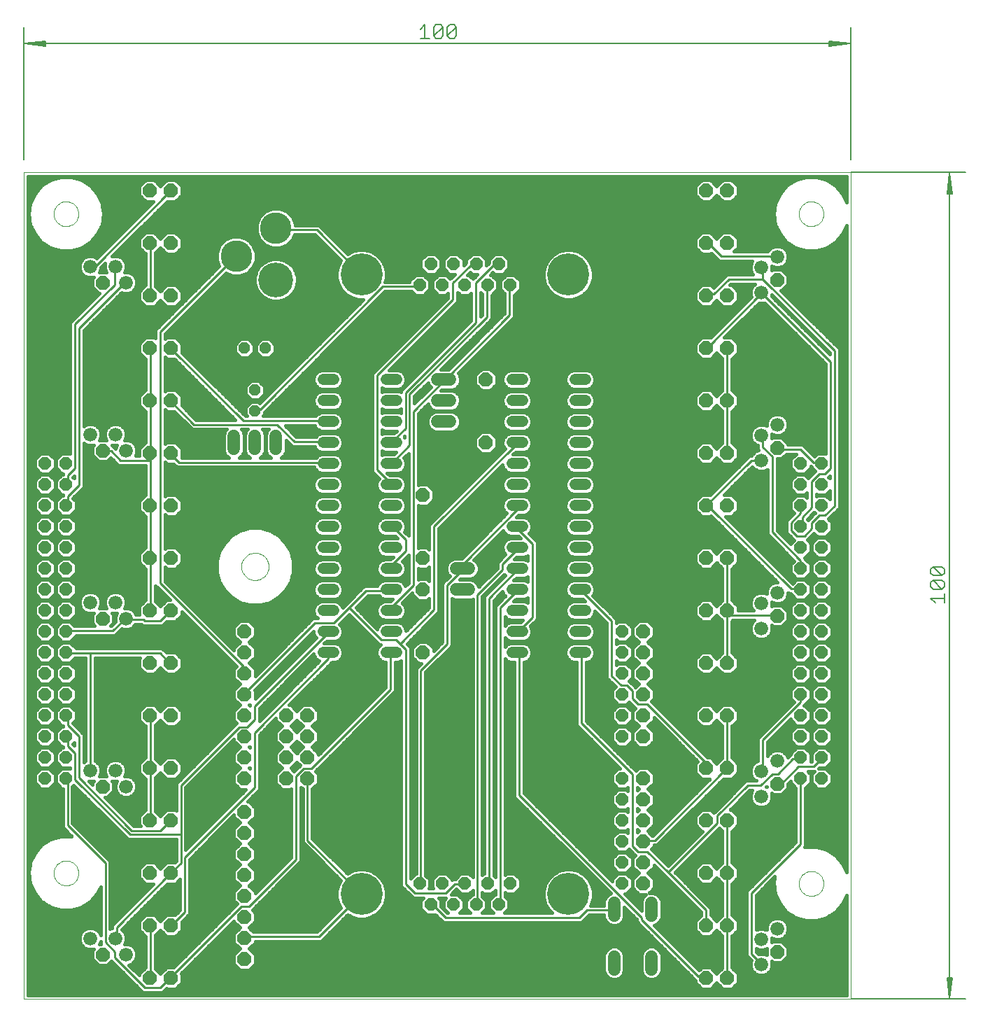
<source format=gbl>
G75*
%MOIN*%
%OFA0B0*%
%FSLAX24Y24*%
%IPPOS*%
%LPD*%
%AMOC8*
5,1,8,0,0,1.08239X$1,22.5*
%
%ADD10C,0.0000*%
%ADD11C,0.0051*%
%ADD12C,0.0060*%
%ADD13C,0.0520*%
%ADD14OC8,0.0600*%
%ADD15C,0.2000*%
%ADD16C,0.0660*%
%ADD17OC8,0.0660*%
%ADD18C,0.0600*%
%ADD19C,0.1660*%
%ADD20C,0.1502*%
%ADD21OC8,0.0520*%
%ADD22C,0.0100*%
%ADD23C,0.0160*%
D10*
X000180Y010200D02*
X000180Y049570D01*
X039550Y049570D01*
X039550Y010200D01*
X000180Y010200D01*
X001589Y016200D02*
X001591Y016248D01*
X001597Y016296D01*
X001607Y016343D01*
X001620Y016389D01*
X001638Y016434D01*
X001658Y016478D01*
X001683Y016520D01*
X001711Y016559D01*
X001741Y016596D01*
X001775Y016630D01*
X001812Y016662D01*
X001850Y016691D01*
X001891Y016716D01*
X001934Y016738D01*
X001979Y016756D01*
X002025Y016770D01*
X002072Y016781D01*
X002120Y016788D01*
X002168Y016791D01*
X002216Y016790D01*
X002264Y016785D01*
X002312Y016776D01*
X002358Y016764D01*
X002403Y016747D01*
X002447Y016727D01*
X002489Y016704D01*
X002529Y016677D01*
X002567Y016647D01*
X002602Y016614D01*
X002634Y016578D01*
X002664Y016540D01*
X002690Y016499D01*
X002712Y016456D01*
X002732Y016412D01*
X002747Y016367D01*
X002759Y016320D01*
X002767Y016272D01*
X002771Y016224D01*
X002771Y016176D01*
X002767Y016128D01*
X002759Y016080D01*
X002747Y016033D01*
X002732Y015988D01*
X002712Y015944D01*
X002690Y015901D01*
X002664Y015860D01*
X002634Y015822D01*
X002602Y015786D01*
X002567Y015753D01*
X002529Y015723D01*
X002489Y015696D01*
X002447Y015673D01*
X002403Y015653D01*
X002358Y015636D01*
X002312Y015624D01*
X002264Y015615D01*
X002216Y015610D01*
X002168Y015609D01*
X002120Y015612D01*
X002072Y015619D01*
X002025Y015630D01*
X001979Y015644D01*
X001934Y015662D01*
X001891Y015684D01*
X001850Y015709D01*
X001812Y015738D01*
X001775Y015770D01*
X001741Y015804D01*
X001711Y015841D01*
X001683Y015880D01*
X001658Y015922D01*
X001638Y015966D01*
X001620Y016011D01*
X001607Y016057D01*
X001597Y016104D01*
X001591Y016152D01*
X001589Y016200D01*
X010530Y030800D02*
X010532Y030850D01*
X010538Y030900D01*
X010548Y030950D01*
X010561Y030998D01*
X010578Y031046D01*
X010599Y031092D01*
X010623Y031136D01*
X010651Y031178D01*
X010682Y031218D01*
X010716Y031255D01*
X010753Y031290D01*
X010792Y031321D01*
X010833Y031350D01*
X010877Y031375D01*
X010923Y031397D01*
X010970Y031415D01*
X011018Y031429D01*
X011067Y031440D01*
X011117Y031447D01*
X011167Y031450D01*
X011218Y031449D01*
X011268Y031444D01*
X011318Y031435D01*
X011366Y031423D01*
X011414Y031406D01*
X011460Y031386D01*
X011505Y031363D01*
X011548Y031336D01*
X011588Y031306D01*
X011626Y031273D01*
X011661Y031237D01*
X011694Y031198D01*
X011723Y031157D01*
X011749Y031114D01*
X011772Y031069D01*
X011791Y031022D01*
X011806Y030974D01*
X011818Y030925D01*
X011826Y030875D01*
X011830Y030825D01*
X011830Y030775D01*
X011826Y030725D01*
X011818Y030675D01*
X011806Y030626D01*
X011791Y030578D01*
X011772Y030531D01*
X011749Y030486D01*
X011723Y030443D01*
X011694Y030402D01*
X011661Y030363D01*
X011626Y030327D01*
X011588Y030294D01*
X011548Y030264D01*
X011505Y030237D01*
X011460Y030214D01*
X011414Y030194D01*
X011366Y030177D01*
X011318Y030165D01*
X011268Y030156D01*
X011218Y030151D01*
X011167Y030150D01*
X011117Y030153D01*
X011067Y030160D01*
X011018Y030171D01*
X010970Y030185D01*
X010923Y030203D01*
X010877Y030225D01*
X010833Y030250D01*
X010792Y030279D01*
X010753Y030310D01*
X010716Y030345D01*
X010682Y030382D01*
X010651Y030422D01*
X010623Y030464D01*
X010599Y030508D01*
X010578Y030554D01*
X010561Y030602D01*
X010548Y030650D01*
X010538Y030700D01*
X010532Y030750D01*
X010530Y030800D01*
X001589Y047594D02*
X001591Y047642D01*
X001597Y047690D01*
X001607Y047737D01*
X001620Y047783D01*
X001638Y047828D01*
X001658Y047872D01*
X001683Y047914D01*
X001711Y047953D01*
X001741Y047990D01*
X001775Y048024D01*
X001812Y048056D01*
X001850Y048085D01*
X001891Y048110D01*
X001934Y048132D01*
X001979Y048150D01*
X002025Y048164D01*
X002072Y048175D01*
X002120Y048182D01*
X002168Y048185D01*
X002216Y048184D01*
X002264Y048179D01*
X002312Y048170D01*
X002358Y048158D01*
X002403Y048141D01*
X002447Y048121D01*
X002489Y048098D01*
X002529Y048071D01*
X002567Y048041D01*
X002602Y048008D01*
X002634Y047972D01*
X002664Y047934D01*
X002690Y047893D01*
X002712Y047850D01*
X002732Y047806D01*
X002747Y047761D01*
X002759Y047714D01*
X002767Y047666D01*
X002771Y047618D01*
X002771Y047570D01*
X002767Y047522D01*
X002759Y047474D01*
X002747Y047427D01*
X002732Y047382D01*
X002712Y047338D01*
X002690Y047295D01*
X002664Y047254D01*
X002634Y047216D01*
X002602Y047180D01*
X002567Y047147D01*
X002529Y047117D01*
X002489Y047090D01*
X002447Y047067D01*
X002403Y047047D01*
X002358Y047030D01*
X002312Y047018D01*
X002264Y047009D01*
X002216Y047004D01*
X002168Y047003D01*
X002120Y047006D01*
X002072Y047013D01*
X002025Y047024D01*
X001979Y047038D01*
X001934Y047056D01*
X001891Y047078D01*
X001850Y047103D01*
X001812Y047132D01*
X001775Y047164D01*
X001741Y047198D01*
X001711Y047235D01*
X001683Y047274D01*
X001658Y047316D01*
X001638Y047360D01*
X001620Y047405D01*
X001607Y047451D01*
X001597Y047498D01*
X001591Y047546D01*
X001589Y047594D01*
X037089Y047594D02*
X037091Y047642D01*
X037097Y047690D01*
X037107Y047737D01*
X037120Y047783D01*
X037138Y047828D01*
X037158Y047872D01*
X037183Y047914D01*
X037211Y047953D01*
X037241Y047990D01*
X037275Y048024D01*
X037312Y048056D01*
X037350Y048085D01*
X037391Y048110D01*
X037434Y048132D01*
X037479Y048150D01*
X037525Y048164D01*
X037572Y048175D01*
X037620Y048182D01*
X037668Y048185D01*
X037716Y048184D01*
X037764Y048179D01*
X037812Y048170D01*
X037858Y048158D01*
X037903Y048141D01*
X037947Y048121D01*
X037989Y048098D01*
X038029Y048071D01*
X038067Y048041D01*
X038102Y048008D01*
X038134Y047972D01*
X038164Y047934D01*
X038190Y047893D01*
X038212Y047850D01*
X038232Y047806D01*
X038247Y047761D01*
X038259Y047714D01*
X038267Y047666D01*
X038271Y047618D01*
X038271Y047570D01*
X038267Y047522D01*
X038259Y047474D01*
X038247Y047427D01*
X038232Y047382D01*
X038212Y047338D01*
X038190Y047295D01*
X038164Y047254D01*
X038134Y047216D01*
X038102Y047180D01*
X038067Y047147D01*
X038029Y047117D01*
X037989Y047090D01*
X037947Y047067D01*
X037903Y047047D01*
X037858Y047030D01*
X037812Y047018D01*
X037764Y047009D01*
X037716Y047004D01*
X037668Y047003D01*
X037620Y047006D01*
X037572Y047013D01*
X037525Y047024D01*
X037479Y047038D01*
X037434Y047056D01*
X037391Y047078D01*
X037350Y047103D01*
X037312Y047132D01*
X037275Y047164D01*
X037241Y047198D01*
X037211Y047235D01*
X037183Y047274D01*
X037158Y047316D01*
X037138Y047360D01*
X037120Y047405D01*
X037107Y047451D01*
X037097Y047498D01*
X037091Y047546D01*
X037089Y047594D01*
X037089Y015700D02*
X037091Y015748D01*
X037097Y015796D01*
X037107Y015843D01*
X037120Y015889D01*
X037138Y015934D01*
X037158Y015978D01*
X037183Y016020D01*
X037211Y016059D01*
X037241Y016096D01*
X037275Y016130D01*
X037312Y016162D01*
X037350Y016191D01*
X037391Y016216D01*
X037434Y016238D01*
X037479Y016256D01*
X037525Y016270D01*
X037572Y016281D01*
X037620Y016288D01*
X037668Y016291D01*
X037716Y016290D01*
X037764Y016285D01*
X037812Y016276D01*
X037858Y016264D01*
X037903Y016247D01*
X037947Y016227D01*
X037989Y016204D01*
X038029Y016177D01*
X038067Y016147D01*
X038102Y016114D01*
X038134Y016078D01*
X038164Y016040D01*
X038190Y015999D01*
X038212Y015956D01*
X038232Y015912D01*
X038247Y015867D01*
X038259Y015820D01*
X038267Y015772D01*
X038271Y015724D01*
X038271Y015676D01*
X038267Y015628D01*
X038259Y015580D01*
X038247Y015533D01*
X038232Y015488D01*
X038212Y015444D01*
X038190Y015401D01*
X038164Y015360D01*
X038134Y015322D01*
X038102Y015286D01*
X038067Y015253D01*
X038029Y015223D01*
X037989Y015196D01*
X037947Y015173D01*
X037903Y015153D01*
X037858Y015136D01*
X037812Y015124D01*
X037764Y015115D01*
X037716Y015110D01*
X037668Y015109D01*
X037620Y015112D01*
X037572Y015119D01*
X037525Y015130D01*
X037479Y015144D01*
X037434Y015162D01*
X037391Y015184D01*
X037350Y015209D01*
X037312Y015238D01*
X037275Y015270D01*
X037241Y015304D01*
X037211Y015341D01*
X037183Y015380D01*
X037158Y015422D01*
X037138Y015466D01*
X037120Y015511D01*
X037107Y015557D01*
X037097Y015604D01*
X037091Y015652D01*
X037089Y015700D01*
D11*
X039550Y010200D02*
X045042Y010200D01*
X044274Y010226D02*
X044377Y011224D01*
X044400Y011224D02*
X044274Y010226D01*
X044172Y011224D01*
X044149Y011224D02*
X044400Y011224D01*
X044326Y011224D02*
X044274Y010226D01*
X044223Y011224D01*
X044149Y011224D02*
X044274Y010226D01*
X044274Y049544D01*
X044377Y048546D01*
X044400Y048546D02*
X044274Y049544D01*
X044172Y048546D01*
X044149Y048546D02*
X044400Y048546D01*
X044326Y048546D02*
X044274Y049544D01*
X044223Y048546D01*
X044149Y048546D02*
X044274Y049544D01*
X045042Y049570D02*
X039550Y049570D01*
X039550Y050196D02*
X039550Y056468D01*
X039524Y055700D02*
X038526Y055598D01*
X038526Y055574D02*
X039524Y055700D01*
X038526Y055802D01*
X038526Y055826D02*
X038526Y055574D01*
X038526Y055649D02*
X039524Y055700D01*
X038526Y055751D01*
X038526Y055826D02*
X039524Y055700D01*
X000206Y055700D01*
X001204Y055598D01*
X001204Y055574D02*
X000206Y055700D01*
X001204Y055802D01*
X001204Y055826D02*
X001204Y055574D01*
X001204Y055649D02*
X000206Y055700D01*
X001204Y055751D01*
X001204Y055826D02*
X000206Y055700D01*
X000180Y056468D02*
X000180Y050196D01*
D12*
X019059Y055956D02*
X019486Y055956D01*
X019272Y055956D02*
X019272Y056597D01*
X019059Y056383D01*
X019703Y056490D02*
X019810Y056597D01*
X020024Y056597D01*
X020130Y056490D01*
X019703Y056063D01*
X019810Y055956D01*
X020024Y055956D01*
X020130Y056063D01*
X020130Y056490D01*
X020348Y056490D02*
X020348Y056063D01*
X020775Y056490D01*
X020775Y056063D01*
X020668Y055956D01*
X020455Y055956D01*
X020348Y056063D01*
X020348Y056490D02*
X020455Y056597D01*
X020668Y056597D01*
X020775Y056490D01*
X019703Y056490D02*
X019703Y056063D01*
X043485Y030795D02*
X043378Y030688D01*
X043378Y030475D01*
X043485Y030368D01*
X043912Y030368D01*
X043485Y030795D01*
X043912Y030795D01*
X044018Y030688D01*
X044018Y030475D01*
X043912Y030368D01*
X043912Y030150D02*
X043485Y030150D01*
X043912Y029723D01*
X044018Y029830D01*
X044018Y030044D01*
X043912Y030150D01*
X043912Y029723D02*
X043485Y029723D01*
X043378Y029830D01*
X043378Y030044D01*
X043485Y030150D01*
X044018Y029506D02*
X044018Y029079D01*
X044018Y029292D02*
X043378Y029292D01*
X043591Y029079D01*
D13*
X026940Y028700D02*
X026420Y028700D01*
X026420Y027700D02*
X026940Y027700D01*
X026940Y026700D02*
X026420Y026700D01*
X023940Y026700D02*
X023420Y026700D01*
X023420Y027700D02*
X023940Y027700D01*
X023940Y028700D02*
X023420Y028700D01*
X023420Y029700D02*
X023940Y029700D01*
X023940Y030700D02*
X023420Y030700D01*
X023420Y031700D02*
X023940Y031700D01*
X023940Y032700D02*
X023420Y032700D01*
X023420Y033700D02*
X023940Y033700D01*
X023940Y034700D02*
X023420Y034700D01*
X023420Y035700D02*
X023940Y035700D01*
X023940Y036700D02*
X023420Y036700D01*
X023420Y037700D02*
X023940Y037700D01*
X023940Y038700D02*
X023420Y038700D01*
X023420Y039700D02*
X023940Y039700D01*
X026420Y039700D02*
X026940Y039700D01*
X026940Y038700D02*
X026420Y038700D01*
X026420Y037700D02*
X026940Y037700D01*
X026940Y036700D02*
X026420Y036700D01*
X026420Y035700D02*
X026940Y035700D01*
X026940Y034700D02*
X026420Y034700D01*
X026420Y033700D02*
X026940Y033700D01*
X026940Y032700D02*
X026420Y032700D01*
X026420Y031700D02*
X026940Y031700D01*
X026940Y030700D02*
X026420Y030700D01*
X026420Y029700D02*
X026940Y029700D01*
X017940Y029700D02*
X017420Y029700D01*
X017420Y030700D02*
X017940Y030700D01*
X017940Y031700D02*
X017420Y031700D01*
X017420Y032700D02*
X017940Y032700D01*
X017940Y033700D02*
X017420Y033700D01*
X017420Y034700D02*
X017940Y034700D01*
X017940Y035700D02*
X017420Y035700D01*
X017420Y036700D02*
X017940Y036700D01*
X017940Y037700D02*
X017420Y037700D01*
X017420Y038700D02*
X017940Y038700D01*
X017940Y039700D02*
X017420Y039700D01*
X014940Y039700D02*
X014420Y039700D01*
X014420Y038700D02*
X014940Y038700D01*
X014940Y037700D02*
X014420Y037700D01*
X014420Y036700D02*
X014940Y036700D01*
X014940Y035700D02*
X014420Y035700D01*
X014420Y034700D02*
X014940Y034700D01*
X014940Y033700D02*
X014420Y033700D01*
X014420Y032700D02*
X014940Y032700D01*
X014940Y031700D02*
X014420Y031700D01*
X014420Y030700D02*
X014940Y030700D01*
X014940Y029700D02*
X014420Y029700D01*
X014420Y028700D02*
X014940Y028700D01*
X014940Y027700D02*
X014420Y027700D01*
X014420Y026700D02*
X014940Y026700D01*
X017420Y026700D02*
X017940Y026700D01*
X017940Y027700D02*
X017420Y027700D01*
X017420Y028700D02*
X017940Y028700D01*
D14*
X019020Y015700D03*
X020100Y015700D03*
X021180Y015700D03*
X020640Y014700D03*
X019560Y014700D03*
X021720Y014700D03*
X022800Y014700D03*
X022260Y015700D03*
X023340Y015700D03*
X028680Y015700D03*
X028680Y016700D03*
X028680Y017700D03*
X028680Y018700D03*
X028680Y019700D03*
X028680Y020700D03*
X028680Y022700D03*
X028680Y023700D03*
X028680Y024700D03*
X028680Y025700D03*
X028680Y026700D03*
X028680Y027700D03*
X037180Y027700D03*
X037180Y026700D03*
X037180Y025700D03*
X037180Y024700D03*
X037180Y023700D03*
X037180Y022700D03*
X037180Y021700D03*
X037180Y020700D03*
X038180Y020700D03*
X038180Y021700D03*
X038180Y022700D03*
X038180Y023700D03*
X038180Y024700D03*
X038180Y025700D03*
X038180Y026700D03*
X038180Y027700D03*
X038180Y028700D03*
X038180Y029700D03*
X038180Y030700D03*
X038180Y031700D03*
X038180Y032700D03*
X038180Y033700D03*
X038180Y034700D03*
X038180Y035700D03*
X037180Y035700D03*
X037180Y034700D03*
X037180Y033700D03*
X037180Y032700D03*
X037180Y031700D03*
X037180Y030700D03*
X037180Y029700D03*
X037180Y028700D03*
X023340Y044200D03*
X022260Y044200D03*
X021720Y045200D03*
X022800Y045200D03*
X021180Y044200D03*
X020100Y044200D03*
X019020Y044200D03*
X019560Y045200D03*
X020640Y045200D03*
X002180Y035700D03*
X002180Y034700D03*
X002180Y033700D03*
X002180Y032700D03*
X002180Y031700D03*
X002180Y030700D03*
X002180Y029700D03*
X002180Y028700D03*
X002180Y027700D03*
X002180Y026700D03*
X002180Y025700D03*
X002180Y024700D03*
X002180Y023700D03*
X002180Y022700D03*
X002180Y021700D03*
X002180Y020700D03*
X001180Y020700D03*
X001180Y021700D03*
X001180Y022700D03*
X001180Y023700D03*
X001180Y024700D03*
X001180Y025700D03*
X001180Y026700D03*
X001180Y027700D03*
X001180Y028700D03*
X001180Y029700D03*
X001180Y030700D03*
X001180Y031700D03*
X001180Y032700D03*
X001180Y033700D03*
X001180Y034700D03*
X001180Y035700D03*
D15*
X016250Y044700D03*
X026110Y044700D03*
X026110Y015200D03*
X016250Y015200D03*
D16*
X005030Y012319D03*
X004530Y013081D03*
X003330Y013081D03*
X005030Y020319D03*
X004530Y021081D03*
X003330Y021081D03*
X005030Y028319D03*
X004530Y029081D03*
X003330Y029081D03*
X005030Y036319D03*
X004530Y037081D03*
X003330Y037081D03*
X005030Y044319D03*
X004530Y045081D03*
X003330Y045081D03*
X035299Y045050D03*
X036061Y045550D03*
X035299Y043850D03*
X036061Y037550D03*
X035299Y037050D03*
X035299Y035850D03*
X036061Y029550D03*
X035299Y029050D03*
X035299Y027850D03*
X036061Y021550D03*
X035299Y021050D03*
X035299Y019850D03*
X036061Y013550D03*
X035299Y013050D03*
X035299Y011850D03*
D17*
X036061Y012450D03*
X033680Y011200D03*
X032680Y011200D03*
X032680Y013700D03*
X033680Y013700D03*
X033680Y016200D03*
X032680Y016200D03*
X032680Y018700D03*
X033680Y018700D03*
X033680Y021200D03*
X032680Y021200D03*
X032680Y023700D03*
X033680Y023700D03*
X033680Y026200D03*
X032680Y026200D03*
X032680Y028700D03*
X033680Y028700D03*
X033680Y031200D03*
X032680Y031200D03*
X032680Y033700D03*
X033680Y033700D03*
X033680Y036200D03*
X032680Y036200D03*
X032680Y038700D03*
X033680Y038700D03*
X033680Y041200D03*
X032680Y041200D03*
X032680Y043700D03*
X033680Y043700D03*
X036061Y044450D03*
X033680Y046200D03*
X032680Y046200D03*
X032680Y048700D03*
X033680Y048700D03*
X036061Y036450D03*
X036061Y028450D03*
X029680Y027700D03*
X029680Y026700D03*
X029680Y025700D03*
X029680Y024700D03*
X029680Y023700D03*
X029680Y022700D03*
X029680Y020700D03*
X029680Y019700D03*
X029680Y018700D03*
X029680Y017700D03*
X029680Y016700D03*
X029680Y015700D03*
X036061Y020450D03*
X022180Y036700D03*
X022180Y039700D03*
X019180Y034200D03*
X019180Y031200D03*
X019180Y029700D03*
X019180Y026700D03*
X013680Y023700D03*
X013680Y022700D03*
X013680Y021700D03*
X013680Y020700D03*
X012680Y020700D03*
X012680Y021700D03*
X012680Y022700D03*
X012680Y023700D03*
X010680Y023700D03*
X010680Y022700D03*
X010680Y021700D03*
X010680Y020700D03*
X010680Y019100D03*
X010680Y018100D03*
X010680Y017100D03*
X010680Y016100D03*
X010680Y015100D03*
X010680Y014100D03*
X010680Y013100D03*
X010680Y012100D03*
X007180Y011200D03*
X006180Y011200D03*
X006180Y013700D03*
X007180Y013700D03*
X007180Y016200D03*
X006180Y016200D03*
X006180Y018700D03*
X007180Y018700D03*
X007180Y021200D03*
X006180Y021200D03*
X006180Y023700D03*
X007180Y023700D03*
X007180Y026200D03*
X006180Y026200D03*
X006180Y028700D03*
X007180Y028700D03*
X007180Y031200D03*
X006180Y031200D03*
X006180Y033700D03*
X007180Y033700D03*
X007180Y036200D03*
X006180Y036200D03*
X006180Y038700D03*
X007180Y038700D03*
X007180Y041200D03*
X006180Y041200D03*
X006180Y043700D03*
X007180Y043700D03*
X007180Y046200D03*
X006180Y046200D03*
X006180Y048700D03*
X007180Y048700D03*
X003930Y044319D03*
X003930Y036319D03*
X003930Y028319D03*
X003930Y020319D03*
X003930Y012319D03*
X010680Y024700D03*
X010680Y025700D03*
X010680Y026700D03*
X010680Y027700D03*
D18*
X010180Y036400D02*
X010180Y037000D01*
X011180Y037000D02*
X011180Y036400D01*
X012180Y036400D02*
X012180Y037000D01*
X019880Y037700D02*
X020480Y037700D01*
X020480Y038700D02*
X019880Y038700D01*
X019880Y039700D02*
X020480Y039700D01*
X020774Y030700D02*
X021374Y030700D01*
X021374Y029700D02*
X020774Y029700D01*
X028290Y014780D02*
X028290Y014180D01*
X028290Y012220D02*
X028290Y011620D01*
X030070Y011620D02*
X030070Y012220D01*
X030070Y014180D02*
X030070Y014780D01*
D19*
X012180Y044452D03*
D20*
X010290Y045574D03*
X012180Y046913D03*
D21*
X011680Y041200D03*
X010680Y041200D03*
X011180Y039200D03*
X011180Y038200D03*
D22*
X011250Y038280D01*
X011430Y038280D01*
X017280Y044130D01*
X018990Y044130D01*
X019020Y044200D01*
X020610Y044310D02*
X020610Y043500D01*
X017010Y039900D01*
X017010Y035400D01*
X017640Y034770D01*
X017680Y034700D01*
X017680Y035700D02*
X017730Y035760D01*
X018540Y036570D01*
X018540Y039000D01*
X022230Y042690D01*
X022230Y044130D01*
X022260Y044200D01*
X021690Y044310D02*
X021690Y042420D01*
X018360Y039090D01*
X018360Y037380D01*
X017680Y036700D01*
X018720Y038190D02*
X020160Y039630D01*
X020180Y039700D01*
X020250Y039720D01*
X023310Y042780D01*
X023310Y044130D01*
X023340Y044200D01*
X022770Y045120D02*
X022500Y045120D01*
X021690Y044310D01*
X021690Y045120D02*
X021420Y045120D01*
X020610Y044310D01*
X021690Y045120D02*
X021720Y045200D01*
X022770Y045120D02*
X022800Y045200D01*
X018720Y038190D02*
X018720Y029910D01*
X017730Y028920D01*
X017730Y028740D01*
X017680Y028700D01*
X017640Y029640D02*
X017680Y029700D01*
X017640Y029640D02*
X016470Y029640D01*
X015660Y028830D01*
X017190Y027300D01*
X017910Y027300D01*
X018090Y027120D01*
X019710Y028740D01*
X019710Y032700D01*
X023670Y036660D01*
X023680Y036700D01*
X023680Y033700D02*
X023670Y033690D01*
X023670Y033510D01*
X021150Y030990D01*
X021150Y030720D01*
X021074Y030700D01*
X021060Y030630D01*
X020340Y029910D01*
X020340Y027120D01*
X019080Y025860D01*
X019080Y015780D01*
X019020Y015700D01*
X018810Y015240D02*
X018360Y015690D01*
X018360Y026850D01*
X018090Y027120D01*
X017680Y026700D02*
X017640Y026670D01*
X017640Y024960D01*
X013860Y021180D01*
X013500Y021180D01*
X013140Y020820D01*
X013140Y016860D01*
X010890Y014610D01*
X010530Y014610D01*
X007200Y011280D01*
X007180Y011200D01*
X007110Y011190D01*
X006660Y010740D01*
X005940Y010740D01*
X004500Y012180D01*
X004500Y012450D01*
X004050Y012900D01*
X004050Y016680D01*
X002250Y018480D01*
X002250Y020640D01*
X002180Y020700D01*
X002610Y020640D02*
X005220Y018030D01*
X007650Y018030D01*
X007650Y020370D01*
X010440Y023160D01*
X010800Y023160D01*
X011160Y023520D01*
X011160Y024150D01*
X014670Y027660D01*
X014680Y027700D01*
X014940Y028110D02*
X014040Y028110D01*
X010710Y024780D01*
X010680Y024700D01*
X010680Y025700D02*
X010620Y025770D01*
X010620Y026040D01*
X006660Y030000D01*
X006660Y041970D01*
X010260Y045570D01*
X010290Y045574D01*
X012180Y046913D02*
X012240Y046830D01*
X014130Y046830D01*
X016200Y044760D01*
X016250Y044700D01*
X014670Y037740D02*
X010620Y037740D01*
X007200Y041160D01*
X007180Y041200D01*
X006210Y041160D02*
X006180Y041200D01*
X006210Y041160D02*
X006210Y038730D01*
X006180Y038700D01*
X006210Y038640D01*
X006210Y036210D01*
X006180Y036200D01*
X006210Y036120D01*
X006210Y035850D01*
X004770Y035850D01*
X004320Y036300D01*
X003960Y036300D01*
X003930Y036319D01*
X002610Y035490D02*
X002610Y042330D01*
X004500Y044220D01*
X004500Y045030D01*
X004530Y045081D01*
X004950Y044310D02*
X005030Y044319D01*
X004950Y044310D02*
X002790Y042150D01*
X002790Y034680D01*
X002250Y034140D01*
X002250Y033780D01*
X002180Y033700D01*
X002180Y034700D02*
X002250Y034770D01*
X002250Y035130D01*
X002610Y035490D01*
X006210Y035850D02*
X006210Y033780D01*
X006180Y033700D01*
X006210Y033690D01*
X006210Y031260D01*
X006180Y031200D01*
X006210Y031170D01*
X006210Y028740D01*
X006180Y028700D01*
X005850Y028290D02*
X005940Y028200D01*
X006660Y028200D01*
X007110Y028650D01*
X007180Y028700D01*
X005850Y028290D02*
X005040Y028290D01*
X005030Y028319D01*
X004950Y028290D01*
X004410Y027750D01*
X002250Y027750D01*
X002180Y027700D01*
X002180Y026700D02*
X002250Y026670D01*
X003330Y026670D01*
X003330Y021081D01*
X002790Y020730D02*
X005310Y018210D01*
X006660Y018210D01*
X007110Y018660D01*
X007180Y018700D01*
X007650Y018030D02*
X007650Y016680D01*
X007200Y016230D01*
X007180Y016200D01*
X007110Y016140D01*
X004590Y013620D01*
X004590Y013170D01*
X004530Y013081D01*
X006180Y013700D02*
X006210Y013620D01*
X006210Y011280D01*
X006180Y011200D01*
X007180Y013700D02*
X007200Y013710D01*
X007830Y014340D01*
X007830Y016950D01*
X011160Y020280D01*
X011160Y022890D01*
X014670Y026400D01*
X014670Y026670D01*
X014680Y026700D01*
X014940Y028110D02*
X015660Y028830D01*
X017680Y030700D02*
X017730Y030720D01*
X017730Y030900D01*
X018360Y031530D01*
X018360Y032070D01*
X017730Y032700D01*
X017680Y032700D01*
X014680Y035700D02*
X014670Y035760D01*
X007560Y035760D01*
X007200Y036120D01*
X007180Y036200D01*
X008280Y037560D02*
X007200Y038640D01*
X007180Y038700D01*
X008280Y037560D02*
X012240Y037560D01*
X013050Y036750D01*
X014670Y036750D01*
X014680Y036700D01*
X014680Y037700D02*
X014670Y037740D01*
X022950Y030630D02*
X021780Y029460D01*
X021780Y014700D01*
X021720Y014700D01*
X022800Y014700D02*
X022860Y014700D01*
X022860Y028830D01*
X023670Y029640D01*
X023680Y029700D01*
X023670Y030630D02*
X023680Y030700D01*
X023670Y030630D02*
X022320Y029280D01*
X022320Y015780D01*
X022260Y015700D01*
X021180Y015700D02*
X021150Y015690D01*
X020700Y015690D01*
X020250Y015240D01*
X018810Y015240D01*
X019560Y014700D02*
X019620Y014700D01*
X020250Y014070D01*
X026640Y014070D01*
X027000Y014430D01*
X028260Y014430D01*
X028290Y014480D01*
X029610Y014070D02*
X029610Y013980D01*
X032310Y011280D01*
X032670Y011280D01*
X032680Y011200D01*
X033660Y011280D02*
X033680Y011200D01*
X033660Y011280D02*
X033660Y013620D01*
X033680Y013700D01*
X033660Y013710D01*
X033660Y016140D01*
X033680Y016200D01*
X033660Y016230D01*
X033660Y018660D01*
X033680Y018700D01*
X033210Y018570D02*
X033210Y018930D01*
X034650Y020370D01*
X035280Y020370D01*
X035820Y020910D01*
X036090Y020910D01*
X036810Y021630D01*
X037170Y021630D01*
X037180Y021700D01*
X037080Y021270D02*
X037800Y021270D01*
X038160Y021630D01*
X038180Y021700D01*
X037080Y021270D02*
X036270Y020460D01*
X036090Y020460D01*
X036061Y020450D01*
X035370Y021090D02*
X035299Y021050D01*
X035370Y021090D02*
X035370Y022530D01*
X037170Y024330D01*
X037170Y024690D01*
X037180Y024700D01*
X036061Y028450D02*
X036000Y028470D01*
X033660Y028470D01*
X033680Y028700D01*
X033660Y028740D01*
X033660Y031170D01*
X033680Y031200D01*
X033680Y028700D02*
X033660Y028650D01*
X033660Y028470D01*
X033660Y026220D01*
X033680Y026200D01*
X033660Y023700D02*
X033680Y023700D01*
X033660Y023700D02*
X033660Y021270D01*
X033680Y021200D01*
X030240Y017760D01*
X029700Y017760D01*
X029680Y017700D01*
X029880Y017220D02*
X029430Y017220D01*
X029160Y017490D01*
X029160Y020910D01*
X026730Y023340D01*
X026730Y026670D01*
X026680Y026700D01*
X028170Y025590D02*
X028170Y028200D01*
X026730Y029640D01*
X026680Y029700D01*
X024390Y028380D02*
X023760Y027750D01*
X023680Y027700D01*
X024390Y028380D02*
X024390Y031890D01*
X023760Y032520D01*
X023760Y032700D01*
X023680Y032700D01*
X023680Y031700D02*
X023670Y031620D01*
X022950Y030900D01*
X022950Y030630D01*
X023680Y026700D02*
X023760Y026670D01*
X023760Y019920D01*
X029610Y014070D01*
X030870Y016230D02*
X033210Y018570D01*
X032680Y021200D02*
X032670Y021270D01*
X032670Y021450D01*
X029880Y024240D01*
X029430Y024240D01*
X029160Y024510D01*
X029160Y024870D01*
X028890Y025140D01*
X028620Y025140D01*
X028170Y025590D01*
X029880Y017220D02*
X030870Y016230D01*
X032670Y014430D01*
X032670Y013710D01*
X032680Y013700D01*
X034830Y012360D02*
X035280Y011910D01*
X035299Y011850D01*
X034830Y012360D02*
X034830Y015240D01*
X037170Y017580D01*
X037170Y020640D01*
X037180Y020700D01*
X037180Y029700D02*
X037170Y029730D01*
X036720Y029730D01*
X032760Y033690D01*
X032680Y033700D01*
X034830Y035850D01*
X035299Y035850D01*
X035820Y036030D02*
X035370Y036480D01*
X035370Y037020D01*
X035299Y037050D01*
X036061Y036450D02*
X036090Y036390D01*
X037170Y036390D01*
X037800Y035760D01*
X038160Y035760D01*
X038180Y035700D01*
X038610Y035490D02*
X038340Y035220D01*
X038070Y035220D01*
X037710Y034860D01*
X037710Y033600D01*
X037260Y033150D01*
X037260Y032700D01*
X037180Y032700D01*
X037350Y032250D02*
X036990Y032250D01*
X036720Y032520D01*
X036720Y032880D01*
X037170Y033330D01*
X037170Y033690D01*
X037180Y033700D01*
X037710Y032880D02*
X038070Y033240D01*
X038340Y033240D01*
X038790Y033690D01*
X038790Y041070D01*
X035370Y044490D01*
X033750Y044490D01*
X033030Y043770D01*
X032760Y043770D01*
X032680Y043700D01*
X033390Y045570D02*
X032760Y046200D01*
X032680Y046200D01*
X033390Y045570D02*
X036000Y045570D01*
X036061Y045550D01*
X035370Y045030D02*
X035370Y044490D01*
X035370Y045030D02*
X035299Y045050D01*
X035299Y043850D02*
X035280Y043770D01*
X032760Y041250D01*
X032680Y041200D01*
X033660Y041160D02*
X033680Y041200D01*
X033660Y041160D02*
X033660Y038730D01*
X033680Y038700D01*
X033660Y038640D01*
X033660Y036210D01*
X033680Y036200D01*
X035820Y036030D02*
X035820Y032430D01*
X037170Y031080D01*
X037170Y030720D01*
X037180Y030700D01*
X037350Y032250D02*
X037710Y032610D01*
X037710Y032880D01*
X038610Y035490D02*
X038610Y040530D01*
X035370Y043770D01*
X035299Y043850D01*
X013680Y020700D02*
X013680Y017760D01*
X016200Y015240D01*
X016250Y015200D01*
X014220Y013170D01*
X010710Y013170D01*
X010680Y013100D01*
X006180Y018700D02*
X006210Y018750D01*
X006210Y021180D01*
X006180Y021200D01*
X006210Y021270D01*
X006210Y023700D01*
X006180Y023700D01*
X007110Y026220D02*
X007180Y026200D01*
X007110Y026220D02*
X006660Y026670D01*
X003330Y026670D01*
X002250Y023700D02*
X002180Y023700D01*
X002250Y023700D02*
X002250Y023250D01*
X002790Y022710D01*
X002790Y020730D01*
X002610Y020640D02*
X002610Y021900D01*
X002250Y022260D01*
X002250Y022620D01*
X002180Y022700D01*
X006180Y043700D02*
X006210Y043770D01*
X006210Y046200D01*
X006180Y046200D01*
X007180Y048700D02*
X003600Y045120D01*
X003330Y045120D01*
X003330Y045081D01*
D23*
X002820Y045070D02*
X000360Y045070D01*
X000360Y044912D02*
X002848Y044912D01*
X002820Y044980D02*
X002898Y044792D01*
X003041Y044649D01*
X003229Y044571D01*
X003431Y044571D01*
X003482Y044592D01*
X003420Y044530D01*
X003420Y044107D01*
X003719Y043809D01*
X003763Y043809D01*
X002380Y042425D01*
X002380Y036179D01*
X002379Y036180D01*
X001981Y036180D01*
X001700Y035899D01*
X001700Y035501D01*
X001981Y035220D01*
X002020Y035220D01*
X002020Y035180D01*
X001981Y035180D01*
X001700Y034899D01*
X001700Y034501D01*
X001981Y034220D01*
X002020Y034220D01*
X002020Y034180D01*
X001981Y034180D01*
X001700Y033899D01*
X001700Y033501D01*
X001981Y033220D01*
X002379Y033220D01*
X002660Y033501D01*
X002660Y033899D01*
X002497Y034062D01*
X002885Y034450D01*
X003020Y034585D01*
X003020Y036670D01*
X003041Y036649D01*
X003229Y036571D01*
X003431Y036571D01*
X003482Y036592D01*
X003420Y036530D01*
X003420Y036107D01*
X003719Y035809D01*
X004141Y035809D01*
X004314Y035981D01*
X004540Y035755D01*
X004675Y035620D01*
X005980Y035620D01*
X005980Y034210D01*
X005969Y034210D01*
X005670Y033911D01*
X005670Y033489D01*
X005969Y033190D01*
X005980Y033190D01*
X005980Y031710D01*
X005969Y031710D01*
X005670Y031411D01*
X005670Y030989D01*
X005969Y030690D01*
X005980Y030690D01*
X005980Y029210D01*
X005969Y029210D01*
X005670Y028911D01*
X005670Y028520D01*
X005499Y028520D01*
X005462Y028608D01*
X005319Y028751D01*
X005131Y028829D01*
X004977Y028829D01*
X005040Y028980D01*
X005040Y029183D01*
X004962Y029370D01*
X004819Y029514D01*
X004631Y029591D01*
X004429Y029591D01*
X004241Y029514D01*
X004098Y029370D01*
X004020Y029183D01*
X004020Y028980D01*
X004083Y028829D01*
X003777Y028829D01*
X003840Y028980D01*
X003840Y029183D01*
X003762Y029370D01*
X003619Y029514D01*
X003431Y029591D01*
X003229Y029591D01*
X003041Y029514D01*
X002898Y029370D01*
X002820Y029183D01*
X002820Y028980D01*
X002898Y028792D01*
X003041Y028649D01*
X003229Y028571D01*
X003431Y028571D01*
X003482Y028592D01*
X003420Y028530D01*
X003420Y028107D01*
X003547Y027980D01*
X002579Y027980D01*
X002379Y028180D01*
X001981Y028180D01*
X001700Y027899D01*
X001700Y027501D01*
X001981Y027220D01*
X002379Y027220D01*
X002660Y027501D01*
X002660Y027520D01*
X004505Y027520D01*
X004833Y027848D01*
X004929Y027809D01*
X005131Y027809D01*
X005319Y027886D01*
X005462Y028030D01*
X005475Y028060D01*
X005755Y028060D01*
X005845Y027970D01*
X006755Y027970D01*
X006975Y028190D01*
X007391Y028190D01*
X007690Y028489D01*
X007690Y028645D01*
X010297Y026038D01*
X010170Y025911D01*
X010170Y025489D01*
X010459Y025200D01*
X010170Y024911D01*
X010170Y024489D01*
X010459Y024200D01*
X010170Y023911D01*
X010170Y023489D01*
X010307Y023352D01*
X010210Y023255D01*
X007555Y020600D01*
X007555Y020600D01*
X007420Y020465D01*
X007420Y019181D01*
X007391Y019210D01*
X006969Y019210D01*
X006680Y018921D01*
X006440Y019161D01*
X006440Y020739D01*
X006680Y020979D01*
X006969Y020690D01*
X007391Y020690D01*
X007690Y020989D01*
X007690Y021411D01*
X007391Y021710D01*
X006969Y021710D01*
X006680Y021421D01*
X006440Y021661D01*
X006440Y023239D01*
X006680Y023479D01*
X006969Y023190D01*
X007391Y023190D01*
X007690Y023489D01*
X007690Y023911D01*
X007391Y024210D01*
X006969Y024210D01*
X006680Y023921D01*
X006391Y024210D01*
X005969Y024210D01*
X005670Y023911D01*
X005670Y023489D01*
X005969Y023190D01*
X005980Y023190D01*
X005980Y021710D01*
X005969Y021710D01*
X005670Y021411D01*
X005670Y020989D01*
X005969Y020690D01*
X005980Y020690D01*
X005980Y019210D01*
X005969Y019210D01*
X005670Y018911D01*
X005670Y018489D01*
X005719Y018440D01*
X005405Y018440D01*
X004037Y019809D01*
X004141Y019809D01*
X004440Y020107D01*
X004440Y020530D01*
X004378Y020592D01*
X004429Y020571D01*
X004583Y020571D01*
X004520Y020420D01*
X004520Y020217D01*
X004598Y020030D01*
X004741Y019886D01*
X004929Y019809D01*
X005131Y019809D01*
X005319Y019886D01*
X005462Y020030D01*
X005540Y020217D01*
X005540Y020420D01*
X005462Y020608D01*
X005319Y020751D01*
X005131Y020829D01*
X004977Y020829D01*
X005040Y020980D01*
X005040Y021183D01*
X004962Y021370D01*
X004819Y021514D01*
X004631Y021591D01*
X004429Y021591D01*
X004241Y021514D01*
X004098Y021370D01*
X004020Y021183D01*
X004020Y020980D01*
X004083Y020829D01*
X003777Y020829D01*
X003840Y020980D01*
X003840Y021183D01*
X003762Y021370D01*
X003619Y021514D01*
X003560Y021538D01*
X003560Y026440D01*
X005699Y026440D01*
X005670Y026411D01*
X005670Y025989D01*
X005969Y025690D01*
X006391Y025690D01*
X006680Y025979D01*
X006969Y025690D01*
X007391Y025690D01*
X007690Y025989D01*
X007690Y026411D01*
X007391Y026710D01*
X006969Y026710D01*
X006957Y026698D01*
X006755Y026900D01*
X002659Y026900D01*
X002379Y027180D01*
X001981Y027180D01*
X001700Y026899D01*
X001700Y026501D01*
X001981Y026220D01*
X002379Y026220D01*
X002599Y026440D01*
X003100Y026440D01*
X003100Y021538D01*
X003041Y021514D01*
X003020Y021493D01*
X003020Y022805D01*
X002885Y022940D01*
X002492Y023333D01*
X002660Y023501D01*
X002660Y023899D01*
X002379Y024180D01*
X001981Y024180D01*
X001700Y023899D01*
X001700Y023501D01*
X001981Y023220D01*
X002020Y023220D01*
X002020Y023180D01*
X001981Y023180D01*
X001700Y022899D01*
X001700Y022501D01*
X001981Y022220D01*
X002020Y022220D01*
X002020Y022180D01*
X001981Y022180D01*
X001700Y021899D01*
X001700Y021501D01*
X001981Y021220D01*
X002379Y021220D01*
X002380Y021221D01*
X002380Y021179D01*
X002379Y021180D01*
X001981Y021180D01*
X001700Y020899D01*
X001700Y020501D01*
X001981Y020220D01*
X002020Y020220D01*
X002020Y018385D01*
X002447Y017958D01*
X002433Y017962D01*
X001927Y017962D01*
X001441Y017819D01*
X001441Y017819D01*
X001014Y017545D01*
X000683Y017162D01*
X000472Y016701D01*
X000400Y016200D01*
X000400Y016200D01*
X000472Y015699D01*
X000472Y015699D01*
X000683Y015238D01*
X000683Y015238D01*
X001014Y014855D01*
X001014Y014855D01*
X001441Y014581D01*
X001927Y014438D01*
X002433Y014438D01*
X002919Y014581D01*
X002919Y014581D01*
X003346Y014855D01*
X003677Y015238D01*
X003820Y015550D01*
X003820Y013231D01*
X003762Y013370D01*
X003619Y013514D01*
X003431Y013591D01*
X003229Y013591D01*
X003041Y013514D01*
X002898Y013370D01*
X002820Y013183D01*
X002820Y012980D01*
X002898Y012792D01*
X003041Y012649D01*
X003229Y012571D01*
X003431Y012571D01*
X003482Y012592D01*
X003420Y012530D01*
X003420Y012107D01*
X003719Y011809D01*
X004141Y011809D01*
X004344Y012011D01*
X005710Y010645D01*
X005845Y010510D01*
X006755Y010510D01*
X006952Y010707D01*
X006969Y010690D01*
X007391Y010690D01*
X007690Y010989D01*
X007690Y011411D01*
X007673Y011428D01*
X010170Y013925D01*
X010170Y013889D01*
X010459Y013600D01*
X010170Y013311D01*
X010170Y012889D01*
X010459Y012600D01*
X010170Y012311D01*
X010170Y011889D01*
X010469Y011590D01*
X010891Y011590D01*
X011190Y011889D01*
X011190Y012311D01*
X010901Y012600D01*
X011190Y012889D01*
X011190Y012940D01*
X014315Y012940D01*
X015592Y014217D01*
X015795Y014100D01*
X016095Y014020D01*
X016405Y014020D01*
X016705Y014100D01*
X016975Y014256D01*
X017194Y014475D01*
X017350Y014745D01*
X017430Y015045D01*
X017430Y015355D01*
X017350Y015655D01*
X017194Y015925D01*
X016975Y016144D01*
X016705Y016300D01*
X016405Y016380D01*
X016095Y016380D01*
X015795Y016300D01*
X015586Y016179D01*
X013910Y017855D01*
X013910Y020209D01*
X014190Y020489D01*
X014190Y020911D01*
X014053Y021048D01*
X014090Y021085D01*
X017870Y024865D01*
X017870Y026260D01*
X018028Y026260D01*
X018130Y026302D01*
X018130Y015595D01*
X018265Y015460D01*
X018715Y015010D01*
X019191Y015010D01*
X019080Y014899D01*
X019080Y014501D01*
X019361Y014220D01*
X019759Y014220D01*
X019767Y014228D01*
X020155Y013840D01*
X026735Y013840D01*
X026870Y013975D01*
X027095Y014200D01*
X027810Y014200D01*
X027810Y014085D01*
X027883Y013908D01*
X028018Y013773D01*
X028195Y013700D01*
X028385Y013700D01*
X028562Y013773D01*
X028697Y013908D01*
X028770Y014085D01*
X028770Y014585D01*
X029380Y013975D01*
X029380Y013885D01*
X032080Y011185D01*
X032170Y011095D01*
X032170Y010989D01*
X032469Y010690D01*
X032891Y010690D01*
X033180Y010979D01*
X033469Y010690D01*
X033891Y010690D01*
X034190Y010989D01*
X034190Y011411D01*
X033891Y011710D01*
X033890Y011710D01*
X033890Y013190D01*
X033891Y013190D01*
X034190Y013489D01*
X034190Y013911D01*
X033891Y014210D01*
X033890Y014210D01*
X033890Y015690D01*
X033891Y015690D01*
X034190Y015989D01*
X034190Y016411D01*
X033891Y016710D01*
X033890Y016710D01*
X033890Y018190D01*
X033891Y018190D01*
X034190Y018489D01*
X034190Y018911D01*
X033891Y019210D01*
X033815Y019210D01*
X034745Y020140D01*
X034867Y020140D01*
X034866Y020139D01*
X034789Y019951D01*
X034789Y019749D01*
X034866Y019561D01*
X035010Y019418D01*
X035197Y019340D01*
X035400Y019340D01*
X035588Y019418D01*
X035731Y019561D01*
X035809Y019749D01*
X035809Y019951D01*
X035788Y020002D01*
X035850Y019940D01*
X036273Y019940D01*
X036571Y020239D01*
X036571Y020436D01*
X036700Y020565D01*
X036700Y020501D01*
X036940Y020261D01*
X036940Y017675D01*
X034735Y015470D01*
X034600Y015335D01*
X034600Y012265D01*
X034825Y012040D01*
X034789Y011951D01*
X034789Y011749D01*
X034866Y011561D01*
X035010Y011418D01*
X035197Y011340D01*
X035400Y011340D01*
X035588Y011418D01*
X035731Y011561D01*
X035809Y011749D01*
X035809Y011951D01*
X035788Y012002D01*
X035850Y011940D01*
X036273Y011940D01*
X036571Y012239D01*
X036571Y012661D01*
X036273Y012960D01*
X035850Y012960D01*
X035788Y012898D01*
X035809Y012949D01*
X035809Y013103D01*
X035960Y013040D01*
X036163Y013040D01*
X036350Y013118D01*
X036494Y013261D01*
X036571Y013449D01*
X036571Y013651D01*
X036494Y013839D01*
X036350Y013982D01*
X036163Y014060D01*
X035960Y014060D01*
X035772Y013982D01*
X035629Y013839D01*
X035551Y013651D01*
X035551Y013497D01*
X035400Y013560D01*
X035197Y013560D01*
X035060Y013503D01*
X035060Y015145D01*
X035948Y016033D01*
X035900Y015700D01*
X035900Y015700D01*
X035972Y015199D01*
X035972Y015199D01*
X036183Y014738D01*
X036183Y014738D01*
X036514Y014355D01*
X036514Y014355D01*
X036941Y014081D01*
X037427Y013938D01*
X037933Y013938D01*
X038419Y014081D01*
X038419Y014081D01*
X038846Y014355D01*
X039177Y014738D01*
X039370Y015160D01*
X039370Y010380D01*
X000360Y010380D01*
X000360Y049390D01*
X039370Y049390D01*
X039370Y048134D01*
X039177Y048556D01*
X038846Y048939D01*
X038846Y048939D01*
X038419Y049213D01*
X037933Y049356D01*
X037427Y049356D01*
X036941Y049213D01*
X036514Y048939D01*
X036514Y048939D01*
X036183Y048556D01*
X035972Y048095D01*
X035900Y047594D01*
X035900Y047594D01*
X035972Y047092D01*
X036183Y046631D01*
X036514Y046248D01*
X036941Y045975D01*
X037427Y045832D01*
X037933Y045832D01*
X038419Y045975D01*
X038419Y045975D01*
X038846Y046248D01*
X038846Y046248D01*
X038846Y046248D01*
X039177Y046631D01*
X039370Y047053D01*
X039370Y016240D01*
X039177Y016662D01*
X038846Y017045D01*
X038846Y017045D01*
X038419Y017319D01*
X037933Y017462D01*
X037427Y017462D01*
X037357Y017441D01*
X037400Y017485D01*
X037400Y020241D01*
X037660Y020501D01*
X037660Y020899D01*
X037519Y021040D01*
X037841Y021040D01*
X037700Y020899D01*
X037700Y020501D01*
X037981Y020220D01*
X038379Y020220D01*
X038660Y020501D01*
X038660Y020899D01*
X038379Y021180D01*
X038035Y021180D01*
X038075Y021220D01*
X038379Y021220D01*
X038660Y021501D01*
X038660Y021899D01*
X038379Y022180D01*
X037981Y022180D01*
X037700Y021899D01*
X037700Y021501D01*
X037701Y021500D01*
X037659Y021500D01*
X037660Y021501D01*
X037660Y021899D01*
X037379Y022180D01*
X036981Y022180D01*
X036700Y021899D01*
X036700Y021845D01*
X036552Y021697D01*
X036494Y021839D01*
X036350Y021982D01*
X036163Y022060D01*
X035960Y022060D01*
X035772Y021982D01*
X035629Y021839D01*
X035600Y021769D01*
X035600Y022435D01*
X036700Y023535D01*
X036700Y023501D01*
X036981Y023220D01*
X037379Y023220D01*
X037660Y023501D01*
X037660Y023899D01*
X037379Y024180D01*
X037345Y024180D01*
X037400Y024235D01*
X037400Y024241D01*
X037660Y024501D01*
X037660Y024899D01*
X037379Y025180D01*
X036981Y025180D01*
X036700Y024899D01*
X036700Y024501D01*
X036858Y024343D01*
X035275Y022760D01*
X035140Y022625D01*
X035140Y021536D01*
X035010Y021482D01*
X034866Y021339D01*
X034789Y021151D01*
X034789Y020949D01*
X034866Y020761D01*
X035010Y020618D01*
X035052Y020600D01*
X034555Y020600D01*
X033115Y019160D01*
X033028Y019073D01*
X032891Y019210D01*
X032469Y019210D01*
X032170Y018911D01*
X032170Y018489D01*
X032469Y018190D01*
X032505Y018190D01*
X030870Y016555D01*
X030063Y017362D01*
X030190Y017489D01*
X030190Y017530D01*
X030335Y017530D01*
X033495Y020690D01*
X033891Y020690D01*
X034190Y020989D01*
X034190Y021411D01*
X033891Y021710D01*
X033890Y021710D01*
X033890Y023190D01*
X033891Y023190D01*
X034190Y023489D01*
X034190Y023911D01*
X033891Y024210D01*
X033469Y024210D01*
X033180Y023921D01*
X032891Y024210D01*
X032469Y024210D01*
X032170Y023911D01*
X032170Y023489D01*
X032469Y023190D01*
X032891Y023190D01*
X033180Y023479D01*
X033430Y023229D01*
X033430Y021671D01*
X033180Y021421D01*
X032891Y021710D01*
X032735Y021710D01*
X030073Y024372D01*
X030190Y024489D01*
X030190Y024911D01*
X029901Y025200D01*
X030190Y025489D01*
X030190Y025911D01*
X029901Y026200D01*
X030190Y026489D01*
X030190Y026911D01*
X029901Y027200D01*
X030190Y027489D01*
X030190Y027911D01*
X029891Y028210D01*
X029469Y028210D01*
X029170Y027911D01*
X029170Y027489D01*
X029459Y027200D01*
X029170Y026911D01*
X029170Y026489D01*
X029459Y026200D01*
X029170Y025911D01*
X029170Y025489D01*
X029459Y025200D01*
X029307Y025048D01*
X029255Y025100D01*
X029007Y025348D01*
X029160Y025501D01*
X029160Y025899D01*
X028879Y026180D01*
X028481Y026180D01*
X028400Y026099D01*
X028400Y026301D01*
X028481Y026220D01*
X028879Y026220D01*
X029160Y026501D01*
X029160Y026899D01*
X028879Y027180D01*
X028481Y027180D01*
X028400Y027099D01*
X028400Y027301D01*
X028481Y027220D01*
X028879Y027220D01*
X029160Y027501D01*
X029160Y027899D01*
X028879Y028180D01*
X028481Y028180D01*
X028400Y028099D01*
X028400Y028295D01*
X028265Y028430D01*
X027279Y029417D01*
X027313Y029451D01*
X027380Y029612D01*
X027380Y029788D01*
X027313Y029949D01*
X027189Y030073D01*
X027028Y030140D01*
X026332Y030140D01*
X026171Y030073D01*
X026047Y029949D01*
X025980Y029788D01*
X025980Y029612D01*
X026047Y029451D01*
X026171Y029327D01*
X026332Y029260D01*
X026785Y029260D01*
X026905Y029140D01*
X026332Y029140D01*
X026171Y029073D01*
X026047Y028949D01*
X025980Y028788D01*
X025980Y028612D01*
X026047Y028451D01*
X026171Y028327D01*
X026332Y028260D01*
X027028Y028260D01*
X027189Y028327D01*
X027313Y028451D01*
X027380Y028612D01*
X027380Y028665D01*
X027940Y028105D01*
X027940Y025495D01*
X028368Y025067D01*
X028200Y024899D01*
X028200Y024501D01*
X028481Y024220D01*
X028879Y024220D01*
X029002Y024343D01*
X029200Y024145D01*
X029302Y024043D01*
X029170Y023911D01*
X029170Y023489D01*
X029459Y023200D01*
X029170Y022911D01*
X029170Y022489D01*
X029469Y022190D01*
X029891Y022190D01*
X030190Y022489D01*
X030190Y022911D01*
X029901Y023200D01*
X030190Y023489D01*
X030190Y023605D01*
X032277Y021518D01*
X032170Y021411D01*
X032170Y020989D01*
X032469Y020690D01*
X032845Y020690D01*
X030145Y017990D01*
X030111Y017990D01*
X029901Y018200D01*
X030190Y018489D01*
X030190Y018911D01*
X029901Y019200D01*
X030190Y019489D01*
X030190Y019911D01*
X029901Y020200D01*
X030190Y020489D01*
X030190Y020911D01*
X029891Y021210D01*
X029469Y021210D01*
X029327Y021068D01*
X029255Y021140D01*
X026960Y023435D01*
X026960Y026260D01*
X027028Y026260D01*
X027189Y026327D01*
X027313Y026451D01*
X027380Y026612D01*
X027380Y026788D01*
X027313Y026949D01*
X027189Y027073D01*
X027028Y027140D01*
X026332Y027140D01*
X026171Y027073D01*
X026047Y026949D01*
X025980Y026788D01*
X025980Y026612D01*
X026047Y026451D01*
X026171Y026327D01*
X026332Y026260D01*
X026500Y026260D01*
X026500Y023245D01*
X028565Y021180D01*
X028481Y021180D01*
X028200Y020899D01*
X028200Y020501D01*
X028481Y020220D01*
X028879Y020220D01*
X028930Y020271D01*
X028930Y020129D01*
X028879Y020180D01*
X028481Y020180D01*
X028200Y019899D01*
X028200Y019501D01*
X028481Y019220D01*
X028879Y019220D01*
X028930Y019271D01*
X028930Y019129D01*
X028879Y019180D01*
X028481Y019180D01*
X028200Y018899D01*
X028200Y018501D01*
X028481Y018220D01*
X028879Y018220D01*
X028930Y018271D01*
X028930Y018129D01*
X028879Y018180D01*
X028481Y018180D01*
X028200Y017899D01*
X028200Y017501D01*
X028481Y017220D01*
X028879Y017220D01*
X028992Y017333D01*
X029200Y017125D01*
X029292Y017033D01*
X029170Y016911D01*
X029170Y016489D01*
X029459Y016200D01*
X029170Y015911D01*
X029170Y015489D01*
X029469Y015190D01*
X029806Y015190D01*
X029798Y015187D01*
X029663Y015052D01*
X029590Y014875D01*
X029590Y014415D01*
X028785Y015220D01*
X028879Y015220D01*
X029160Y015501D01*
X029160Y015899D01*
X028879Y016180D01*
X028481Y016180D01*
X028200Y015899D01*
X028200Y015805D01*
X023990Y020015D01*
X023990Y026260D01*
X024028Y026260D01*
X024189Y026327D01*
X024313Y026451D01*
X024380Y026612D01*
X024380Y026788D01*
X024313Y026949D01*
X024189Y027073D01*
X024028Y027140D01*
X023332Y027140D01*
X023171Y027073D01*
X023090Y026992D01*
X023090Y027408D01*
X023171Y027327D01*
X023332Y027260D01*
X024028Y027260D01*
X024189Y027327D01*
X024313Y027451D01*
X024380Y027612D01*
X024380Y027788D01*
X024313Y027949D01*
X024299Y027963D01*
X024620Y028285D01*
X024620Y031985D01*
X024485Y032120D01*
X024234Y032372D01*
X024313Y032451D01*
X024380Y032612D01*
X024380Y032788D01*
X024313Y032949D01*
X024189Y033073D01*
X024028Y033140D01*
X023625Y033140D01*
X023745Y033260D01*
X024028Y033260D01*
X024189Y033327D01*
X024313Y033451D01*
X024380Y033612D01*
X024380Y033788D01*
X024313Y033949D01*
X024189Y034073D01*
X024028Y034140D01*
X023332Y034140D01*
X023171Y034073D01*
X023047Y033949D01*
X022980Y033788D01*
X022980Y033612D01*
X023047Y033451D01*
X023166Y033332D01*
X021055Y031220D01*
X021015Y031180D01*
X020678Y031180D01*
X020502Y031107D01*
X020367Y030972D01*
X020294Y030795D01*
X020294Y030605D01*
X020367Y030428D01*
X020450Y030345D01*
X020110Y030005D01*
X020110Y027215D01*
X019690Y026795D01*
X019690Y026911D01*
X019391Y027210D01*
X018969Y027210D01*
X018670Y026911D01*
X018670Y026489D01*
X018969Y026190D01*
X019085Y026190D01*
X018850Y025955D01*
X018850Y016180D01*
X018821Y016180D01*
X018590Y015949D01*
X018590Y026945D01*
X018415Y027120D01*
X019940Y028645D01*
X019940Y032605D01*
X022980Y035645D01*
X022980Y035612D01*
X023047Y035451D01*
X023171Y035327D01*
X023332Y035260D01*
X024028Y035260D01*
X024189Y035327D01*
X024313Y035451D01*
X024380Y035612D01*
X024380Y035788D01*
X024313Y035949D01*
X024189Y036073D01*
X024028Y036140D01*
X023475Y036140D01*
X023595Y036260D01*
X024028Y036260D01*
X024189Y036327D01*
X024313Y036451D01*
X024380Y036612D01*
X024380Y036788D01*
X024313Y036949D01*
X024189Y037073D01*
X024028Y037140D01*
X023332Y037140D01*
X023171Y037073D01*
X023047Y036949D01*
X022980Y036788D01*
X022980Y036612D01*
X023047Y036451D01*
X023091Y036407D01*
X019615Y032930D01*
X019480Y032795D01*
X019480Y031621D01*
X019391Y031710D01*
X018969Y031710D01*
X018950Y031691D01*
X018950Y033709D01*
X018969Y033690D01*
X019391Y033690D01*
X019690Y033989D01*
X019690Y034411D01*
X019391Y034710D01*
X018969Y034710D01*
X018950Y034691D01*
X018950Y038095D01*
X019418Y038562D01*
X019473Y038428D01*
X019608Y038293D01*
X019785Y038220D01*
X020575Y038220D01*
X020752Y038293D01*
X020887Y038428D01*
X020960Y038605D01*
X020960Y038795D01*
X020887Y038972D01*
X020752Y039107D01*
X020575Y039180D01*
X020035Y039180D01*
X020075Y039220D01*
X020575Y039220D01*
X020752Y039293D01*
X020887Y039428D01*
X020960Y039605D01*
X020960Y039795D01*
X020887Y039972D01*
X020857Y040002D01*
X023540Y042685D01*
X023540Y043721D01*
X023820Y044001D01*
X023820Y044399D01*
X023539Y044680D01*
X023141Y044680D01*
X022860Y044399D01*
X022860Y044001D01*
X023080Y043781D01*
X023080Y042875D01*
X020385Y040180D01*
X020045Y040180D01*
X022460Y042595D01*
X022460Y043721D01*
X022740Y044001D01*
X022740Y044399D01*
X022459Y044680D01*
X022385Y044680D01*
X022513Y044808D01*
X022601Y044720D01*
X022999Y044720D01*
X023280Y045001D01*
X023280Y045399D01*
X022999Y045680D01*
X022601Y045680D01*
X022320Y045399D01*
X022320Y045265D01*
X022200Y045145D01*
X022200Y045399D01*
X021919Y045680D01*
X021521Y045680D01*
X021240Y045399D01*
X021240Y045265D01*
X021120Y045145D01*
X021120Y045399D01*
X020839Y045680D01*
X020441Y045680D01*
X020160Y045399D01*
X020160Y045001D01*
X020441Y044720D01*
X020695Y044720D01*
X020515Y044540D01*
X020477Y044502D01*
X020299Y044680D01*
X019901Y044680D01*
X019620Y044399D01*
X019620Y044001D01*
X019901Y043720D01*
X020299Y043720D01*
X020380Y043801D01*
X020380Y043595D01*
X016915Y040130D01*
X016780Y039995D01*
X016780Y035305D01*
X017091Y034993D01*
X017047Y034949D01*
X016980Y034788D01*
X016980Y034612D01*
X017047Y034451D01*
X017171Y034327D01*
X017332Y034260D01*
X018028Y034260D01*
X018189Y034327D01*
X018313Y034451D01*
X018380Y034612D01*
X018380Y034788D01*
X018313Y034949D01*
X018189Y035073D01*
X018028Y035140D01*
X017595Y035140D01*
X017475Y035260D01*
X018028Y035260D01*
X018189Y035327D01*
X018313Y035451D01*
X018380Y035612D01*
X018380Y035788D01*
X018313Y035949D01*
X018279Y035983D01*
X018490Y036195D01*
X018490Y032265D01*
X018309Y032447D01*
X018313Y032451D01*
X018380Y032612D01*
X018380Y032788D01*
X018313Y032949D01*
X018189Y033073D01*
X018028Y033140D01*
X017332Y033140D01*
X017171Y033073D01*
X017047Y032949D01*
X016980Y032788D01*
X016980Y032612D01*
X017047Y032451D01*
X017171Y032327D01*
X017332Y032260D01*
X017845Y032260D01*
X017965Y032140D01*
X017332Y032140D01*
X017171Y032073D01*
X015189Y032073D01*
X015028Y032140D01*
X014332Y032140D01*
X014171Y032073D01*
X012495Y032073D01*
X012644Y031924D02*
X012304Y032264D01*
X011886Y032505D01*
X011421Y032630D01*
X010939Y032630D01*
X010474Y032505D01*
X010056Y032264D01*
X009716Y031924D01*
X009475Y031506D01*
X009350Y031041D01*
X009350Y030559D01*
X009475Y030094D01*
X009716Y029676D01*
X010056Y029336D01*
X010474Y029095D01*
X010939Y028970D01*
X011421Y028970D01*
X011886Y029095D01*
X012304Y029336D01*
X012644Y029676D01*
X012885Y030094D01*
X013010Y030559D01*
X013010Y031041D01*
X012885Y031506D01*
X012644Y031924D01*
X012650Y031915D02*
X014033Y031915D01*
X014047Y031949D02*
X013980Y031788D01*
X013980Y031612D01*
X014047Y031451D01*
X014171Y031327D01*
X014332Y031260D01*
X015028Y031260D01*
X015189Y031327D01*
X015313Y031451D01*
X015380Y031612D01*
X015380Y031788D01*
X015313Y031949D01*
X015189Y032073D01*
X015327Y031915D02*
X017033Y031915D01*
X017047Y031949D02*
X016980Y031788D01*
X016980Y031612D01*
X017047Y031451D01*
X017171Y031327D01*
X017332Y031260D01*
X017765Y031260D01*
X017645Y031140D01*
X017332Y031140D01*
X017171Y031073D01*
X017047Y030949D01*
X016980Y030788D01*
X016980Y030612D01*
X017047Y030451D01*
X017171Y030327D01*
X017332Y030260D01*
X018028Y030260D01*
X018189Y030327D01*
X018313Y030451D01*
X018380Y030612D01*
X018380Y030788D01*
X018313Y030949D01*
X018209Y031053D01*
X018455Y031300D01*
X018490Y031335D01*
X018490Y030005D01*
X018348Y029864D01*
X018313Y029949D01*
X018189Y030073D01*
X018028Y030140D01*
X017332Y030140D01*
X017171Y030073D01*
X017047Y029949D01*
X017014Y029870D01*
X016375Y029870D01*
X015430Y028925D01*
X015354Y028850D01*
X015313Y028949D01*
X015189Y029073D01*
X015028Y029140D01*
X014332Y029140D01*
X014171Y029073D01*
X014047Y028949D01*
X013980Y028788D01*
X013980Y028612D01*
X014047Y028451D01*
X014158Y028340D01*
X013945Y028340D01*
X011190Y025585D01*
X011190Y025911D01*
X010901Y026200D01*
X011190Y026489D01*
X011190Y026911D01*
X010901Y027200D01*
X011190Y027489D01*
X011190Y027911D01*
X010891Y028210D01*
X010469Y028210D01*
X010170Y027911D01*
X010170Y027489D01*
X010459Y027200D01*
X010170Y026911D01*
X010170Y026815D01*
X006890Y030095D01*
X006890Y030769D01*
X006969Y030690D01*
X007391Y030690D01*
X007690Y030989D01*
X007690Y031411D01*
X007391Y031710D01*
X006969Y031710D01*
X006890Y031631D01*
X006890Y033269D01*
X006969Y033190D01*
X007391Y033190D01*
X007690Y033489D01*
X007690Y033911D01*
X007391Y034210D01*
X006969Y034210D01*
X006890Y034131D01*
X006890Y035769D01*
X006969Y035690D01*
X007305Y035690D01*
X007465Y035530D01*
X014014Y035530D01*
X014047Y035451D01*
X014171Y035327D01*
X014332Y035260D01*
X015028Y035260D01*
X015189Y035327D01*
X015313Y035451D01*
X015380Y035612D01*
X015380Y035788D01*
X015313Y035949D01*
X015189Y036073D01*
X015028Y036140D01*
X014332Y036140D01*
X014171Y036073D01*
X014088Y035990D01*
X012444Y035990D01*
X012452Y035993D01*
X012587Y036128D01*
X012660Y036305D01*
X012660Y036815D01*
X012955Y036520D01*
X014018Y036520D01*
X014047Y036451D01*
X014171Y036327D01*
X014332Y036260D01*
X015028Y036260D01*
X015189Y036327D01*
X015313Y036451D01*
X015380Y036612D01*
X015380Y036788D01*
X015313Y036949D01*
X015189Y037073D01*
X015028Y037140D01*
X014332Y037140D01*
X014171Y037073D01*
X014078Y036980D01*
X013145Y036980D01*
X012615Y037510D01*
X014022Y037510D01*
X014047Y037451D01*
X014171Y037327D01*
X014332Y037260D01*
X015028Y037260D01*
X015189Y037327D01*
X015313Y037451D01*
X015380Y037612D01*
X015380Y037788D01*
X015313Y037949D01*
X015189Y038073D01*
X015028Y038140D01*
X014332Y038140D01*
X014171Y038073D01*
X014068Y037970D01*
X011572Y037970D01*
X011620Y038018D01*
X011620Y038145D01*
X011660Y038185D01*
X017375Y043900D01*
X018641Y043900D01*
X018821Y043720D01*
X019219Y043720D01*
X019500Y044001D01*
X019500Y044399D01*
X019219Y044680D01*
X018821Y044680D01*
X018540Y044399D01*
X018540Y044360D01*
X017381Y044360D01*
X017430Y044545D01*
X017430Y044855D01*
X017350Y045155D01*
X017194Y045425D01*
X016975Y045644D01*
X016705Y045800D01*
X016405Y045880D01*
X016095Y045880D01*
X015795Y045800D01*
X015599Y045687D01*
X014225Y047060D01*
X013111Y047060D01*
X013111Y047098D01*
X012969Y047440D01*
X012707Y047702D01*
X012365Y047844D01*
X011995Y047844D01*
X011653Y047702D01*
X011391Y047440D01*
X011249Y047098D01*
X011249Y046727D01*
X011391Y046385D01*
X011653Y046123D01*
X011995Y045981D01*
X012365Y045981D01*
X012707Y046123D01*
X012969Y046385D01*
X013058Y046600D01*
X014035Y046600D01*
X015271Y045364D01*
X015150Y045155D01*
X015070Y044855D01*
X015070Y044545D01*
X015150Y044245D01*
X015306Y043975D01*
X015525Y043756D01*
X015795Y043600D01*
X016095Y043520D01*
X016345Y043520D01*
X011413Y038589D01*
X011362Y038640D01*
X010998Y038640D01*
X010740Y038382D01*
X010740Y038018D01*
X010788Y037970D01*
X010715Y037970D01*
X007690Y040995D01*
X007690Y041411D01*
X007391Y041710D01*
X006969Y041710D01*
X006890Y041631D01*
X006890Y041875D01*
X009789Y044774D01*
X010105Y044643D01*
X010475Y044643D01*
X010818Y044785D01*
X011080Y045047D01*
X011221Y045389D01*
X011221Y045759D01*
X011080Y046101D01*
X010818Y046363D01*
X010475Y046505D01*
X010105Y046505D01*
X009763Y046363D01*
X009501Y046101D01*
X009359Y045759D01*
X009359Y045389D01*
X009475Y045110D01*
X006430Y042065D01*
X006430Y041671D01*
X006391Y041710D01*
X005969Y041710D01*
X005670Y041411D01*
X005670Y040989D01*
X005969Y040690D01*
X005980Y040690D01*
X005980Y039210D01*
X005969Y039210D01*
X005670Y038911D01*
X005670Y038489D01*
X005969Y038190D01*
X005980Y038190D01*
X005980Y036710D01*
X005969Y036710D01*
X005670Y036411D01*
X005670Y036080D01*
X005483Y036080D01*
X005540Y036217D01*
X005540Y036420D01*
X005462Y036608D01*
X005319Y036751D01*
X005131Y036829D01*
X004977Y036829D01*
X005040Y036980D01*
X005040Y037183D01*
X004962Y037370D01*
X004819Y037514D01*
X004631Y037591D01*
X004429Y037591D01*
X004241Y037514D01*
X004098Y037370D01*
X004020Y037183D01*
X004020Y036980D01*
X004083Y036829D01*
X003777Y036829D01*
X003840Y036980D01*
X003840Y037183D01*
X003762Y037370D01*
X003619Y037514D01*
X003431Y037591D01*
X003229Y037591D01*
X003041Y037514D01*
X003020Y037493D01*
X003020Y042055D01*
X004819Y043854D01*
X004929Y043809D01*
X005131Y043809D01*
X005319Y043886D01*
X005462Y044030D01*
X005540Y044217D01*
X005540Y044420D01*
X005462Y044608D01*
X005319Y044751D01*
X005131Y044829D01*
X004977Y044829D01*
X005040Y044980D01*
X005040Y045183D01*
X004962Y045370D01*
X004819Y045514D01*
X004631Y045591D01*
X004429Y045591D01*
X004374Y045569D01*
X006995Y048190D01*
X007391Y048190D01*
X007690Y048489D01*
X007690Y048911D01*
X007391Y049210D01*
X006969Y049210D01*
X006680Y048921D01*
X006391Y049210D01*
X005969Y049210D01*
X005670Y048911D01*
X005670Y048489D01*
X005969Y048190D01*
X006345Y048190D01*
X003644Y045489D01*
X003619Y045514D01*
X003431Y045591D01*
X003229Y045591D01*
X003041Y045514D01*
X002898Y045370D01*
X002820Y045183D01*
X002820Y044980D01*
X002839Y045229D02*
X000360Y045229D01*
X000360Y045387D02*
X002915Y045387D01*
X003118Y045546D02*
X000360Y045546D01*
X000360Y045704D02*
X003859Y045704D01*
X004017Y045863D02*
X002538Y045863D01*
X002433Y045832D02*
X002919Y045975D01*
X002919Y045975D01*
X003346Y046248D01*
X003346Y046248D01*
X003346Y046248D01*
X003677Y046631D01*
X003888Y047092D01*
X003888Y047092D01*
X003960Y047594D01*
X003888Y048095D01*
X003677Y048556D01*
X003346Y048939D01*
X003346Y048939D01*
X002919Y049213D01*
X002433Y049356D01*
X001927Y049356D01*
X001441Y049213D01*
X001441Y049213D01*
X001014Y048939D01*
X001014Y048939D01*
X001014Y048939D01*
X000683Y048556D01*
X000472Y048095D01*
X000400Y047594D01*
X000472Y047092D01*
X000683Y046631D01*
X001014Y046248D01*
X001441Y045975D01*
X001927Y045832D01*
X002433Y045832D01*
X002992Y046021D02*
X004176Y046021D01*
X004334Y046180D02*
X003238Y046180D01*
X003423Y046338D02*
X004493Y046338D01*
X004651Y046497D02*
X003561Y046497D01*
X003677Y046631D02*
X003677Y046631D01*
X003688Y046655D02*
X004810Y046655D01*
X004968Y046814D02*
X003761Y046814D01*
X003833Y046972D02*
X005127Y046972D01*
X005285Y047131D02*
X003893Y047131D01*
X003916Y047289D02*
X005444Y047289D01*
X005602Y047448D02*
X003939Y047448D01*
X003958Y047606D02*
X005761Y047606D01*
X005919Y047765D02*
X003935Y047765D01*
X003913Y047923D02*
X006078Y047923D01*
X006236Y048082D02*
X003890Y048082D01*
X003888Y048095D02*
X003888Y048095D01*
X003822Y048240D02*
X005919Y048240D01*
X005760Y048399D02*
X003749Y048399D01*
X003677Y048556D02*
X003677Y048556D01*
X003677Y048557D02*
X005670Y048557D01*
X005670Y048716D02*
X003539Y048716D01*
X003402Y048874D02*
X005670Y048874D01*
X005791Y049033D02*
X003200Y049033D01*
X002953Y049191D02*
X005950Y049191D01*
X006410Y049191D02*
X006950Y049191D01*
X006791Y049033D02*
X006569Y049033D01*
X007410Y049191D02*
X032450Y049191D01*
X032469Y049210D02*
X032170Y048911D01*
X032170Y048489D01*
X032469Y048190D01*
X032891Y048190D01*
X033180Y048479D01*
X033469Y048190D01*
X033891Y048190D01*
X034190Y048489D01*
X034190Y048911D01*
X033891Y049210D01*
X033469Y049210D01*
X033180Y048921D01*
X032891Y049210D01*
X032469Y049210D01*
X032291Y049033D02*
X007569Y049033D01*
X007690Y048874D02*
X032170Y048874D01*
X032170Y048716D02*
X007690Y048716D01*
X007690Y048557D02*
X032170Y048557D01*
X032260Y048399D02*
X007600Y048399D01*
X007441Y048240D02*
X032419Y048240D01*
X032941Y048240D02*
X033419Y048240D01*
X033260Y048399D02*
X033100Y048399D01*
X033069Y049033D02*
X033291Y049033D01*
X033450Y049191D02*
X032910Y049191D01*
X033910Y049191D02*
X036907Y049191D01*
X036660Y049033D02*
X034069Y049033D01*
X034190Y048874D02*
X036458Y048874D01*
X036321Y048716D02*
X034190Y048716D01*
X034190Y048557D02*
X036183Y048557D01*
X036111Y048399D02*
X034100Y048399D01*
X033941Y048240D02*
X036038Y048240D01*
X035972Y048095D02*
X035972Y048095D01*
X035970Y048082D02*
X006887Y048082D01*
X006728Y047923D02*
X035947Y047923D01*
X035925Y047765D02*
X012556Y047765D01*
X012803Y047606D02*
X035902Y047606D01*
X035921Y047448D02*
X012962Y047448D01*
X013032Y047289D02*
X035944Y047289D01*
X035967Y047131D02*
X013098Y047131D01*
X013016Y046497D02*
X014138Y046497D01*
X014297Y046338D02*
X012922Y046338D01*
X012764Y046180D02*
X014455Y046180D01*
X014614Y046021D02*
X012461Y046021D01*
X011899Y046021D02*
X011113Y046021D01*
X011179Y045863D02*
X014772Y045863D01*
X014931Y045704D02*
X011221Y045704D01*
X011221Y045546D02*
X015089Y045546D01*
X015248Y045387D02*
X012580Y045387D01*
X012570Y045393D02*
X012313Y045462D01*
X012047Y045462D01*
X011790Y045393D01*
X011560Y045260D01*
X011372Y045072D01*
X011239Y044842D01*
X011170Y044585D01*
X011170Y044319D01*
X011239Y044062D01*
X011372Y043832D01*
X011560Y043644D01*
X011790Y043511D01*
X012047Y043442D01*
X012313Y043442D01*
X012570Y043511D01*
X012800Y043644D01*
X012988Y043832D01*
X013121Y044062D01*
X013190Y044319D01*
X013190Y044585D01*
X013121Y044842D01*
X012988Y045072D01*
X012800Y045260D01*
X012570Y045393D01*
X012832Y045229D02*
X015193Y045229D01*
X015128Y045070D02*
X012989Y045070D01*
X013081Y044912D02*
X015085Y044912D01*
X015070Y044753D02*
X013145Y044753D01*
X013187Y044595D02*
X015070Y044595D01*
X015099Y044436D02*
X013190Y044436D01*
X013179Y044278D02*
X015142Y044278D01*
X015223Y044119D02*
X013136Y044119D01*
X013062Y043961D02*
X015321Y043961D01*
X015479Y043802D02*
X012958Y043802D01*
X012800Y043644D02*
X015720Y043644D01*
X016151Y043327D02*
X008342Y043327D01*
X008500Y043485D02*
X011887Y043485D01*
X011560Y043644D02*
X008659Y043644D01*
X008817Y043802D02*
X011402Y043802D01*
X011298Y043961D02*
X008976Y043961D01*
X009134Y044119D02*
X011224Y044119D01*
X011181Y044278D02*
X009293Y044278D01*
X009451Y044436D02*
X011170Y044436D01*
X011173Y044595D02*
X009610Y044595D01*
X009768Y044753D02*
X009839Y044753D01*
X009435Y045070D02*
X006440Y045070D01*
X006440Y044912D02*
X009276Y044912D01*
X009118Y044753D02*
X006440Y044753D01*
X006440Y044595D02*
X008959Y044595D01*
X008801Y044436D02*
X006440Y044436D01*
X006440Y044278D02*
X008642Y044278D01*
X008484Y044119D02*
X007482Y044119D01*
X007391Y044210D02*
X006969Y044210D01*
X006680Y043921D01*
X006440Y044161D01*
X006440Y045739D01*
X006680Y045979D01*
X006969Y045690D01*
X007391Y045690D01*
X007690Y045989D01*
X007690Y046411D01*
X007391Y046710D01*
X006969Y046710D01*
X006680Y046421D01*
X006391Y046710D01*
X005969Y046710D01*
X005670Y046411D01*
X005670Y045989D01*
X005969Y045690D01*
X005980Y045690D01*
X005980Y044210D01*
X005969Y044210D01*
X005670Y043911D01*
X005670Y043489D01*
X005969Y043190D01*
X006391Y043190D01*
X006680Y043479D01*
X006969Y043190D01*
X007391Y043190D01*
X007690Y043489D01*
X007690Y043911D01*
X007391Y044210D01*
X007641Y043961D02*
X008325Y043961D01*
X008167Y043802D02*
X007690Y043802D01*
X007690Y043644D02*
X008008Y043644D01*
X007850Y043485D02*
X007686Y043485D01*
X007691Y043327D02*
X007528Y043327D01*
X007533Y043168D02*
X004133Y043168D01*
X003975Y043010D02*
X007374Y043010D01*
X007216Y042851D02*
X003816Y042851D01*
X003658Y042693D02*
X007057Y042693D01*
X006899Y042534D02*
X003499Y042534D01*
X003341Y042376D02*
X006740Y042376D01*
X006582Y042217D02*
X003182Y042217D01*
X003024Y042059D02*
X006430Y042059D01*
X006430Y041900D02*
X003020Y041900D01*
X003020Y041742D02*
X006430Y041742D01*
X006890Y041742D02*
X014566Y041742D01*
X014725Y041900D02*
X006915Y041900D01*
X007074Y042059D02*
X014883Y042059D01*
X015042Y042217D02*
X007232Y042217D01*
X007391Y042376D02*
X015200Y042376D01*
X015359Y042534D02*
X007549Y042534D01*
X007708Y042693D02*
X015517Y042693D01*
X015676Y042851D02*
X007866Y042851D01*
X008025Y043010D02*
X015834Y043010D01*
X015993Y043168D02*
X008183Y043168D01*
X007518Y041583D02*
X010441Y041583D01*
X010498Y041640D02*
X010240Y041382D01*
X010240Y041018D01*
X010498Y040760D01*
X010862Y040760D01*
X011120Y041018D01*
X011120Y041382D01*
X010862Y041640D01*
X010498Y041640D01*
X010282Y041425D02*
X007677Y041425D01*
X007690Y041266D02*
X010240Y041266D01*
X010240Y041108D02*
X007690Y041108D01*
X007736Y040949D02*
X010309Y040949D01*
X010467Y040791D02*
X007895Y040791D01*
X008053Y040632D02*
X013457Y040632D01*
X013615Y040791D02*
X011893Y040791D01*
X011862Y040760D02*
X012120Y041018D01*
X012120Y041382D01*
X011862Y041640D01*
X011498Y041640D01*
X011240Y041382D01*
X011240Y041018D01*
X011498Y040760D01*
X011862Y040760D01*
X012051Y040949D02*
X013774Y040949D01*
X013932Y041108D02*
X012120Y041108D01*
X012120Y041266D02*
X014091Y041266D01*
X014249Y041425D02*
X012078Y041425D01*
X011919Y041583D02*
X014408Y041583D01*
X014741Y041266D02*
X018051Y041266D01*
X018209Y041425D02*
X014900Y041425D01*
X015058Y041583D02*
X018368Y041583D01*
X018526Y041742D02*
X015217Y041742D01*
X015375Y041900D02*
X018685Y041900D01*
X018843Y042059D02*
X015534Y042059D01*
X015692Y042217D02*
X019002Y042217D01*
X019160Y042376D02*
X015851Y042376D01*
X016009Y042534D02*
X019319Y042534D01*
X019477Y042693D02*
X016168Y042693D01*
X016326Y042851D02*
X019636Y042851D01*
X019794Y043010D02*
X016485Y043010D01*
X016643Y043168D02*
X019953Y043168D01*
X020111Y043327D02*
X016802Y043327D01*
X016960Y043485D02*
X020270Y043485D01*
X020380Y043644D02*
X017119Y043644D01*
X017277Y043802D02*
X018739Y043802D01*
X019301Y043802D02*
X019819Y043802D01*
X019661Y043961D02*
X019459Y043961D01*
X019500Y044119D02*
X019620Y044119D01*
X019620Y044278D02*
X019500Y044278D01*
X019463Y044436D02*
X019657Y044436D01*
X019816Y044595D02*
X019304Y044595D01*
X019361Y044720D02*
X019759Y044720D01*
X020040Y045001D01*
X020040Y045399D01*
X019759Y045680D01*
X019361Y045680D01*
X019080Y045399D01*
X019080Y045001D01*
X019361Y044720D01*
X019328Y044753D02*
X017430Y044753D01*
X017430Y044595D02*
X018736Y044595D01*
X018577Y044436D02*
X017401Y044436D01*
X017415Y044912D02*
X019170Y044912D01*
X019080Y045070D02*
X017372Y045070D01*
X017307Y045229D02*
X019080Y045229D01*
X019080Y045387D02*
X017216Y045387D01*
X017073Y045546D02*
X019227Y045546D01*
X019792Y044753D02*
X020408Y044753D01*
X020384Y044595D02*
X020569Y044595D01*
X020250Y044912D02*
X019950Y044912D01*
X020040Y045070D02*
X020160Y045070D01*
X020160Y045229D02*
X020040Y045229D01*
X020040Y045387D02*
X020160Y045387D01*
X020307Y045546D02*
X019893Y045546D01*
X020973Y045546D02*
X021387Y045546D01*
X021240Y045387D02*
X021120Y045387D01*
X021120Y045229D02*
X021203Y045229D01*
X021433Y044808D02*
X021521Y044720D01*
X021775Y044720D01*
X021595Y044540D01*
X021557Y044502D01*
X021379Y044680D01*
X021305Y044680D01*
X021433Y044808D01*
X021378Y044753D02*
X021488Y044753D01*
X021464Y044595D02*
X021649Y044595D01*
X021920Y043861D02*
X021920Y042705D01*
X022000Y042785D01*
X022000Y043781D01*
X021920Y043861D01*
X021920Y043802D02*
X021979Y043802D01*
X022000Y043644D02*
X021920Y043644D01*
X021920Y043485D02*
X022000Y043485D01*
X022000Y043327D02*
X021920Y043327D01*
X021920Y043168D02*
X022000Y043168D01*
X022000Y043010D02*
X021920Y043010D01*
X021920Y042851D02*
X022000Y042851D01*
X022460Y042851D02*
X023056Y042851D01*
X023080Y043010D02*
X022460Y043010D01*
X022460Y043168D02*
X023080Y043168D01*
X023080Y043327D02*
X022460Y043327D01*
X022460Y043485D02*
X023080Y043485D01*
X023080Y043644D02*
X022460Y043644D01*
X022541Y043802D02*
X023059Y043802D01*
X022901Y043961D02*
X022699Y043961D01*
X022740Y044119D02*
X022860Y044119D01*
X022860Y044278D02*
X022740Y044278D01*
X022703Y044436D02*
X022897Y044436D01*
X023056Y044595D02*
X022544Y044595D01*
X022568Y044753D02*
X022458Y044753D01*
X022283Y045229D02*
X022200Y045229D01*
X022200Y045387D02*
X022320Y045387D01*
X022467Y045546D02*
X022053Y045546D01*
X023032Y044753D02*
X024930Y044753D01*
X024930Y044855D02*
X024930Y044545D01*
X025010Y044245D01*
X025166Y043975D01*
X025385Y043756D01*
X025655Y043600D01*
X025955Y043520D01*
X026265Y043520D01*
X026565Y043600D01*
X026835Y043756D01*
X027054Y043975D01*
X027210Y044245D01*
X027290Y044545D01*
X027290Y044855D01*
X027210Y045155D01*
X027054Y045425D01*
X026835Y045644D01*
X026565Y045800D01*
X026265Y045880D01*
X025955Y045880D01*
X025655Y045800D01*
X025385Y045644D01*
X025166Y045425D01*
X025010Y045155D01*
X024930Y044855D01*
X024945Y044912D02*
X023190Y044912D01*
X023280Y045070D02*
X024988Y045070D01*
X025053Y045229D02*
X023280Y045229D01*
X023280Y045387D02*
X025144Y045387D01*
X025287Y045546D02*
X023133Y045546D01*
X023624Y044595D02*
X024930Y044595D01*
X024959Y044436D02*
X023783Y044436D01*
X023820Y044278D02*
X025002Y044278D01*
X025083Y044119D02*
X023820Y044119D01*
X023779Y043961D02*
X025181Y043961D01*
X025339Y043802D02*
X023621Y043802D01*
X023540Y043644D02*
X025580Y043644D01*
X026640Y043644D02*
X032170Y043644D01*
X032170Y043489D02*
X032469Y043190D01*
X032891Y043190D01*
X033180Y043479D01*
X033469Y043190D01*
X033891Y043190D01*
X034190Y043489D01*
X034190Y043911D01*
X033891Y044210D01*
X033795Y044210D01*
X033845Y044260D01*
X034987Y044260D01*
X034866Y044139D01*
X034789Y043951D01*
X034789Y043749D01*
X034831Y043646D01*
X032893Y041708D01*
X032891Y041710D01*
X032469Y041710D01*
X032170Y041411D01*
X032170Y040989D01*
X032469Y040690D01*
X032891Y040690D01*
X033180Y040979D01*
X033430Y040729D01*
X033430Y039171D01*
X033180Y038921D01*
X032891Y039210D01*
X032469Y039210D01*
X032170Y038911D01*
X032170Y038489D01*
X032469Y038190D01*
X032891Y038190D01*
X033180Y038479D01*
X033430Y038229D01*
X033430Y036671D01*
X033180Y036421D01*
X032891Y036710D01*
X032469Y036710D01*
X032170Y036411D01*
X032170Y035989D01*
X032469Y035690D01*
X032891Y035690D01*
X033180Y035979D01*
X033469Y035690D01*
X033891Y035690D01*
X034190Y035989D01*
X034190Y036411D01*
X033891Y036710D01*
X033890Y036710D01*
X033890Y038190D01*
X033891Y038190D01*
X034190Y038489D01*
X034190Y038911D01*
X033891Y039210D01*
X033890Y039210D01*
X033890Y040690D01*
X033891Y040690D01*
X034190Y040989D01*
X034190Y041411D01*
X033891Y041710D01*
X033545Y041710D01*
X035182Y043346D01*
X035197Y043340D01*
X035400Y043340D01*
X035453Y043362D01*
X038380Y040435D01*
X038380Y036179D01*
X038379Y036180D01*
X037981Y036180D01*
X037843Y036042D01*
X037400Y036485D01*
X037265Y036620D01*
X036571Y036620D01*
X036571Y036661D01*
X036273Y036960D01*
X035850Y036960D01*
X035788Y036898D01*
X035809Y036949D01*
X035809Y037103D01*
X035960Y037040D01*
X036163Y037040D01*
X036350Y037118D01*
X036494Y037261D01*
X036571Y037449D01*
X036571Y037651D01*
X036494Y037839D01*
X036350Y037982D01*
X036163Y038060D01*
X035960Y038060D01*
X035772Y037982D01*
X035629Y037839D01*
X035551Y037651D01*
X035551Y037497D01*
X035400Y037560D01*
X035197Y037560D01*
X035010Y037482D01*
X034866Y037339D01*
X034789Y037151D01*
X034789Y036949D01*
X034866Y036761D01*
X035010Y036618D01*
X035140Y036564D01*
X035140Y036385D01*
X035174Y036350D01*
X035010Y036282D01*
X034866Y036139D01*
X034842Y036080D01*
X034735Y036080D01*
X032865Y034210D01*
X032469Y034210D01*
X032170Y033911D01*
X032170Y033489D01*
X032469Y033190D01*
X032891Y033190D01*
X032913Y033212D01*
X036065Y030060D01*
X035960Y030060D01*
X035772Y029982D01*
X035629Y029839D01*
X035551Y029651D01*
X035551Y029497D01*
X035400Y029560D01*
X035197Y029560D01*
X035010Y029482D01*
X034866Y029339D01*
X034789Y029151D01*
X034789Y028949D01*
X034866Y028761D01*
X034927Y028700D01*
X034190Y028700D01*
X034190Y028911D01*
X033891Y029210D01*
X033890Y029210D01*
X033890Y030690D01*
X033891Y030690D01*
X034190Y030989D01*
X034190Y031411D01*
X033891Y031710D01*
X033469Y031710D01*
X033180Y031421D01*
X032891Y031710D01*
X032469Y031710D01*
X032170Y031411D01*
X032170Y030989D01*
X032469Y030690D01*
X032891Y030690D01*
X033180Y030979D01*
X033430Y030729D01*
X033430Y029171D01*
X033180Y028921D01*
X032891Y029210D01*
X032469Y029210D01*
X032170Y028911D01*
X032170Y028489D01*
X032469Y028190D01*
X032891Y028190D01*
X033180Y028479D01*
X033430Y028229D01*
X033430Y026671D01*
X033180Y026421D01*
X032891Y026710D01*
X032469Y026710D01*
X032170Y026411D01*
X032170Y025989D01*
X032469Y025690D01*
X032891Y025690D01*
X033180Y025979D01*
X033469Y025690D01*
X033891Y025690D01*
X034190Y025989D01*
X034190Y026411D01*
X033891Y026710D01*
X033890Y026710D01*
X033890Y028190D01*
X033891Y028190D01*
X033941Y028240D01*
X034967Y028240D01*
X034866Y028139D01*
X034789Y027951D01*
X034789Y027749D01*
X034866Y027561D01*
X035010Y027418D01*
X035197Y027340D01*
X035400Y027340D01*
X035588Y027418D01*
X035731Y027561D01*
X035809Y027749D01*
X035809Y027951D01*
X035788Y028002D01*
X035850Y027940D01*
X036273Y027940D01*
X036571Y028239D01*
X036571Y028661D01*
X036273Y028960D01*
X035850Y028960D01*
X035788Y028898D01*
X035809Y028949D01*
X035809Y029103D01*
X035960Y029040D01*
X036163Y029040D01*
X036350Y029118D01*
X036494Y029261D01*
X036571Y029449D01*
X036571Y029553D01*
X036625Y029500D01*
X036701Y029500D01*
X036981Y029220D01*
X036453Y029220D01*
X036542Y029379D02*
X036823Y029379D01*
X036981Y029220D02*
X037379Y029220D01*
X037981Y029220D01*
X038379Y029220D01*
X039370Y029220D01*
X039370Y029062D02*
X038497Y029062D01*
X038379Y029180D02*
X038660Y028899D01*
X038660Y028501D01*
X038379Y028220D01*
X037981Y028220D01*
X037700Y028501D01*
X037700Y028899D01*
X037981Y029180D01*
X038379Y029180D01*
X038379Y029220D02*
X038660Y029501D01*
X038660Y029899D01*
X038379Y030180D01*
X037981Y030180D01*
X037700Y029899D01*
X037700Y029501D01*
X037981Y029220D01*
X037863Y029062D02*
X037497Y029062D01*
X037379Y029180D02*
X037660Y028899D01*
X037660Y028501D01*
X037379Y028220D01*
X036981Y028220D01*
X036700Y028501D01*
X036700Y028899D01*
X036981Y029180D01*
X037379Y029180D01*
X037379Y029220D02*
X037660Y029501D01*
X037660Y029899D01*
X037379Y030180D01*
X036981Y030180D01*
X036788Y029987D01*
X033585Y033190D01*
X033891Y033190D01*
X034190Y033489D01*
X034190Y033911D01*
X033891Y034210D01*
X033515Y034210D01*
X034866Y035561D01*
X035010Y035418D01*
X035197Y035340D01*
X035400Y035340D01*
X035588Y035418D01*
X035590Y035420D01*
X035590Y032335D01*
X035725Y032200D01*
X036863Y031062D01*
X036700Y030899D01*
X036700Y030501D01*
X036981Y030220D01*
X037379Y030220D01*
X037660Y030501D01*
X037660Y030899D01*
X037400Y031159D01*
X037400Y031175D01*
X037355Y031220D01*
X037379Y031220D01*
X037660Y031501D01*
X037660Y031899D01*
X037492Y032067D01*
X037805Y032380D01*
X037813Y032388D01*
X037981Y032220D01*
X038379Y032220D01*
X038660Y032501D01*
X038660Y032899D01*
X038492Y033067D01*
X038570Y033145D01*
X038885Y033460D01*
X038885Y033460D01*
X039020Y033595D01*
X039020Y041165D01*
X036245Y043940D01*
X036273Y043940D01*
X036571Y044239D01*
X036571Y044661D01*
X036273Y044960D01*
X035850Y044960D01*
X035788Y044898D01*
X035809Y044949D01*
X035809Y045103D01*
X035960Y045040D01*
X036163Y045040D01*
X036350Y045118D01*
X036494Y045261D01*
X036571Y045449D01*
X036571Y045651D01*
X036494Y045839D01*
X036350Y045982D01*
X036163Y046060D01*
X035960Y046060D01*
X035772Y045982D01*
X035629Y045839D01*
X035613Y045800D01*
X034001Y045800D01*
X034190Y045989D01*
X034190Y046411D01*
X033891Y046710D01*
X033469Y046710D01*
X033180Y046421D01*
X032891Y046710D01*
X032469Y046710D01*
X032170Y046411D01*
X032170Y045989D01*
X032469Y045690D01*
X032891Y045690D01*
X032918Y045717D01*
X033295Y045340D01*
X034867Y045340D01*
X034866Y045339D01*
X034789Y045151D01*
X034789Y044949D01*
X034866Y044761D01*
X034907Y044720D01*
X033655Y044720D01*
X033520Y044585D01*
X033018Y044083D01*
X032891Y044210D01*
X032469Y044210D01*
X032170Y043911D01*
X032170Y043489D01*
X032174Y043485D02*
X023540Y043485D01*
X023540Y043327D02*
X032332Y043327D01*
X032170Y043802D02*
X026881Y043802D01*
X027039Y043961D02*
X032219Y043961D01*
X032378Y044119D02*
X027137Y044119D01*
X027218Y044278D02*
X033212Y044278D01*
X033371Y044436D02*
X027261Y044436D01*
X027290Y044595D02*
X033529Y044595D01*
X033982Y044119D02*
X034858Y044119D01*
X034793Y043961D02*
X034141Y043961D01*
X034190Y043802D02*
X034789Y043802D01*
X034828Y043644D02*
X034190Y043644D01*
X034186Y043485D02*
X034670Y043485D01*
X034511Y043327D02*
X034028Y043327D01*
X034194Y043010D02*
X023540Y043010D01*
X023540Y043168D02*
X034353Y043168D01*
X034036Y042851D02*
X023540Y042851D01*
X023540Y042693D02*
X033877Y042693D01*
X033719Y042534D02*
X023389Y042534D01*
X023231Y042376D02*
X033560Y042376D01*
X033402Y042217D02*
X023072Y042217D01*
X022914Y042059D02*
X033243Y042059D01*
X033085Y041900D02*
X022755Y041900D01*
X022597Y041742D02*
X032926Y041742D01*
X032342Y041583D02*
X022438Y041583D01*
X022280Y041425D02*
X032183Y041425D01*
X032170Y041266D02*
X022121Y041266D01*
X021963Y041108D02*
X032170Y041108D01*
X032210Y040949D02*
X021804Y040949D01*
X021646Y040791D02*
X032368Y040791D01*
X032992Y040791D02*
X033368Y040791D01*
X033430Y040632D02*
X021487Y040632D01*
X021329Y040474D02*
X033430Y040474D01*
X033430Y040315D02*
X021170Y040315D01*
X021012Y040157D02*
X021915Y040157D01*
X021969Y040210D02*
X021670Y039911D01*
X021670Y039489D01*
X021969Y039190D01*
X022391Y039190D01*
X022690Y039489D01*
X022690Y039911D01*
X022391Y040210D01*
X021969Y040210D01*
X021757Y039998D02*
X020861Y039998D01*
X020942Y039840D02*
X021670Y039840D01*
X021670Y039681D02*
X020960Y039681D01*
X020926Y039523D02*
X021670Y039523D01*
X021795Y039364D02*
X020823Y039364D01*
X020812Y039047D02*
X023145Y039047D01*
X023171Y039073D02*
X023047Y038949D01*
X022980Y038788D01*
X022980Y038612D01*
X023047Y038451D01*
X023171Y038327D01*
X023332Y038260D01*
X024028Y038260D01*
X024189Y038327D01*
X024313Y038451D01*
X024380Y038612D01*
X024380Y038788D01*
X024313Y038949D01*
X024189Y039073D01*
X024028Y039140D01*
X023332Y039140D01*
X023171Y039073D01*
X023022Y038889D02*
X020921Y038889D01*
X020960Y038730D02*
X022980Y038730D01*
X022997Y038572D02*
X020946Y038572D01*
X020872Y038413D02*
X023085Y038413D01*
X023226Y038096D02*
X020763Y038096D01*
X020752Y038107D02*
X020575Y038180D01*
X019785Y038180D01*
X019608Y038107D01*
X019473Y037972D01*
X019400Y037795D01*
X019400Y037605D01*
X019473Y037428D01*
X019608Y037293D01*
X019785Y037220D01*
X020575Y037220D01*
X020752Y037293D01*
X020887Y037428D01*
X020960Y037605D01*
X020960Y037795D01*
X020887Y037972D01*
X020752Y038107D01*
X020659Y038255D02*
X032404Y038255D01*
X032246Y038413D02*
X027275Y038413D01*
X027313Y038451D02*
X027380Y038612D01*
X027380Y038788D01*
X027313Y038949D01*
X027189Y039073D01*
X027028Y039140D01*
X026332Y039140D01*
X026171Y039073D01*
X026047Y038949D01*
X025980Y038788D01*
X025980Y038612D01*
X026047Y038451D01*
X026171Y038327D01*
X026332Y038260D01*
X027028Y038260D01*
X027189Y038327D01*
X027313Y038451D01*
X027363Y038572D02*
X032170Y038572D01*
X032170Y038730D02*
X027380Y038730D01*
X027338Y038889D02*
X032170Y038889D01*
X032306Y039047D02*
X027215Y039047D01*
X027189Y039327D02*
X027313Y039451D01*
X027380Y039612D01*
X027380Y039788D01*
X027313Y039949D01*
X027189Y040073D01*
X027028Y040140D01*
X026332Y040140D01*
X026171Y040073D01*
X026047Y039949D01*
X025980Y039788D01*
X025980Y039612D01*
X026047Y039451D01*
X026171Y039327D01*
X026332Y039260D01*
X027028Y039260D01*
X027189Y039327D01*
X027226Y039364D02*
X033430Y039364D01*
X033430Y039206D02*
X032896Y039206D01*
X033054Y039047D02*
X033306Y039047D01*
X033430Y039523D02*
X027343Y039523D01*
X027380Y039681D02*
X033430Y039681D01*
X033430Y039840D02*
X027358Y039840D01*
X027264Y039998D02*
X033430Y039998D01*
X033430Y040157D02*
X022445Y040157D01*
X022603Y039998D02*
X023096Y039998D01*
X023047Y039949D02*
X022980Y039788D01*
X022980Y039612D01*
X023047Y039451D01*
X023171Y039327D01*
X023332Y039260D01*
X024028Y039260D01*
X024189Y039327D01*
X024313Y039451D01*
X024380Y039612D01*
X024380Y039788D01*
X024313Y039949D01*
X024189Y040073D01*
X024028Y040140D01*
X023332Y040140D01*
X023171Y040073D01*
X023047Y039949D01*
X023002Y039840D02*
X022690Y039840D01*
X022690Y039681D02*
X022980Y039681D01*
X023017Y039523D02*
X022690Y039523D01*
X022565Y039364D02*
X023134Y039364D01*
X022407Y039206D02*
X032464Y039206D01*
X032956Y038255D02*
X033404Y038255D01*
X033430Y038096D02*
X027134Y038096D01*
X027189Y038073D02*
X027028Y038140D01*
X026332Y038140D01*
X026171Y038073D01*
X026047Y037949D01*
X025980Y037788D01*
X025980Y037612D01*
X026047Y037451D01*
X026171Y037327D01*
X026332Y037260D01*
X027028Y037260D01*
X027189Y037327D01*
X027313Y037451D01*
X027380Y037612D01*
X027380Y037788D01*
X027313Y037949D01*
X027189Y038073D01*
X027318Y037938D02*
X033430Y037938D01*
X033430Y037779D02*
X027380Y037779D01*
X027380Y037621D02*
X033430Y037621D01*
X033430Y037462D02*
X027318Y037462D01*
X027133Y037304D02*
X033430Y037304D01*
X033430Y037145D02*
X022456Y037145D01*
X022391Y037210D02*
X021969Y037210D01*
X021670Y036911D01*
X021670Y036489D01*
X021969Y036190D01*
X022391Y036190D01*
X022690Y036489D01*
X022690Y036911D01*
X022391Y037210D01*
X022615Y036987D02*
X023084Y036987D01*
X022997Y036828D02*
X022690Y036828D01*
X022690Y036670D02*
X022980Y036670D01*
X023022Y036511D02*
X022690Y036511D01*
X022554Y036353D02*
X023037Y036353D01*
X022879Y036194D02*
X022395Y036194D01*
X022562Y035877D02*
X018950Y035877D01*
X018950Y035719D02*
X022403Y035719D01*
X022245Y035560D02*
X018950Y035560D01*
X018950Y035402D02*
X022086Y035402D01*
X021928Y035243D02*
X018950Y035243D01*
X018950Y035085D02*
X021769Y035085D01*
X021611Y034926D02*
X018950Y034926D01*
X018950Y034768D02*
X021452Y034768D01*
X021294Y034609D02*
X019492Y034609D01*
X019651Y034451D02*
X021135Y034451D01*
X020977Y034292D02*
X019690Y034292D01*
X019690Y034134D02*
X020818Y034134D01*
X020660Y033975D02*
X019676Y033975D01*
X019518Y033817D02*
X020501Y033817D01*
X020343Y033658D02*
X018950Y033658D01*
X018950Y033500D02*
X020184Y033500D01*
X020026Y033341D02*
X018950Y033341D01*
X018950Y033183D02*
X019867Y033183D01*
X019709Y033024D02*
X018950Y033024D01*
X018950Y032866D02*
X019550Y032866D01*
X019480Y032707D02*
X018950Y032707D01*
X018950Y032549D02*
X019480Y032549D01*
X019480Y032390D02*
X018950Y032390D01*
X018950Y032232D02*
X019480Y032232D01*
X019480Y032073D02*
X018950Y032073D01*
X018950Y031915D02*
X019480Y031915D01*
X019480Y031756D02*
X018950Y031756D01*
X018490Y031281D02*
X018436Y031281D01*
X018490Y031122D02*
X018277Y031122D01*
X018299Y030964D02*
X018490Y030964D01*
X018490Y030805D02*
X018373Y030805D01*
X018380Y030647D02*
X018490Y030647D01*
X018490Y030488D02*
X018328Y030488D01*
X018192Y030330D02*
X018490Y030330D01*
X018490Y030171D02*
X012906Y030171D01*
X012948Y030330D02*
X014168Y030330D01*
X014171Y030327D02*
X014332Y030260D01*
X015028Y030260D01*
X015189Y030327D01*
X015313Y030451D01*
X015380Y030612D01*
X015380Y030788D01*
X015313Y030949D01*
X015189Y031073D01*
X015028Y031140D01*
X014332Y031140D01*
X014171Y031073D01*
X014047Y030949D01*
X013980Y030788D01*
X013980Y030612D01*
X014047Y030451D01*
X014171Y030327D01*
X014032Y030488D02*
X012991Y030488D01*
X013010Y030647D02*
X013980Y030647D01*
X013987Y030805D02*
X013010Y030805D01*
X013010Y030964D02*
X014061Y030964D01*
X014289Y031122D02*
X012988Y031122D01*
X012946Y031281D02*
X014283Y031281D01*
X014059Y031439D02*
X012903Y031439D01*
X012833Y031598D02*
X013986Y031598D01*
X013980Y031756D02*
X012741Y031756D01*
X012336Y032232D02*
X017873Y032232D01*
X018365Y032390D02*
X018490Y032390D01*
X018490Y032549D02*
X018354Y032549D01*
X018380Y032707D02*
X018490Y032707D01*
X018490Y032866D02*
X018348Y032866D01*
X018238Y033024D02*
X018490Y033024D01*
X018490Y033183D02*
X006890Y033183D01*
X006890Y033024D02*
X014122Y033024D01*
X014171Y033073D02*
X014047Y032949D01*
X013980Y032788D01*
X013980Y032612D01*
X014047Y032451D01*
X014171Y032327D01*
X014332Y032260D01*
X015028Y032260D01*
X015189Y032327D01*
X015313Y032451D01*
X015380Y032612D01*
X015380Y032788D01*
X015313Y032949D01*
X015189Y033073D01*
X015028Y033140D01*
X014332Y033140D01*
X014171Y033073D01*
X014332Y033260D02*
X015028Y033260D01*
X015189Y033327D01*
X015313Y033451D01*
X015380Y033612D01*
X015380Y033788D01*
X015313Y033949D01*
X015189Y034073D01*
X015028Y034140D01*
X014332Y034140D01*
X014171Y034073D01*
X014047Y033949D01*
X013980Y033788D01*
X013980Y033612D01*
X014047Y033451D01*
X014171Y033327D01*
X014332Y033260D01*
X014157Y033341D02*
X007542Y033341D01*
X007690Y033500D02*
X014027Y033500D01*
X013980Y033658D02*
X007690Y033658D01*
X007690Y033817D02*
X013992Y033817D01*
X014073Y033975D02*
X007626Y033975D01*
X007468Y034134D02*
X014317Y034134D01*
X014332Y034260D02*
X015028Y034260D01*
X015189Y034327D01*
X015313Y034451D01*
X015380Y034612D01*
X015380Y034788D01*
X015313Y034949D01*
X015189Y035073D01*
X015028Y035140D01*
X014332Y035140D01*
X014171Y035073D01*
X014047Y034949D01*
X013980Y034788D01*
X013980Y034612D01*
X014047Y034451D01*
X014171Y034327D01*
X014332Y034260D01*
X014255Y034292D02*
X006890Y034292D01*
X006890Y034134D02*
X006892Y034134D01*
X006890Y034451D02*
X014047Y034451D01*
X013981Y034609D02*
X006890Y034609D01*
X006890Y034768D02*
X013980Y034768D01*
X014037Y034926D02*
X006890Y034926D01*
X006890Y035085D02*
X014199Y035085D01*
X014096Y035402D02*
X006890Y035402D01*
X006890Y035560D02*
X007435Y035560D01*
X007690Y035990D02*
X007690Y036411D01*
X007391Y036710D01*
X006969Y036710D01*
X006890Y036631D01*
X006890Y038269D01*
X006969Y038190D01*
X007325Y038190D01*
X008185Y037330D01*
X009831Y037330D01*
X009773Y037272D01*
X009700Y037095D01*
X009700Y036305D01*
X009773Y036128D01*
X009908Y035993D01*
X009916Y035990D01*
X007690Y035990D01*
X007690Y036036D02*
X009866Y036036D01*
X009746Y036194D02*
X007690Y036194D01*
X007690Y036353D02*
X009700Y036353D01*
X009700Y036511D02*
X007590Y036511D01*
X007432Y036670D02*
X009700Y036670D01*
X009700Y036828D02*
X006890Y036828D01*
X006890Y036670D02*
X006928Y036670D01*
X006890Y036987D02*
X009700Y036987D01*
X009721Y037145D02*
X006890Y037145D01*
X006890Y037304D02*
X009805Y037304D01*
X010245Y037790D02*
X008375Y037790D01*
X007683Y038482D01*
X007690Y038489D01*
X007690Y038911D01*
X007391Y039210D01*
X006969Y039210D01*
X006890Y039131D01*
X006890Y040769D01*
X006969Y040690D01*
X007345Y040690D01*
X010245Y037790D01*
X010097Y037938D02*
X008228Y037938D01*
X008069Y038096D02*
X009939Y038096D01*
X009780Y038255D02*
X007911Y038255D01*
X007752Y038413D02*
X009622Y038413D01*
X009463Y038572D02*
X007690Y038572D01*
X007690Y038730D02*
X009305Y038730D01*
X009146Y038889D02*
X007690Y038889D01*
X007554Y039047D02*
X008988Y039047D01*
X008829Y039206D02*
X007396Y039206D01*
X006964Y039206D02*
X006890Y039206D01*
X006890Y039364D02*
X008671Y039364D01*
X008512Y039523D02*
X006890Y039523D01*
X006890Y039681D02*
X008354Y039681D01*
X008195Y039840D02*
X006890Y039840D01*
X006890Y039998D02*
X008037Y039998D01*
X007878Y040157D02*
X006890Y040157D01*
X006890Y040315D02*
X007720Y040315D01*
X007561Y040474D02*
X006890Y040474D01*
X006890Y040632D02*
X007403Y040632D01*
X008212Y040474D02*
X013298Y040474D01*
X013140Y040315D02*
X008370Y040315D01*
X008529Y040157D02*
X012981Y040157D01*
X012823Y039998D02*
X008687Y039998D01*
X008846Y039840D02*
X012664Y039840D01*
X012506Y039681D02*
X009004Y039681D01*
X009163Y039523D02*
X010880Y039523D01*
X010998Y039640D02*
X010740Y039382D01*
X010740Y039018D01*
X010998Y038760D01*
X011362Y038760D01*
X011620Y039018D01*
X011620Y039382D01*
X011362Y039640D01*
X010998Y039640D01*
X010740Y039364D02*
X009321Y039364D01*
X009480Y039206D02*
X010740Y039206D01*
X010740Y039047D02*
X009638Y039047D01*
X009797Y038889D02*
X010869Y038889D01*
X010929Y038572D02*
X010114Y038572D01*
X009955Y038730D02*
X011555Y038730D01*
X011491Y038889D02*
X011713Y038889D01*
X011620Y039047D02*
X011872Y039047D01*
X012030Y039206D02*
X011620Y039206D01*
X011620Y039364D02*
X012189Y039364D01*
X012347Y039523D02*
X011480Y039523D01*
X012205Y038730D02*
X013980Y038730D01*
X013980Y038788D02*
X013980Y038612D01*
X014047Y038451D01*
X014171Y038327D01*
X014332Y038260D01*
X015028Y038260D01*
X015189Y038327D01*
X015313Y038451D01*
X015380Y038612D01*
X015380Y038788D01*
X015313Y038949D01*
X015189Y039073D01*
X015028Y039140D01*
X014332Y039140D01*
X014171Y039073D01*
X014047Y038949D01*
X013980Y038788D01*
X014022Y038889D02*
X012364Y038889D01*
X012522Y039047D02*
X014145Y039047D01*
X014171Y039327D02*
X014332Y039260D01*
X015028Y039260D01*
X015189Y039327D01*
X015313Y039451D01*
X015380Y039612D01*
X015380Y039788D01*
X015313Y039949D01*
X015189Y040073D01*
X015028Y040140D01*
X014332Y040140D01*
X014171Y040073D01*
X014047Y039949D01*
X013980Y039788D01*
X013980Y039612D01*
X014047Y039451D01*
X014171Y039327D01*
X014134Y039364D02*
X012839Y039364D01*
X012681Y039206D02*
X016780Y039206D01*
X016780Y039364D02*
X015226Y039364D01*
X015343Y039523D02*
X016780Y039523D01*
X016780Y039681D02*
X015380Y039681D01*
X015358Y039840D02*
X016780Y039840D01*
X016783Y039998D02*
X015264Y039998D01*
X015215Y039047D02*
X016780Y039047D01*
X016780Y038889D02*
X015338Y038889D01*
X015380Y038730D02*
X016780Y038730D01*
X016780Y038572D02*
X015363Y038572D01*
X015275Y038413D02*
X016780Y038413D01*
X016780Y038255D02*
X011730Y038255D01*
X011620Y038096D02*
X014226Y038096D01*
X014085Y038413D02*
X011888Y038413D01*
X012047Y038572D02*
X013997Y038572D01*
X014017Y039523D02*
X012998Y039523D01*
X013156Y039681D02*
X013980Y039681D01*
X014002Y039840D02*
X013315Y039840D01*
X013473Y039998D02*
X014096Y039998D01*
X013790Y040315D02*
X017100Y040315D01*
X017258Y040474D02*
X013949Y040474D01*
X014107Y040632D02*
X017417Y040632D01*
X017575Y040791D02*
X014266Y040791D01*
X014424Y040949D02*
X017734Y040949D01*
X017892Y041108D02*
X014583Y041108D01*
X013632Y040157D02*
X016941Y040157D01*
X017575Y040140D02*
X020840Y043405D01*
X020840Y043861D01*
X020981Y043720D01*
X021379Y043720D01*
X021460Y043801D01*
X021460Y042515D01*
X018265Y039320D01*
X018130Y039185D01*
X018130Y039098D01*
X018028Y039140D01*
X017332Y039140D01*
X017240Y039102D01*
X017240Y039298D01*
X017332Y039260D01*
X018028Y039260D01*
X018189Y039327D01*
X018313Y039451D01*
X018380Y039612D01*
X018380Y039788D01*
X018313Y039949D01*
X018189Y040073D01*
X018028Y040140D01*
X017575Y040140D01*
X017592Y040157D02*
X019101Y040157D01*
X019260Y040315D02*
X017750Y040315D01*
X017909Y040474D02*
X019418Y040474D01*
X019577Y040632D02*
X018067Y040632D01*
X018226Y040791D02*
X019735Y040791D01*
X019894Y040949D02*
X018384Y040949D01*
X018543Y041108D02*
X020052Y041108D01*
X020211Y041266D02*
X018701Y041266D01*
X018860Y041425D02*
X020369Y041425D01*
X020528Y041583D02*
X019018Y041583D01*
X019177Y041742D02*
X020686Y041742D01*
X020845Y041900D02*
X019335Y041900D01*
X019494Y042059D02*
X021003Y042059D01*
X021162Y042217D02*
X019652Y042217D01*
X019811Y042376D02*
X021320Y042376D01*
X021460Y042534D02*
X019969Y042534D01*
X020128Y042693D02*
X021460Y042693D01*
X021460Y042851D02*
X020286Y042851D01*
X020445Y043010D02*
X021460Y043010D01*
X021460Y043168D02*
X020603Y043168D01*
X020762Y043327D02*
X021460Y043327D01*
X021460Y043485D02*
X020840Y043485D01*
X020840Y043644D02*
X021460Y043644D01*
X020899Y043802D02*
X020840Y043802D01*
X022082Y042217D02*
X022422Y042217D01*
X022580Y042376D02*
X022241Y042376D01*
X022399Y042534D02*
X022739Y042534D01*
X022897Y042693D02*
X022460Y042693D01*
X022263Y042059D02*
X021924Y042059D01*
X021765Y041900D02*
X022105Y041900D01*
X021946Y041742D02*
X021607Y041742D01*
X021448Y041583D02*
X021788Y041583D01*
X021629Y041425D02*
X021290Y041425D01*
X021131Y041266D02*
X021471Y041266D01*
X021312Y041108D02*
X020973Y041108D01*
X020814Y040949D02*
X021154Y040949D01*
X020995Y040791D02*
X020656Y040791D01*
X020497Y040632D02*
X020837Y040632D01*
X020678Y040474D02*
X020339Y040474D01*
X020180Y040315D02*
X020520Y040315D01*
X020061Y039206D02*
X021953Y039206D01*
X020901Y037938D02*
X023042Y037938D01*
X023047Y037949D02*
X022980Y037788D01*
X022980Y037612D01*
X023047Y037451D01*
X023171Y037327D01*
X023332Y037260D01*
X024028Y037260D01*
X024189Y037327D01*
X024313Y037451D01*
X024380Y037612D01*
X024380Y037788D01*
X024313Y037949D01*
X024189Y038073D01*
X024028Y038140D01*
X023332Y038140D01*
X023171Y038073D01*
X023047Y037949D01*
X022980Y037779D02*
X020960Y037779D01*
X020960Y037621D02*
X022980Y037621D01*
X023042Y037462D02*
X020901Y037462D01*
X020762Y037304D02*
X023227Y037304D01*
X024133Y037304D02*
X026227Y037304D01*
X026332Y037140D02*
X026171Y037073D01*
X026047Y036949D01*
X025980Y036788D01*
X025980Y036612D01*
X026047Y036451D01*
X026171Y036327D01*
X026332Y036260D01*
X027028Y036260D01*
X027189Y036327D01*
X027313Y036451D01*
X027380Y036612D01*
X027380Y036788D01*
X027313Y036949D01*
X027189Y037073D01*
X027028Y037140D01*
X026332Y037140D01*
X026084Y036987D02*
X024276Y036987D01*
X024363Y036828D02*
X025997Y036828D01*
X025980Y036670D02*
X024380Y036670D01*
X024338Y036511D02*
X026022Y036511D01*
X026145Y036353D02*
X024215Y036353D01*
X024227Y036036D02*
X026133Y036036D01*
X026171Y036073D02*
X026047Y035949D01*
X025980Y035788D01*
X025980Y035612D01*
X026047Y035451D01*
X026171Y035327D01*
X026332Y035260D01*
X027028Y035260D01*
X027189Y035327D01*
X027313Y035451D01*
X027380Y035612D01*
X027380Y035788D01*
X027313Y035949D01*
X027189Y036073D01*
X027028Y036140D01*
X026332Y036140D01*
X026171Y036073D01*
X026017Y035877D02*
X024343Y035877D01*
X024380Y035719D02*
X025980Y035719D01*
X026002Y035560D02*
X024358Y035560D01*
X024264Y035402D02*
X026096Y035402D01*
X026199Y035085D02*
X024161Y035085D01*
X024189Y035073D02*
X024028Y035140D01*
X023332Y035140D01*
X023171Y035073D01*
X023047Y034949D01*
X022980Y034788D01*
X022980Y034612D01*
X023047Y034451D01*
X023171Y034327D01*
X023332Y034260D01*
X024028Y034260D01*
X024189Y034327D01*
X024313Y034451D01*
X024380Y034612D01*
X024380Y034788D01*
X024313Y034949D01*
X024189Y035073D01*
X024323Y034926D02*
X026037Y034926D01*
X026047Y034949D02*
X025980Y034788D01*
X025980Y034612D01*
X026047Y034451D01*
X026171Y034327D01*
X026332Y034260D01*
X027028Y034260D01*
X027189Y034327D01*
X027313Y034451D01*
X027380Y034612D01*
X027380Y034788D01*
X027313Y034949D01*
X027189Y035073D01*
X027028Y035140D01*
X026332Y035140D01*
X026171Y035073D01*
X026047Y034949D01*
X025980Y034768D02*
X024380Y034768D01*
X024379Y034609D02*
X025981Y034609D01*
X026047Y034451D02*
X024313Y034451D01*
X024105Y034292D02*
X026255Y034292D01*
X026317Y034134D02*
X024043Y034134D01*
X024287Y033975D02*
X026073Y033975D01*
X026047Y033949D02*
X025980Y033788D01*
X025980Y033612D01*
X026047Y033451D01*
X026171Y033327D01*
X026332Y033260D01*
X027028Y033260D01*
X027189Y033327D01*
X027313Y033451D01*
X027380Y033612D01*
X027380Y033788D01*
X027313Y033949D01*
X027189Y034073D01*
X027028Y034140D01*
X026332Y034140D01*
X026171Y034073D01*
X026047Y033949D01*
X025992Y033817D02*
X024368Y033817D01*
X024380Y033658D02*
X025980Y033658D01*
X026027Y033500D02*
X024333Y033500D01*
X024203Y033341D02*
X026157Y033341D01*
X026332Y033140D02*
X026171Y033073D01*
X026047Y032949D01*
X025980Y032788D01*
X025980Y032612D01*
X026047Y032451D01*
X026171Y032327D01*
X026332Y032260D01*
X027028Y032260D01*
X027189Y032327D01*
X027313Y032451D01*
X027380Y032612D01*
X027380Y032788D01*
X027313Y032949D01*
X027189Y033073D01*
X027028Y033140D01*
X026332Y033140D01*
X026122Y033024D02*
X024238Y033024D01*
X024348Y032866D02*
X026012Y032866D01*
X025980Y032707D02*
X024380Y032707D01*
X024354Y032549D02*
X026006Y032549D01*
X026108Y032390D02*
X024252Y032390D01*
X024374Y032232D02*
X033893Y032232D01*
X033735Y032390D02*
X027252Y032390D01*
X027354Y032549D02*
X033576Y032549D01*
X033418Y032707D02*
X027380Y032707D01*
X027348Y032866D02*
X033259Y032866D01*
X033101Y033024D02*
X027238Y033024D01*
X027203Y033341D02*
X032318Y033341D01*
X032170Y033500D02*
X027333Y033500D01*
X027380Y033658D02*
X032170Y033658D01*
X032170Y033817D02*
X027368Y033817D01*
X027287Y033975D02*
X032234Y033975D01*
X032392Y034134D02*
X027043Y034134D01*
X027105Y034292D02*
X032947Y034292D01*
X033105Y034451D02*
X027313Y034451D01*
X027379Y034609D02*
X033264Y034609D01*
X033422Y034768D02*
X027380Y034768D01*
X027323Y034926D02*
X033581Y034926D01*
X033739Y035085D02*
X027161Y035085D01*
X027264Y035402D02*
X034056Y035402D01*
X034215Y035560D02*
X027358Y035560D01*
X027380Y035719D02*
X032440Y035719D01*
X032282Y035877D02*
X027343Y035877D01*
X027227Y036036D02*
X032170Y036036D01*
X032170Y036194D02*
X023529Y036194D01*
X023096Y035402D02*
X022737Y035402D01*
X022895Y035560D02*
X023002Y035560D01*
X023199Y035085D02*
X022420Y035085D01*
X022578Y035243D02*
X033898Y035243D01*
X034231Y034926D02*
X035590Y034926D01*
X035590Y034768D02*
X034073Y034768D01*
X033914Y034609D02*
X035590Y034609D01*
X035590Y034451D02*
X033756Y034451D01*
X033597Y034292D02*
X035590Y034292D01*
X035590Y034134D02*
X033968Y034134D01*
X034126Y033975D02*
X035590Y033975D01*
X035590Y033817D02*
X034190Y033817D01*
X034190Y033658D02*
X035590Y033658D01*
X035590Y033500D02*
X034190Y033500D01*
X034042Y033341D02*
X035590Y033341D01*
X035590Y033183D02*
X033593Y033183D01*
X033751Y033024D02*
X035590Y033024D01*
X035590Y032866D02*
X033910Y032866D01*
X034068Y032707D02*
X035590Y032707D01*
X035590Y032549D02*
X034227Y032549D01*
X034385Y032390D02*
X035590Y032390D01*
X035693Y032232D02*
X034544Y032232D01*
X034702Y032073D02*
X035852Y032073D01*
X036010Y031915D02*
X034861Y031915D01*
X035019Y031756D02*
X036169Y031756D01*
X036327Y031598D02*
X035178Y031598D01*
X035336Y031439D02*
X036486Y031439D01*
X036644Y031281D02*
X035495Y031281D01*
X035653Y031122D02*
X036803Y031122D01*
X036765Y030964D02*
X035812Y030964D01*
X035970Y030805D02*
X036700Y030805D01*
X036700Y030647D02*
X036129Y030647D01*
X036287Y030488D02*
X036713Y030488D01*
X036872Y030330D02*
X036446Y030330D01*
X036604Y030171D02*
X036972Y030171D01*
X036814Y030013D02*
X036763Y030013D01*
X036588Y029537D02*
X036571Y029537D01*
X036863Y029062D02*
X036215Y029062D01*
X036329Y028903D02*
X036704Y028903D01*
X036700Y028745D02*
X036488Y028745D01*
X036571Y028586D02*
X036700Y028586D01*
X036774Y028428D02*
X036571Y028428D01*
X036571Y028269D02*
X036932Y028269D01*
X036981Y028180D02*
X036700Y027899D01*
X036700Y027501D01*
X036981Y027220D01*
X037379Y027220D01*
X037660Y027501D01*
X037660Y027899D01*
X037379Y028180D01*
X036981Y028180D01*
X036912Y028111D02*
X036443Y028111D01*
X036285Y027952D02*
X036753Y027952D01*
X036700Y027794D02*
X035809Y027794D01*
X035808Y027952D02*
X035838Y027952D01*
X035762Y027635D02*
X036700Y027635D01*
X036725Y027477D02*
X035647Y027477D01*
X034951Y027477D02*
X033890Y027477D01*
X033890Y027635D02*
X034836Y027635D01*
X034789Y027794D02*
X033890Y027794D01*
X033890Y027952D02*
X034789Y027952D01*
X034855Y028111D02*
X033890Y028111D01*
X033430Y028111D02*
X029991Y028111D01*
X030149Y027952D02*
X033430Y027952D01*
X033430Y027794D02*
X030190Y027794D01*
X030190Y027635D02*
X033430Y027635D01*
X033430Y027477D02*
X030178Y027477D01*
X030019Y027318D02*
X033430Y027318D01*
X033430Y027160D02*
X029942Y027160D01*
X030100Y027001D02*
X033430Y027001D01*
X033430Y026843D02*
X030190Y026843D01*
X030190Y026684D02*
X032443Y026684D01*
X032284Y026526D02*
X030190Y026526D01*
X030068Y026367D02*
X032170Y026367D01*
X032170Y026209D02*
X029910Y026209D01*
X030051Y026050D02*
X032170Y026050D01*
X032267Y025892D02*
X030190Y025892D01*
X030190Y025733D02*
X032426Y025733D01*
X032934Y025733D02*
X033426Y025733D01*
X033267Y025892D02*
X033093Y025892D01*
X033076Y026526D02*
X033284Y026526D01*
X033430Y026684D02*
X032917Y026684D01*
X033890Y026843D02*
X036700Y026843D01*
X036700Y026899D02*
X036700Y026501D01*
X036981Y026220D01*
X037379Y026220D01*
X037660Y026501D01*
X037660Y026899D01*
X037379Y027180D01*
X036981Y027180D01*
X036700Y026899D01*
X036802Y027001D02*
X033890Y027001D01*
X033890Y027160D02*
X036961Y027160D01*
X036883Y027318D02*
X033890Y027318D01*
X033917Y026684D02*
X036700Y026684D01*
X036700Y026526D02*
X034076Y026526D01*
X034190Y026367D02*
X036834Y026367D01*
X036981Y026180D02*
X036700Y025899D01*
X036700Y025501D01*
X036981Y025220D01*
X037379Y025220D01*
X037660Y025501D01*
X037660Y025899D01*
X037379Y026180D01*
X036981Y026180D01*
X036851Y026050D02*
X034190Y026050D01*
X034190Y026209D02*
X039370Y026209D01*
X039370Y026367D02*
X038526Y026367D01*
X038660Y026501D02*
X038379Y026220D01*
X037981Y026220D01*
X037700Y026501D01*
X037700Y026899D01*
X037981Y027180D01*
X038379Y027180D01*
X038660Y026899D01*
X038660Y026501D01*
X038660Y026526D02*
X039370Y026526D01*
X039370Y026684D02*
X038660Y026684D01*
X038660Y026843D02*
X039370Y026843D01*
X039370Y027001D02*
X038558Y027001D01*
X038399Y027160D02*
X039370Y027160D01*
X039370Y027318D02*
X038477Y027318D01*
X038379Y027220D02*
X038660Y027501D01*
X038660Y027899D01*
X038379Y028180D01*
X037981Y028180D01*
X037700Y027899D01*
X037700Y027501D01*
X037981Y027220D01*
X038379Y027220D01*
X038635Y027477D02*
X039370Y027477D01*
X039370Y027635D02*
X038660Y027635D01*
X038660Y027794D02*
X039370Y027794D01*
X039370Y027952D02*
X038607Y027952D01*
X038448Y028111D02*
X039370Y028111D01*
X039370Y028269D02*
X038428Y028269D01*
X038586Y028428D02*
X039370Y028428D01*
X039370Y028586D02*
X038660Y028586D01*
X038660Y028745D02*
X039370Y028745D01*
X039370Y028903D02*
X038656Y028903D01*
X038537Y029379D02*
X039370Y029379D01*
X039370Y029537D02*
X038660Y029537D01*
X038660Y029696D02*
X039370Y029696D01*
X039370Y029854D02*
X038660Y029854D01*
X038546Y030013D02*
X039370Y030013D01*
X039370Y030171D02*
X038388Y030171D01*
X038379Y030220D02*
X038660Y030501D01*
X038660Y030899D01*
X038379Y031180D01*
X037981Y031180D01*
X037700Y030899D01*
X037700Y030501D01*
X037981Y030220D01*
X038379Y030220D01*
X038488Y030330D02*
X039370Y030330D01*
X039370Y030488D02*
X038647Y030488D01*
X038660Y030647D02*
X039370Y030647D01*
X039370Y030805D02*
X038660Y030805D01*
X038595Y030964D02*
X039370Y030964D01*
X039370Y031122D02*
X038437Y031122D01*
X038379Y031220D02*
X038660Y031501D01*
X038660Y031899D01*
X038379Y032180D01*
X037981Y032180D01*
X037700Y031899D01*
X037700Y031501D01*
X037981Y031220D01*
X038379Y031220D01*
X038439Y031281D02*
X039370Y031281D01*
X039370Y031439D02*
X038598Y031439D01*
X038660Y031598D02*
X039370Y031598D01*
X039370Y031756D02*
X038660Y031756D01*
X038644Y031915D02*
X039370Y031915D01*
X039370Y032073D02*
X038486Y032073D01*
X038390Y032232D02*
X039370Y032232D01*
X039370Y032390D02*
X038549Y032390D01*
X038660Y032549D02*
X039370Y032549D01*
X039370Y032707D02*
X038660Y032707D01*
X038660Y032866D02*
X039370Y032866D01*
X039370Y033024D02*
X038535Y033024D01*
X038570Y033145D02*
X038570Y033145D01*
X038608Y033183D02*
X039370Y033183D01*
X039370Y033341D02*
X038766Y033341D01*
X038925Y033500D02*
X039370Y033500D01*
X039370Y033658D02*
X039020Y033658D01*
X039020Y033817D02*
X039370Y033817D01*
X039370Y033975D02*
X039020Y033975D01*
X039020Y034134D02*
X039370Y034134D01*
X039370Y034292D02*
X039020Y034292D01*
X039020Y034451D02*
X039370Y034451D01*
X039370Y034609D02*
X039020Y034609D01*
X039020Y034768D02*
X039370Y034768D01*
X039370Y034926D02*
X039020Y034926D01*
X039020Y035085D02*
X039370Y035085D01*
X039370Y035243D02*
X039020Y035243D01*
X039020Y035402D02*
X039370Y035402D01*
X039370Y035560D02*
X039020Y035560D01*
X039020Y035719D02*
X039370Y035719D01*
X039370Y035877D02*
X039020Y035877D01*
X039020Y036036D02*
X039370Y036036D01*
X039370Y036194D02*
X039020Y036194D01*
X039020Y036353D02*
X039370Y036353D01*
X039370Y036511D02*
X039020Y036511D01*
X039020Y036670D02*
X039370Y036670D01*
X039370Y036828D02*
X039020Y036828D01*
X039020Y036987D02*
X039370Y036987D01*
X039370Y037145D02*
X039020Y037145D01*
X039020Y037304D02*
X039370Y037304D01*
X039370Y037462D02*
X039020Y037462D01*
X039020Y037621D02*
X039370Y037621D01*
X039370Y037779D02*
X039020Y037779D01*
X039020Y037938D02*
X039370Y037938D01*
X039370Y038096D02*
X039020Y038096D01*
X039020Y038255D02*
X039370Y038255D01*
X039370Y038413D02*
X039020Y038413D01*
X039020Y038572D02*
X039370Y038572D01*
X039370Y038730D02*
X039020Y038730D01*
X039020Y038889D02*
X039370Y038889D01*
X039370Y039047D02*
X039020Y039047D01*
X039020Y039206D02*
X039370Y039206D01*
X039370Y039364D02*
X039020Y039364D01*
X039020Y039523D02*
X039370Y039523D01*
X039370Y039681D02*
X039020Y039681D01*
X039020Y039840D02*
X039370Y039840D01*
X039370Y039998D02*
X039020Y039998D01*
X039020Y040157D02*
X039370Y040157D01*
X039370Y040315D02*
X039020Y040315D01*
X039020Y040474D02*
X039370Y040474D01*
X039370Y040632D02*
X039020Y040632D01*
X039020Y040791D02*
X039370Y040791D01*
X039370Y040949D02*
X039020Y040949D01*
X039020Y041108D02*
X039370Y041108D01*
X039370Y041266D02*
X038919Y041266D01*
X038761Y041425D02*
X039370Y041425D01*
X039370Y041583D02*
X038602Y041583D01*
X038444Y041742D02*
X039370Y041742D01*
X039370Y041900D02*
X038285Y041900D01*
X038127Y042059D02*
X039370Y042059D01*
X039370Y042217D02*
X037968Y042217D01*
X037810Y042376D02*
X039370Y042376D01*
X039370Y042534D02*
X037651Y042534D01*
X037493Y042693D02*
X039370Y042693D01*
X039370Y042851D02*
X037334Y042851D01*
X037176Y043010D02*
X039370Y043010D01*
X039370Y043168D02*
X037017Y043168D01*
X036859Y043327D02*
X039370Y043327D01*
X039370Y043485D02*
X036700Y043485D01*
X036542Y043644D02*
X039370Y043644D01*
X039370Y043802D02*
X036383Y043802D01*
X036293Y043961D02*
X039370Y043961D01*
X039370Y044119D02*
X036452Y044119D01*
X036571Y044278D02*
X039370Y044278D01*
X039370Y044436D02*
X036571Y044436D01*
X036571Y044595D02*
X039370Y044595D01*
X039370Y044753D02*
X036479Y044753D01*
X036321Y044912D02*
X039370Y044912D01*
X039370Y045070D02*
X036235Y045070D01*
X036461Y045229D02*
X039370Y045229D01*
X039370Y045387D02*
X036546Y045387D01*
X036571Y045546D02*
X039370Y045546D01*
X039370Y045704D02*
X036549Y045704D01*
X036470Y045863D02*
X037322Y045863D01*
X036941Y045975D02*
X036941Y045975D01*
X036868Y046021D02*
X036257Y046021D01*
X036514Y046248D02*
X036514Y046248D01*
X036437Y046338D02*
X034190Y046338D01*
X034190Y046180D02*
X036622Y046180D01*
X036299Y046497D02*
X034105Y046497D01*
X033946Y046655D02*
X036172Y046655D01*
X036183Y046631D02*
X036183Y046631D01*
X036099Y046814D02*
X014472Y046814D01*
X014313Y046972D02*
X036027Y046972D01*
X035972Y047092D02*
X035972Y047092D01*
X035866Y046021D02*
X034190Y046021D01*
X034064Y045863D02*
X035653Y045863D01*
X035809Y045070D02*
X035887Y045070D01*
X035802Y044912D02*
X035793Y044912D01*
X034874Y044753D02*
X027290Y044753D01*
X027275Y044912D02*
X034804Y044912D01*
X034789Y045070D02*
X027232Y045070D01*
X027167Y045229D02*
X034821Y045229D01*
X035802Y043733D02*
X038560Y040975D01*
X038560Y040905D01*
X035782Y043683D01*
X035802Y043733D01*
X035822Y043644D02*
X035891Y043644D01*
X035980Y043485D02*
X036050Y043485D01*
X036139Y043327D02*
X036208Y043327D01*
X036297Y043168D02*
X036367Y043168D01*
X036456Y043010D02*
X036525Y043010D01*
X036614Y042851D02*
X036684Y042851D01*
X036773Y042693D02*
X036842Y042693D01*
X036931Y042534D02*
X037001Y042534D01*
X037090Y042376D02*
X037159Y042376D01*
X037248Y042217D02*
X037318Y042217D01*
X037407Y042059D02*
X037476Y042059D01*
X037565Y041900D02*
X037635Y041900D01*
X037724Y041742D02*
X037793Y041742D01*
X037882Y041583D02*
X037952Y041583D01*
X038041Y041425D02*
X038110Y041425D01*
X038199Y041266D02*
X038269Y041266D01*
X038358Y041108D02*
X038427Y041108D01*
X038516Y040949D02*
X038560Y040949D01*
X038183Y040632D02*
X033890Y040632D01*
X033890Y040474D02*
X038341Y040474D01*
X038380Y040315D02*
X033890Y040315D01*
X033890Y040157D02*
X038380Y040157D01*
X038380Y039998D02*
X033890Y039998D01*
X033890Y039840D02*
X038380Y039840D01*
X038380Y039681D02*
X033890Y039681D01*
X033890Y039523D02*
X038380Y039523D01*
X038380Y039364D02*
X033890Y039364D01*
X033896Y039206D02*
X038380Y039206D01*
X038380Y039047D02*
X034054Y039047D01*
X034190Y038889D02*
X038380Y038889D01*
X038380Y038730D02*
X034190Y038730D01*
X034190Y038572D02*
X038380Y038572D01*
X038380Y038413D02*
X034114Y038413D01*
X033956Y038255D02*
X038380Y038255D01*
X038380Y038096D02*
X033890Y038096D01*
X033890Y037938D02*
X035728Y037938D01*
X035604Y037779D02*
X033890Y037779D01*
X033890Y037621D02*
X035551Y037621D01*
X034990Y037462D02*
X033890Y037462D01*
X033890Y037304D02*
X034852Y037304D01*
X034789Y037145D02*
X033890Y037145D01*
X033890Y036987D02*
X034789Y036987D01*
X034839Y036828D02*
X033890Y036828D01*
X033932Y036670D02*
X034958Y036670D01*
X035140Y036511D02*
X034090Y036511D01*
X034190Y036353D02*
X035172Y036353D01*
X034922Y036194D02*
X034190Y036194D01*
X034190Y036036D02*
X034690Y036036D01*
X034532Y035877D02*
X034078Y035877D01*
X033920Y035719D02*
X034373Y035719D01*
X034707Y035402D02*
X035049Y035402D01*
X034867Y035560D02*
X034865Y035560D01*
X034866Y035561D02*
X034866Y035561D01*
X034548Y035243D02*
X035590Y035243D01*
X035590Y035085D02*
X034390Y035085D01*
X033440Y035719D02*
X032920Y035719D01*
X033078Y035877D02*
X033282Y035877D01*
X033270Y036511D02*
X033090Y036511D01*
X032932Y036670D02*
X033428Y036670D01*
X033430Y036828D02*
X027363Y036828D01*
X027380Y036670D02*
X032428Y036670D01*
X032270Y036511D02*
X027338Y036511D01*
X027215Y036353D02*
X032170Y036353D01*
X033430Y036987D02*
X027276Y036987D01*
X026226Y038096D02*
X024134Y038096D01*
X024318Y037938D02*
X026042Y037938D01*
X025980Y037779D02*
X024380Y037779D01*
X024380Y037621D02*
X025980Y037621D01*
X026042Y037462D02*
X024318Y037462D01*
X024275Y038413D02*
X026085Y038413D01*
X025997Y038572D02*
X024363Y038572D01*
X024380Y038730D02*
X025980Y038730D01*
X026022Y038889D02*
X024338Y038889D01*
X024215Y039047D02*
X026145Y039047D01*
X026134Y039364D02*
X024226Y039364D01*
X024343Y039523D02*
X026017Y039523D01*
X025980Y039681D02*
X024380Y039681D01*
X024358Y039840D02*
X026002Y039840D01*
X026096Y039998D02*
X024264Y039998D01*
X021904Y037145D02*
X018950Y037145D01*
X018950Y036987D02*
X021745Y036987D01*
X021670Y036828D02*
X018950Y036828D01*
X018950Y036670D02*
X021670Y036670D01*
X021670Y036511D02*
X018950Y036511D01*
X018950Y036353D02*
X021806Y036353D01*
X021965Y036194D02*
X018950Y036194D01*
X018950Y036036D02*
X022720Y036036D01*
X023037Y034926D02*
X022261Y034926D01*
X022103Y034768D02*
X022980Y034768D01*
X022981Y034609D02*
X021944Y034609D01*
X021786Y034451D02*
X023047Y034451D01*
X023255Y034292D02*
X021627Y034292D01*
X021469Y034134D02*
X023317Y034134D01*
X023073Y033975D02*
X021310Y033975D01*
X021152Y033817D02*
X022992Y033817D01*
X022980Y033658D02*
X020993Y033658D01*
X020835Y033500D02*
X023027Y033500D01*
X023157Y033341D02*
X020676Y033341D01*
X020518Y033183D02*
X023017Y033183D01*
X022859Y033024D02*
X020359Y033024D01*
X020201Y032866D02*
X022700Y032866D01*
X022542Y032707D02*
X020042Y032707D01*
X019940Y032549D02*
X022383Y032549D01*
X022225Y032390D02*
X019940Y032390D01*
X019940Y032232D02*
X022066Y032232D01*
X021908Y032073D02*
X019940Y032073D01*
X019940Y031915D02*
X021749Y031915D01*
X021591Y031756D02*
X019940Y031756D01*
X019940Y031598D02*
X021432Y031598D01*
X021274Y031439D02*
X019940Y031439D01*
X019940Y031281D02*
X021115Y031281D01*
X021608Y031123D02*
X023014Y032529D01*
X023047Y032451D01*
X023171Y032327D01*
X023332Y032260D01*
X023695Y032260D01*
X023815Y032140D01*
X023332Y032140D01*
X023171Y032073D01*
X022558Y032073D01*
X022400Y031915D02*
X023033Y031915D01*
X023047Y031949D02*
X022980Y031788D01*
X022980Y031612D01*
X023047Y031451D01*
X023111Y031387D01*
X022720Y030995D01*
X022720Y030725D01*
X021835Y029840D01*
X021781Y029972D01*
X021646Y030107D01*
X021469Y030180D01*
X020935Y030180D01*
X020975Y030220D01*
X021469Y030220D01*
X021646Y030293D01*
X021781Y030428D01*
X021854Y030605D01*
X021854Y030795D01*
X021781Y030972D01*
X021646Y031107D01*
X021608Y031123D01*
X021609Y031122D02*
X022847Y031122D01*
X022720Y030964D02*
X021784Y030964D01*
X021850Y030805D02*
X022720Y030805D01*
X022641Y030647D02*
X021854Y030647D01*
X021805Y030488D02*
X022483Y030488D01*
X022324Y030330D02*
X021682Y030330D01*
X021491Y030171D02*
X022166Y030171D01*
X022007Y030013D02*
X021740Y030013D01*
X021829Y029854D02*
X021849Y029854D01*
X022182Y029537D02*
X022252Y029537D01*
X022341Y029696D02*
X022410Y029696D01*
X022499Y029854D02*
X022569Y029854D01*
X022658Y030013D02*
X022727Y030013D01*
X022816Y030171D02*
X022886Y030171D01*
X022975Y030330D02*
X023044Y030330D01*
X023045Y030400D02*
X023072Y030426D01*
X023106Y030392D01*
X022090Y029375D01*
X022090Y029185D01*
X022090Y016180D01*
X022061Y016180D01*
X022010Y016129D01*
X022010Y029365D01*
X023045Y030400D01*
X023505Y030140D02*
X023625Y030260D01*
X024028Y030260D01*
X024160Y030315D01*
X024160Y030085D01*
X024028Y030140D01*
X023505Y030140D01*
X023536Y030171D02*
X024160Y030171D01*
X024620Y030171D02*
X033430Y030171D01*
X033430Y030013D02*
X027250Y030013D01*
X027352Y029854D02*
X033430Y029854D01*
X033430Y029696D02*
X027380Y029696D01*
X027349Y029537D02*
X033430Y029537D01*
X033430Y029379D02*
X027317Y029379D01*
X027475Y029220D02*
X033430Y029220D01*
X033320Y029062D02*
X033040Y029062D01*
X033129Y028428D02*
X033231Y028428D01*
X033390Y028269D02*
X032970Y028269D01*
X032390Y028269D02*
X028400Y028269D01*
X028400Y028111D02*
X028412Y028111D01*
X028268Y028428D02*
X032231Y028428D01*
X032170Y028586D02*
X028109Y028586D01*
X027951Y028745D02*
X032170Y028745D01*
X032170Y028903D02*
X027792Y028903D01*
X027634Y029062D02*
X032320Y029062D01*
X033430Y030330D02*
X027192Y030330D01*
X027189Y030327D02*
X027313Y030451D01*
X027380Y030612D01*
X027380Y030788D01*
X027313Y030949D01*
X027189Y031073D01*
X027028Y031140D01*
X026332Y031140D01*
X026171Y031073D01*
X026047Y030949D01*
X025980Y030788D01*
X025980Y030612D01*
X026047Y030451D01*
X026171Y030327D01*
X026332Y030260D01*
X027028Y030260D01*
X027189Y030327D01*
X027328Y030488D02*
X033430Y030488D01*
X033430Y030647D02*
X027380Y030647D01*
X027373Y030805D02*
X032354Y030805D01*
X032195Y030964D02*
X027299Y030964D01*
X027071Y031122D02*
X032170Y031122D01*
X032170Y031281D02*
X027077Y031281D01*
X027028Y031260D02*
X027189Y031327D01*
X027313Y031451D01*
X027380Y031612D01*
X027380Y031788D01*
X027313Y031949D01*
X027189Y032073D01*
X034052Y032073D01*
X034210Y031915D02*
X027327Y031915D01*
X027380Y031756D02*
X034369Y031756D01*
X034527Y031598D02*
X034004Y031598D01*
X034162Y031439D02*
X034686Y031439D01*
X034844Y031281D02*
X034190Y031281D01*
X034190Y031122D02*
X035003Y031122D01*
X035161Y030964D02*
X034165Y030964D01*
X034006Y030805D02*
X035320Y030805D01*
X035478Y030647D02*
X033890Y030647D01*
X033890Y030488D02*
X035637Y030488D01*
X035795Y030330D02*
X033890Y030330D01*
X033890Y030171D02*
X035954Y030171D01*
X035845Y030013D02*
X033890Y030013D01*
X033890Y029854D02*
X035644Y029854D01*
X035570Y029696D02*
X033890Y029696D01*
X033890Y029537D02*
X035142Y029537D01*
X034906Y029379D02*
X033890Y029379D01*
X033890Y029220D02*
X034817Y029220D01*
X034789Y029062D02*
X034040Y029062D01*
X034190Y028903D02*
X034808Y028903D01*
X034883Y028745D02*
X034190Y028745D01*
X035456Y029537D02*
X035551Y029537D01*
X035809Y029062D02*
X035908Y029062D01*
X035793Y028903D02*
X035790Y028903D01*
X037428Y028269D02*
X037932Y028269D01*
X037912Y028111D02*
X037448Y028111D01*
X037607Y027952D02*
X037753Y027952D01*
X037700Y027794D02*
X037660Y027794D01*
X037660Y027635D02*
X037700Y027635D01*
X037725Y027477D02*
X037635Y027477D01*
X037477Y027318D02*
X037883Y027318D01*
X037961Y027160D02*
X037399Y027160D01*
X037558Y027001D02*
X037802Y027001D01*
X037700Y026843D02*
X037660Y026843D01*
X037660Y026684D02*
X037700Y026684D01*
X037700Y026526D02*
X037660Y026526D01*
X037526Y026367D02*
X037834Y026367D01*
X037981Y026180D02*
X037700Y025899D01*
X037700Y025501D01*
X037981Y025220D01*
X038379Y025220D01*
X038660Y025501D01*
X038660Y025899D01*
X038379Y026180D01*
X037981Y026180D01*
X037851Y026050D02*
X037509Y026050D01*
X037660Y025892D02*
X037700Y025892D01*
X037700Y025733D02*
X037660Y025733D01*
X037660Y025575D02*
X037700Y025575D01*
X037785Y025416D02*
X037575Y025416D01*
X037416Y025258D02*
X037944Y025258D01*
X037981Y025180D02*
X037700Y024899D01*
X037700Y024501D01*
X037981Y024220D01*
X038379Y024220D01*
X038660Y024501D01*
X038660Y024899D01*
X038379Y025180D01*
X037981Y025180D01*
X037900Y025099D02*
X037460Y025099D01*
X037618Y024941D02*
X037742Y024941D01*
X037700Y024782D02*
X037660Y024782D01*
X037660Y024624D02*
X037700Y024624D01*
X037736Y024465D02*
X037624Y024465D01*
X037465Y024307D02*
X037895Y024307D01*
X037981Y024180D02*
X037700Y023899D01*
X037700Y023501D01*
X037981Y023220D01*
X038379Y023220D01*
X038660Y023501D01*
X038660Y023899D01*
X038379Y024180D01*
X037981Y024180D01*
X037949Y024148D02*
X037411Y024148D01*
X037569Y023990D02*
X037791Y023990D01*
X037700Y023831D02*
X037660Y023831D01*
X037660Y023673D02*
X037700Y023673D01*
X037700Y023514D02*
X037660Y023514D01*
X037514Y023356D02*
X037846Y023356D01*
X037981Y023180D02*
X037700Y022899D01*
X037700Y022501D01*
X037981Y022220D01*
X038379Y022220D01*
X038660Y022501D01*
X038660Y022899D01*
X038379Y023180D01*
X037981Y023180D01*
X037840Y023039D02*
X037520Y023039D01*
X037660Y022899D02*
X037379Y023180D01*
X036981Y023180D01*
X036700Y022899D01*
X036700Y022501D01*
X036981Y022220D01*
X037379Y022220D01*
X037660Y022501D01*
X037660Y022899D01*
X037660Y022880D02*
X037700Y022880D01*
X037700Y022722D02*
X037660Y022722D01*
X037660Y022563D02*
X037700Y022563D01*
X037797Y022405D02*
X037563Y022405D01*
X037405Y022246D02*
X037955Y022246D01*
X037889Y022088D02*
X037471Y022088D01*
X037630Y021929D02*
X037730Y021929D01*
X037700Y021771D02*
X037660Y021771D01*
X037660Y021612D02*
X037700Y021612D01*
X037779Y020978D02*
X037581Y020978D01*
X037660Y020820D02*
X037700Y020820D01*
X037700Y020661D02*
X037660Y020661D01*
X037660Y020503D02*
X037700Y020503D01*
X037857Y020344D02*
X037503Y020344D01*
X037400Y020186D02*
X039370Y020186D01*
X039370Y020344D02*
X038503Y020344D01*
X038660Y020503D02*
X039370Y020503D01*
X039370Y020661D02*
X038660Y020661D01*
X038660Y020820D02*
X039370Y020820D01*
X039370Y020978D02*
X038581Y020978D01*
X038422Y021137D02*
X039370Y021137D01*
X039370Y021295D02*
X038454Y021295D01*
X038612Y021454D02*
X039370Y021454D01*
X039370Y021612D02*
X038660Y021612D01*
X038660Y021771D02*
X039370Y021771D01*
X039370Y021929D02*
X038630Y021929D01*
X038471Y022088D02*
X039370Y022088D01*
X039370Y022246D02*
X038405Y022246D01*
X038563Y022405D02*
X039370Y022405D01*
X039370Y022563D02*
X038660Y022563D01*
X038660Y022722D02*
X039370Y022722D01*
X039370Y022880D02*
X038660Y022880D01*
X038520Y023039D02*
X039370Y023039D01*
X039370Y023197D02*
X036362Y023197D01*
X036204Y023039D02*
X036840Y023039D01*
X036700Y022880D02*
X036045Y022880D01*
X035887Y022722D02*
X036700Y022722D01*
X036700Y022563D02*
X035728Y022563D01*
X035600Y022405D02*
X036797Y022405D01*
X036955Y022246D02*
X035600Y022246D01*
X035600Y022088D02*
X036889Y022088D01*
X036730Y021929D02*
X036403Y021929D01*
X036522Y021771D02*
X036625Y021771D01*
X035719Y021929D02*
X035600Y021929D01*
X035600Y021771D02*
X035601Y021771D01*
X035140Y021771D02*
X033890Y021771D01*
X033890Y021929D02*
X035140Y021929D01*
X035140Y022088D02*
X033890Y022088D01*
X033890Y022246D02*
X035140Y022246D01*
X035140Y022405D02*
X033890Y022405D01*
X033890Y022563D02*
X035140Y022563D01*
X035236Y022722D02*
X033890Y022722D01*
X033890Y022880D02*
X035395Y022880D01*
X035553Y023039D02*
X033890Y023039D01*
X033898Y023197D02*
X035712Y023197D01*
X035870Y023356D02*
X034057Y023356D01*
X034190Y023514D02*
X036029Y023514D01*
X036187Y023673D02*
X034190Y023673D01*
X034190Y023831D02*
X036346Y023831D01*
X036504Y023990D02*
X034112Y023990D01*
X033953Y024148D02*
X036663Y024148D01*
X036821Y024307D02*
X030139Y024307D01*
X030166Y024465D02*
X036736Y024465D01*
X036700Y024624D02*
X030190Y024624D01*
X030190Y024782D02*
X036700Y024782D01*
X036742Y024941D02*
X030161Y024941D01*
X030002Y025099D02*
X036900Y025099D01*
X036944Y025258D02*
X029959Y025258D01*
X030117Y025416D02*
X036785Y025416D01*
X036700Y025575D02*
X030190Y025575D01*
X029401Y025258D02*
X029098Y025258D01*
X029075Y025416D02*
X029243Y025416D01*
X029170Y025575D02*
X029160Y025575D01*
X029160Y025733D02*
X029170Y025733D01*
X029160Y025892D02*
X029170Y025892D01*
X029309Y026050D02*
X029009Y026050D01*
X029026Y026367D02*
X029292Y026367D01*
X029170Y026526D02*
X029160Y026526D01*
X029160Y026684D02*
X029170Y026684D01*
X029160Y026843D02*
X029170Y026843D01*
X029260Y027001D02*
X029058Y027001D01*
X028899Y027160D02*
X029418Y027160D01*
X029341Y027318D02*
X028977Y027318D01*
X029135Y027477D02*
X029182Y027477D01*
X029170Y027635D02*
X029160Y027635D01*
X029160Y027794D02*
X029170Y027794D01*
X029211Y027952D02*
X029107Y027952D01*
X028948Y028111D02*
X029369Y028111D01*
X028461Y027160D02*
X028400Y027160D01*
X027940Y027160D02*
X023090Y027160D01*
X023090Y027318D02*
X023192Y027318D01*
X023099Y027001D02*
X023090Y027001D01*
X022630Y027001D02*
X022550Y027001D01*
X022550Y026843D02*
X022630Y026843D01*
X022630Y026684D02*
X022550Y026684D01*
X022550Y026526D02*
X022630Y026526D01*
X022630Y026367D02*
X022550Y026367D01*
X022550Y026209D02*
X022630Y026209D01*
X022630Y026050D02*
X022550Y026050D01*
X022550Y025892D02*
X022630Y025892D01*
X022630Y025733D02*
X022550Y025733D01*
X022550Y025575D02*
X022630Y025575D01*
X022630Y025416D02*
X022550Y025416D01*
X022550Y025258D02*
X022630Y025258D01*
X022630Y025099D02*
X022550Y025099D01*
X022550Y024941D02*
X022630Y024941D01*
X022630Y024782D02*
X022550Y024782D01*
X022550Y024624D02*
X022630Y024624D01*
X022630Y024465D02*
X022550Y024465D01*
X022550Y024307D02*
X022630Y024307D01*
X022630Y024148D02*
X022550Y024148D01*
X022550Y023990D02*
X022630Y023990D01*
X022630Y023831D02*
X022550Y023831D01*
X022550Y023673D02*
X022630Y023673D01*
X022630Y023514D02*
X022550Y023514D01*
X022550Y023356D02*
X022630Y023356D01*
X022630Y023197D02*
X022550Y023197D01*
X022550Y023039D02*
X022630Y023039D01*
X022630Y022880D02*
X022550Y022880D01*
X022550Y022722D02*
X022630Y022722D01*
X022630Y022563D02*
X022550Y022563D01*
X022550Y022405D02*
X022630Y022405D01*
X022630Y022246D02*
X022550Y022246D01*
X022550Y022088D02*
X022630Y022088D01*
X022630Y021929D02*
X022550Y021929D01*
X022550Y021771D02*
X022630Y021771D01*
X022630Y021612D02*
X022550Y021612D01*
X022550Y021454D02*
X022630Y021454D01*
X022630Y021295D02*
X022550Y021295D01*
X022550Y021137D02*
X022630Y021137D01*
X022630Y020978D02*
X022550Y020978D01*
X022550Y020820D02*
X022630Y020820D01*
X022630Y020661D02*
X022550Y020661D01*
X022550Y020503D02*
X022630Y020503D01*
X022630Y020344D02*
X022550Y020344D01*
X022550Y020186D02*
X022630Y020186D01*
X022630Y020027D02*
X022550Y020027D01*
X022550Y019869D02*
X022630Y019869D01*
X022630Y019710D02*
X022550Y019710D01*
X022550Y019552D02*
X022630Y019552D01*
X022630Y019393D02*
X022550Y019393D01*
X022550Y019235D02*
X022630Y019235D01*
X022630Y019076D02*
X022550Y019076D01*
X022550Y018918D02*
X022630Y018918D01*
X022630Y018759D02*
X022550Y018759D01*
X022550Y018601D02*
X022630Y018601D01*
X022630Y018442D02*
X022550Y018442D01*
X022550Y018284D02*
X022630Y018284D01*
X022630Y018125D02*
X022550Y018125D01*
X022550Y017967D02*
X022630Y017967D01*
X022630Y017808D02*
X022550Y017808D01*
X022550Y017650D02*
X022630Y017650D01*
X022630Y017491D02*
X022550Y017491D01*
X022550Y017333D02*
X022630Y017333D01*
X022630Y017174D02*
X022550Y017174D01*
X022550Y017016D02*
X022630Y017016D01*
X022630Y016857D02*
X022550Y016857D01*
X022550Y016699D02*
X022630Y016699D01*
X022630Y016540D02*
X022550Y016540D01*
X022550Y016382D02*
X022630Y016382D01*
X022630Y016223D02*
X022550Y016223D01*
X022550Y016089D02*
X022550Y029185D01*
X022980Y029615D01*
X022980Y029612D01*
X023047Y029451D01*
X023101Y029397D01*
X022630Y028925D01*
X022630Y016009D01*
X022550Y016089D01*
X022574Y016065D02*
X022630Y016065D01*
X023090Y016129D02*
X023090Y026408D01*
X023171Y026327D01*
X023332Y026260D01*
X023530Y026260D01*
X023530Y019825D01*
X028124Y015231D01*
X028018Y015187D01*
X027883Y015052D01*
X027810Y014875D01*
X027810Y014660D01*
X027161Y014660D01*
X027210Y014745D01*
X027290Y015045D01*
X027290Y015355D01*
X027210Y015655D01*
X027054Y015925D01*
X026835Y016144D01*
X026565Y016300D01*
X026265Y016380D01*
X025955Y016380D01*
X025655Y016300D01*
X025385Y016144D01*
X025166Y015925D01*
X025010Y015655D01*
X024930Y015355D01*
X024930Y015045D01*
X025010Y014745D01*
X025166Y014475D01*
X025341Y014300D01*
X023079Y014300D01*
X023280Y014501D01*
X023280Y014899D01*
X023090Y015089D01*
X023090Y015271D01*
X023141Y015220D01*
X023539Y015220D01*
X023820Y015501D01*
X023820Y015899D01*
X023539Y016180D01*
X023141Y016180D01*
X023090Y016129D01*
X023090Y016223D02*
X025522Y016223D01*
X025306Y016065D02*
X023654Y016065D01*
X023813Y015906D02*
X025155Y015906D01*
X025064Y015748D02*
X023820Y015748D01*
X023820Y015589D02*
X024993Y015589D01*
X024950Y015431D02*
X023749Y015431D01*
X023591Y015272D02*
X024930Y015272D01*
X024930Y015114D02*
X023090Y015114D01*
X023224Y014955D02*
X024954Y014955D01*
X024996Y014797D02*
X023280Y014797D01*
X023280Y014638D02*
X025072Y014638D01*
X025163Y014480D02*
X023258Y014480D01*
X023100Y014321D02*
X025320Y014321D01*
X026741Y013846D02*
X027946Y013846D01*
X027843Y014004D02*
X026899Y014004D01*
X026870Y013975D02*
X026870Y013975D01*
X027058Y014163D02*
X027810Y014163D01*
X027810Y014797D02*
X027224Y014797D01*
X027266Y014955D02*
X027843Y014955D01*
X027945Y015114D02*
X027290Y015114D01*
X027290Y015272D02*
X028083Y015272D01*
X027924Y015431D02*
X027270Y015431D01*
X027227Y015589D02*
X027766Y015589D01*
X027607Y015748D02*
X027156Y015748D01*
X027065Y015906D02*
X027449Y015906D01*
X027290Y016065D02*
X026914Y016065D01*
X026698Y016223D02*
X027132Y016223D01*
X026973Y016382D02*
X023090Y016382D01*
X023090Y016540D02*
X026815Y016540D01*
X026656Y016699D02*
X023090Y016699D01*
X023090Y016857D02*
X026498Y016857D01*
X026339Y017016D02*
X023090Y017016D01*
X023090Y017174D02*
X026181Y017174D01*
X026022Y017333D02*
X023090Y017333D01*
X023090Y017491D02*
X025864Y017491D01*
X025705Y017650D02*
X023090Y017650D01*
X023090Y017808D02*
X025547Y017808D01*
X025388Y017967D02*
X023090Y017967D01*
X023090Y018125D02*
X025230Y018125D01*
X025071Y018284D02*
X023090Y018284D01*
X023090Y018442D02*
X024913Y018442D01*
X024754Y018601D02*
X023090Y018601D01*
X023090Y018759D02*
X024596Y018759D01*
X024437Y018918D02*
X023090Y018918D01*
X023090Y019076D02*
X024279Y019076D01*
X024120Y019235D02*
X023090Y019235D01*
X023090Y019393D02*
X023962Y019393D01*
X023803Y019552D02*
X023090Y019552D01*
X023090Y019710D02*
X023645Y019710D01*
X023530Y019869D02*
X023090Y019869D01*
X023090Y020027D02*
X023530Y020027D01*
X023530Y020186D02*
X023090Y020186D01*
X023090Y020344D02*
X023530Y020344D01*
X023530Y020503D02*
X023090Y020503D01*
X023090Y020661D02*
X023530Y020661D01*
X023530Y020820D02*
X023090Y020820D01*
X023090Y020978D02*
X023530Y020978D01*
X023530Y021137D02*
X023090Y021137D01*
X023090Y021295D02*
X023530Y021295D01*
X023530Y021454D02*
X023090Y021454D01*
X023090Y021612D02*
X023530Y021612D01*
X023530Y021771D02*
X023090Y021771D01*
X023090Y021929D02*
X023530Y021929D01*
X023530Y022088D02*
X023090Y022088D01*
X023090Y022246D02*
X023530Y022246D01*
X023530Y022405D02*
X023090Y022405D01*
X023090Y022563D02*
X023530Y022563D01*
X023530Y022722D02*
X023090Y022722D01*
X023090Y022880D02*
X023530Y022880D01*
X023530Y023039D02*
X023090Y023039D01*
X023090Y023197D02*
X023530Y023197D01*
X023530Y023356D02*
X023090Y023356D01*
X023090Y023514D02*
X023530Y023514D01*
X023530Y023673D02*
X023090Y023673D01*
X023090Y023831D02*
X023530Y023831D01*
X023530Y023990D02*
X023090Y023990D01*
X023090Y024148D02*
X023530Y024148D01*
X023530Y024307D02*
X023090Y024307D01*
X023090Y024465D02*
X023530Y024465D01*
X023530Y024624D02*
X023090Y024624D01*
X023090Y024782D02*
X023530Y024782D01*
X023530Y024941D02*
X023090Y024941D01*
X023090Y025099D02*
X023530Y025099D01*
X023530Y025258D02*
X023090Y025258D01*
X023090Y025416D02*
X023530Y025416D01*
X023530Y025575D02*
X023090Y025575D01*
X023090Y025733D02*
X023530Y025733D01*
X023530Y025892D02*
X023090Y025892D01*
X023090Y026050D02*
X023530Y026050D01*
X023530Y026209D02*
X023090Y026209D01*
X023090Y026367D02*
X023131Y026367D01*
X022630Y027160D02*
X022550Y027160D01*
X022550Y027318D02*
X022630Y027318D01*
X022630Y027477D02*
X022550Y027477D01*
X022550Y027635D02*
X022630Y027635D01*
X022630Y027794D02*
X022550Y027794D01*
X022550Y027952D02*
X022630Y027952D01*
X022630Y028111D02*
X022550Y028111D01*
X022550Y028269D02*
X022630Y028269D01*
X022630Y028428D02*
X022550Y028428D01*
X022550Y028586D02*
X022630Y028586D01*
X022630Y028745D02*
X022550Y028745D01*
X022550Y028903D02*
X022630Y028903D01*
X022550Y029062D02*
X022766Y029062D01*
X022925Y029220D02*
X022585Y029220D01*
X022744Y029379D02*
X023083Y029379D01*
X023011Y029537D02*
X022902Y029537D01*
X023495Y029140D02*
X023615Y029260D01*
X024028Y029260D01*
X024160Y029315D01*
X024160Y029085D01*
X024028Y029140D01*
X023495Y029140D01*
X023575Y029220D02*
X024160Y029220D01*
X024620Y029220D02*
X026825Y029220D01*
X027369Y028586D02*
X027459Y028586D01*
X027617Y028428D02*
X027290Y028428D01*
X027049Y028269D02*
X027776Y028269D01*
X027934Y028111D02*
X027099Y028111D01*
X027028Y028140D02*
X026332Y028140D01*
X026171Y028073D01*
X026047Y027949D01*
X025980Y027788D01*
X025980Y027612D01*
X026047Y027451D01*
X026171Y027327D01*
X026332Y027260D01*
X027028Y027260D01*
X027189Y027327D01*
X027313Y027451D01*
X027380Y027612D01*
X027380Y027788D01*
X027313Y027949D01*
X027189Y028073D01*
X027028Y028140D01*
X027310Y027952D02*
X027940Y027952D01*
X027940Y027794D02*
X027378Y027794D01*
X027380Y027635D02*
X027940Y027635D01*
X027940Y027477D02*
X027324Y027477D01*
X027168Y027318D02*
X027940Y027318D01*
X027940Y027001D02*
X027261Y027001D01*
X027357Y026843D02*
X027940Y026843D01*
X027940Y026684D02*
X027380Y026684D01*
X027344Y026526D02*
X027940Y026526D01*
X027940Y026367D02*
X027229Y026367D01*
X026960Y026209D02*
X027940Y026209D01*
X027940Y026050D02*
X026960Y026050D01*
X026960Y025892D02*
X027940Y025892D01*
X027940Y025733D02*
X026960Y025733D01*
X026960Y025575D02*
X027940Y025575D01*
X028019Y025416D02*
X026960Y025416D01*
X026960Y025258D02*
X028177Y025258D01*
X028336Y025099D02*
X026960Y025099D01*
X026960Y024941D02*
X028242Y024941D01*
X028200Y024782D02*
X026960Y024782D01*
X026960Y024624D02*
X028200Y024624D01*
X028236Y024465D02*
X026960Y024465D01*
X026960Y024307D02*
X028395Y024307D01*
X028481Y024180D02*
X028200Y023899D01*
X028200Y023501D01*
X028481Y023220D01*
X028879Y023220D01*
X029160Y023501D01*
X029160Y023899D01*
X028879Y024180D01*
X028481Y024180D01*
X028449Y024148D02*
X026960Y024148D01*
X026960Y023990D02*
X028291Y023990D01*
X028200Y023831D02*
X026960Y023831D01*
X026960Y023673D02*
X028200Y023673D01*
X028200Y023514D02*
X026960Y023514D01*
X027040Y023356D02*
X028346Y023356D01*
X028481Y023180D02*
X028200Y022899D01*
X028200Y022501D01*
X028481Y022220D01*
X028879Y022220D01*
X029160Y022501D01*
X029160Y022899D01*
X028879Y023180D01*
X028481Y023180D01*
X028340Y023039D02*
X027357Y023039D01*
X027198Y023197D02*
X029456Y023197D01*
X029303Y023356D02*
X029014Y023356D01*
X029160Y023514D02*
X029170Y023514D01*
X029160Y023673D02*
X029170Y023673D01*
X029160Y023831D02*
X029170Y023831D01*
X029248Y023990D02*
X029069Y023990D01*
X029197Y024148D02*
X028911Y024148D01*
X028965Y024307D02*
X029038Y024307D01*
X029256Y025099D02*
X029358Y025099D01*
X029450Y026209D02*
X028400Y026209D01*
X026500Y026209D02*
X023990Y026209D01*
X023990Y026050D02*
X026500Y026050D01*
X026500Y025892D02*
X023990Y025892D01*
X023990Y025733D02*
X026500Y025733D01*
X026500Y025575D02*
X023990Y025575D01*
X023990Y025416D02*
X026500Y025416D01*
X026500Y025258D02*
X023990Y025258D01*
X023990Y025099D02*
X026500Y025099D01*
X026500Y024941D02*
X023990Y024941D01*
X023990Y024782D02*
X026500Y024782D01*
X026500Y024624D02*
X023990Y024624D01*
X023990Y024465D02*
X026500Y024465D01*
X026500Y024307D02*
X023990Y024307D01*
X023990Y024148D02*
X026500Y024148D01*
X026500Y023990D02*
X023990Y023990D01*
X023990Y023831D02*
X026500Y023831D01*
X026500Y023673D02*
X023990Y023673D01*
X023990Y023514D02*
X026500Y023514D01*
X026500Y023356D02*
X023990Y023356D01*
X023990Y023197D02*
X026548Y023197D01*
X026706Y023039D02*
X023990Y023039D01*
X023990Y022880D02*
X026865Y022880D01*
X027023Y022722D02*
X023990Y022722D01*
X023990Y022563D02*
X027182Y022563D01*
X027340Y022405D02*
X023990Y022405D01*
X023990Y022246D02*
X027499Y022246D01*
X027657Y022088D02*
X023990Y022088D01*
X023990Y021929D02*
X027816Y021929D01*
X027974Y021771D02*
X023990Y021771D01*
X023990Y021612D02*
X028133Y021612D01*
X028291Y021454D02*
X023990Y021454D01*
X023990Y021295D02*
X028450Y021295D01*
X028438Y021137D02*
X023990Y021137D01*
X023990Y020978D02*
X028279Y020978D01*
X028200Y020820D02*
X023990Y020820D01*
X023990Y020661D02*
X028200Y020661D01*
X028200Y020503D02*
X023990Y020503D01*
X023990Y020344D02*
X028357Y020344D01*
X028328Y020027D02*
X023990Y020027D01*
X023990Y020186D02*
X028930Y020186D01*
X029390Y020186D02*
X029444Y020186D01*
X029459Y020200D02*
X029390Y020269D01*
X029390Y020131D01*
X029459Y020200D01*
X029916Y020186D02*
X032340Y020186D01*
X032499Y020344D02*
X030045Y020344D01*
X030190Y020503D02*
X032657Y020503D01*
X032816Y020661D02*
X030190Y020661D01*
X030190Y020820D02*
X032339Y020820D01*
X032181Y020978D02*
X030123Y020978D01*
X029965Y021137D02*
X032170Y021137D01*
X032170Y021295D02*
X029100Y021295D01*
X028942Y021454D02*
X032212Y021454D01*
X032183Y021612D02*
X028783Y021612D01*
X028625Y021771D02*
X032024Y021771D01*
X031866Y021929D02*
X028466Y021929D01*
X028308Y022088D02*
X031707Y022088D01*
X031549Y022246D02*
X029947Y022246D01*
X030106Y022405D02*
X031390Y022405D01*
X031232Y022563D02*
X030190Y022563D01*
X030190Y022722D02*
X031073Y022722D01*
X030915Y022880D02*
X030190Y022880D01*
X030063Y023039D02*
X030756Y023039D01*
X030598Y023197D02*
X029904Y023197D01*
X030057Y023356D02*
X030439Y023356D01*
X030281Y023514D02*
X030190Y023514D01*
X030614Y023831D02*
X032170Y023831D01*
X032170Y023673D02*
X030773Y023673D01*
X030931Y023514D02*
X032170Y023514D01*
X032303Y023356D02*
X031090Y023356D01*
X031248Y023197D02*
X032462Y023197D01*
X032898Y023197D02*
X033430Y023197D01*
X033430Y023039D02*
X031407Y023039D01*
X031565Y022880D02*
X033430Y022880D01*
X033430Y022722D02*
X031724Y022722D01*
X031882Y022563D02*
X033430Y022563D01*
X033430Y022405D02*
X032041Y022405D01*
X032199Y022246D02*
X033430Y022246D01*
X033430Y022088D02*
X032358Y022088D01*
X032516Y021929D02*
X033430Y021929D01*
X033430Y021771D02*
X032675Y021771D01*
X032989Y021612D02*
X033371Y021612D01*
X033212Y021454D02*
X033148Y021454D01*
X033466Y020661D02*
X034966Y020661D01*
X034842Y020820D02*
X034021Y020820D01*
X034179Y020978D02*
X034789Y020978D01*
X034789Y021137D02*
X034190Y021137D01*
X034190Y021295D02*
X034848Y021295D01*
X034981Y021454D02*
X034148Y021454D01*
X033989Y021612D02*
X035140Y021612D01*
X034457Y020503D02*
X033308Y020503D01*
X033149Y020344D02*
X034299Y020344D01*
X034140Y020186D02*
X032991Y020186D01*
X032832Y020027D02*
X033982Y020027D01*
X033823Y019869D02*
X032674Y019869D01*
X032515Y019710D02*
X033665Y019710D01*
X033506Y019552D02*
X032357Y019552D01*
X032198Y019393D02*
X033348Y019393D01*
X033189Y019235D02*
X032040Y019235D01*
X031881Y019076D02*
X032335Y019076D01*
X032176Y018918D02*
X031723Y018918D01*
X031564Y018759D02*
X032170Y018759D01*
X032170Y018601D02*
X031406Y018601D01*
X031247Y018442D02*
X032217Y018442D01*
X032375Y018284D02*
X031089Y018284D01*
X030930Y018125D02*
X032440Y018125D01*
X032281Y017967D02*
X030772Y017967D01*
X030613Y017808D02*
X032123Y017808D01*
X031964Y017650D02*
X030455Y017650D01*
X030190Y017491D02*
X031806Y017491D01*
X031647Y017333D02*
X030093Y017333D01*
X030251Y017174D02*
X031489Y017174D01*
X031330Y017016D02*
X030410Y017016D01*
X030568Y016857D02*
X031172Y016857D01*
X031013Y016699D02*
X030727Y016699D01*
X030393Y016382D02*
X030083Y016382D01*
X030190Y016489D02*
X030190Y016585D01*
X030640Y016135D01*
X030640Y016135D01*
X030775Y016000D01*
X032440Y014335D01*
X032440Y014181D01*
X032170Y013911D01*
X032170Y013489D01*
X032469Y013190D01*
X032891Y013190D01*
X033180Y013479D01*
X033430Y013229D01*
X033430Y011671D01*
X033180Y011421D01*
X032891Y011710D01*
X032469Y011710D01*
X032337Y011578D01*
X030201Y013715D01*
X030342Y013773D01*
X030477Y013908D01*
X030550Y014085D01*
X030550Y014875D01*
X030477Y015052D01*
X030342Y015187D01*
X030165Y015260D01*
X029975Y015260D01*
X029952Y015251D01*
X030190Y015489D01*
X030190Y015911D01*
X029901Y016200D01*
X030190Y016489D01*
X030190Y016540D02*
X030235Y016540D01*
X029924Y016223D02*
X030552Y016223D01*
X030710Y016065D02*
X030037Y016065D01*
X030190Y015906D02*
X030869Y015906D01*
X030775Y016000D02*
X030775Y016000D01*
X031027Y015748D02*
X030190Y015748D01*
X030190Y015589D02*
X031186Y015589D01*
X031344Y015431D02*
X030132Y015431D01*
X029973Y015272D02*
X031503Y015272D01*
X031661Y015114D02*
X030415Y015114D01*
X030517Y014955D02*
X031820Y014955D01*
X031978Y014797D02*
X030550Y014797D01*
X030550Y014638D02*
X032137Y014638D01*
X032295Y014480D02*
X030550Y014480D01*
X030550Y014321D02*
X032440Y014321D01*
X032421Y014163D02*
X030550Y014163D01*
X030517Y014004D02*
X032263Y014004D01*
X032170Y013846D02*
X030414Y013846D01*
X030228Y013687D02*
X032170Y013687D01*
X032170Y013529D02*
X030387Y013529D01*
X030545Y013370D02*
X032289Y013370D01*
X032447Y013212D02*
X030704Y013212D01*
X030862Y013053D02*
X033430Y013053D01*
X033430Y012895D02*
X031021Y012895D01*
X031179Y012736D02*
X033430Y012736D01*
X033430Y012578D02*
X031338Y012578D01*
X031496Y012419D02*
X033430Y012419D01*
X033430Y012261D02*
X031655Y012261D01*
X031813Y012102D02*
X033430Y012102D01*
X033430Y011944D02*
X031972Y011944D01*
X032130Y011785D02*
X033430Y011785D01*
X033385Y011627D02*
X032975Y011627D01*
X033133Y011468D02*
X033227Y011468D01*
X033325Y010834D02*
X033035Y010834D01*
X032325Y010834D02*
X007535Y010834D01*
X007690Y010993D02*
X032170Y010993D01*
X032114Y011151D02*
X030192Y011151D01*
X030165Y011140D02*
X030342Y011213D01*
X030477Y011348D01*
X030550Y011525D01*
X030550Y012315D01*
X030477Y012492D01*
X030342Y012627D01*
X030165Y012700D01*
X029975Y012700D01*
X029798Y012627D01*
X029663Y012492D01*
X029590Y012315D01*
X029590Y011525D01*
X029663Y011348D01*
X029798Y011213D01*
X029975Y011140D01*
X030165Y011140D01*
X029948Y011151D02*
X028412Y011151D01*
X028385Y011140D02*
X028562Y011213D01*
X028697Y011348D01*
X028770Y011525D01*
X028770Y012315D01*
X028697Y012492D01*
X028562Y012627D01*
X028385Y012700D01*
X028195Y012700D01*
X028018Y012627D01*
X027883Y012492D01*
X027810Y012315D01*
X027810Y011525D01*
X027883Y011348D01*
X028018Y011213D01*
X028195Y011140D01*
X028385Y011140D01*
X028168Y011151D02*
X007690Y011151D01*
X007690Y011310D02*
X027922Y011310D01*
X027833Y011468D02*
X007713Y011468D01*
X007872Y011627D02*
X010432Y011627D01*
X010274Y011785D02*
X008030Y011785D01*
X008189Y011944D02*
X010170Y011944D01*
X010170Y012102D02*
X008347Y012102D01*
X008506Y012261D02*
X010170Y012261D01*
X010278Y012419D02*
X008664Y012419D01*
X008823Y012578D02*
X010436Y012578D01*
X010323Y012736D02*
X008981Y012736D01*
X009140Y012895D02*
X010170Y012895D01*
X010170Y013053D02*
X009298Y013053D01*
X009457Y013212D02*
X010170Y013212D01*
X010229Y013370D02*
X009615Y013370D01*
X009774Y013529D02*
X010387Y013529D01*
X010372Y013687D02*
X009932Y013687D01*
X010091Y013846D02*
X010213Y013846D01*
X009757Y014163D02*
X007978Y014163D01*
X008060Y014245D02*
X007690Y013875D01*
X007690Y013489D01*
X007391Y013190D01*
X006969Y013190D01*
X006680Y013479D01*
X006440Y013239D01*
X006440Y011661D01*
X006680Y011421D01*
X006969Y011710D01*
X007305Y011710D01*
X010327Y014732D01*
X010170Y014889D01*
X010170Y015311D01*
X010459Y015600D01*
X010170Y015889D01*
X010170Y016311D01*
X010459Y016600D01*
X010170Y016889D01*
X010170Y017311D01*
X010459Y017600D01*
X010170Y017889D01*
X010170Y018311D01*
X010459Y018600D01*
X010170Y018889D01*
X010170Y018965D01*
X008060Y016855D01*
X008060Y014245D01*
X008060Y014321D02*
X009916Y014321D01*
X010074Y014480D02*
X008060Y014480D01*
X008060Y014638D02*
X010233Y014638D01*
X010262Y014797D02*
X008060Y014797D01*
X008060Y014955D02*
X010170Y014955D01*
X010170Y015114D02*
X008060Y015114D01*
X008060Y015272D02*
X010170Y015272D01*
X010289Y015431D02*
X008060Y015431D01*
X008060Y015589D02*
X010448Y015589D01*
X010311Y015748D02*
X008060Y015748D01*
X008060Y015906D02*
X010170Y015906D01*
X010170Y016065D02*
X008060Y016065D01*
X008060Y016223D02*
X010170Y016223D01*
X010240Y016382D02*
X008060Y016382D01*
X008060Y016540D02*
X010399Y016540D01*
X010360Y016699D02*
X008060Y016699D01*
X008062Y016857D02*
X010202Y016857D01*
X010170Y017016D02*
X008221Y017016D01*
X008379Y017174D02*
X010170Y017174D01*
X010191Y017333D02*
X008538Y017333D01*
X008696Y017491D02*
X010350Y017491D01*
X010409Y017650D02*
X008855Y017650D01*
X009013Y017808D02*
X010251Y017808D01*
X010170Y017967D02*
X009172Y017967D01*
X009330Y018125D02*
X010170Y018125D01*
X010170Y018284D02*
X009489Y018284D01*
X009647Y018442D02*
X010301Y018442D01*
X010458Y018601D02*
X009806Y018601D01*
X009964Y018759D02*
X010300Y018759D01*
X010170Y018918D02*
X010123Y018918D01*
X009789Y019235D02*
X007880Y019235D01*
X007880Y019393D02*
X009948Y019393D01*
X010106Y019552D02*
X007880Y019552D01*
X007880Y019710D02*
X010265Y019710D01*
X010423Y019869D02*
X007880Y019869D01*
X007880Y020027D02*
X010582Y020027D01*
X010469Y020190D02*
X010745Y020190D01*
X007880Y017325D01*
X007880Y017935D01*
X007880Y020275D01*
X010170Y022565D01*
X010170Y022489D01*
X010459Y022200D01*
X010170Y021911D01*
X010170Y021489D01*
X010459Y021200D01*
X010170Y020911D01*
X010170Y020489D01*
X010469Y020190D01*
X010315Y020344D02*
X007949Y020344D01*
X007880Y020186D02*
X010740Y020186D01*
X011074Y019869D02*
X012910Y019869D01*
X012910Y020027D02*
X011232Y020027D01*
X011390Y020185D02*
X010815Y019610D01*
X010891Y019610D01*
X011190Y019311D01*
X011190Y018889D01*
X010901Y018600D01*
X011190Y018311D01*
X011190Y017889D01*
X010901Y017600D01*
X011190Y017311D01*
X011190Y016889D01*
X010901Y016600D01*
X011190Y016311D01*
X011190Y015889D01*
X010901Y015600D01*
X011190Y015311D01*
X011190Y015235D01*
X012910Y016955D01*
X012910Y020209D01*
X012891Y020190D01*
X012469Y020190D01*
X012170Y020489D01*
X012170Y020911D01*
X012459Y021200D01*
X012170Y021489D01*
X012170Y021911D01*
X012459Y022200D01*
X012170Y022489D01*
X012170Y022911D01*
X012459Y023200D01*
X012170Y023489D01*
X012170Y023575D01*
X011390Y022795D01*
X011390Y020375D01*
X011390Y020185D01*
X011390Y020186D02*
X012910Y020186D01*
X013370Y020186D02*
X013450Y020186D01*
X013450Y020209D02*
X013450Y017665D01*
X015263Y015851D01*
X015150Y015655D01*
X015070Y015355D01*
X015070Y015045D01*
X015150Y014745D01*
X015267Y014542D01*
X014125Y013400D01*
X011101Y013400D01*
X010901Y013600D01*
X011190Y013889D01*
X011190Y014311D01*
X011053Y014448D01*
X011120Y014515D01*
X013370Y016765D01*
X013370Y016955D01*
X013370Y020289D01*
X013450Y020209D01*
X013450Y020027D02*
X013370Y020027D01*
X013370Y019869D02*
X013450Y019869D01*
X013450Y019710D02*
X013370Y019710D01*
X013370Y019552D02*
X013450Y019552D01*
X013450Y019393D02*
X013370Y019393D01*
X013370Y019235D02*
X013450Y019235D01*
X013450Y019076D02*
X013370Y019076D01*
X013370Y018918D02*
X013450Y018918D01*
X013450Y018759D02*
X013370Y018759D01*
X013370Y018601D02*
X013450Y018601D01*
X013450Y018442D02*
X013370Y018442D01*
X013370Y018284D02*
X013450Y018284D01*
X013450Y018125D02*
X013370Y018125D01*
X013370Y017967D02*
X013450Y017967D01*
X013450Y017808D02*
X013370Y017808D01*
X013370Y017650D02*
X013465Y017650D01*
X013370Y017491D02*
X013624Y017491D01*
X013782Y017333D02*
X013370Y017333D01*
X013370Y017174D02*
X013941Y017174D01*
X014099Y017016D02*
X013370Y017016D01*
X013370Y016857D02*
X014258Y016857D01*
X014416Y016699D02*
X013304Y016699D01*
X013145Y016540D02*
X014575Y016540D01*
X014733Y016382D02*
X012987Y016382D01*
X012828Y016223D02*
X014892Y016223D01*
X015050Y016065D02*
X012670Y016065D01*
X012511Y015906D02*
X015209Y015906D01*
X015204Y015748D02*
X012353Y015748D01*
X012194Y015589D02*
X015133Y015589D01*
X015090Y015431D02*
X012036Y015431D01*
X011877Y015272D02*
X015070Y015272D01*
X015070Y015114D02*
X011719Y015114D01*
X011560Y014955D02*
X015094Y014955D01*
X015136Y014797D02*
X011402Y014797D01*
X011243Y014638D02*
X015212Y014638D01*
X015204Y014480D02*
X011085Y014480D01*
X011180Y014321D02*
X015046Y014321D01*
X014887Y014163D02*
X011190Y014163D01*
X011190Y014004D02*
X014729Y014004D01*
X014570Y013846D02*
X011147Y013846D01*
X010988Y013687D02*
X014412Y013687D01*
X014253Y013529D02*
X010973Y013529D01*
X011190Y012895D02*
X030370Y012895D01*
X030212Y013053D02*
X014428Y013053D01*
X014587Y013212D02*
X030053Y013212D01*
X029895Y013370D02*
X014745Y013370D01*
X014904Y013529D02*
X029736Y013529D01*
X029578Y013687D02*
X015062Y013687D01*
X015221Y013846D02*
X020149Y013846D01*
X019991Y014004D02*
X015379Y014004D01*
X015538Y014163D02*
X015687Y014163D01*
X016813Y014163D02*
X019832Y014163D01*
X020166Y014480D02*
X020182Y014480D01*
X020160Y014501D02*
X020361Y014300D01*
X020345Y014300D01*
X020040Y014605D01*
X020040Y014899D01*
X019929Y015010D01*
X020271Y015010D01*
X020160Y014899D01*
X020160Y014501D01*
X020160Y014638D02*
X020040Y014638D01*
X020040Y014797D02*
X020160Y014797D01*
X020216Y014955D02*
X019984Y014955D01*
X020515Y015180D02*
X020768Y015433D01*
X020981Y015220D01*
X021379Y015220D01*
X021550Y015391D01*
X021550Y015180D01*
X021521Y015180D01*
X021240Y014899D01*
X021240Y014501D01*
X021441Y014300D01*
X020919Y014300D01*
X021120Y014501D01*
X021120Y014899D01*
X020839Y015180D01*
X020515Y015180D01*
X020607Y015272D02*
X020929Y015272D01*
X020905Y015114D02*
X021455Y015114D01*
X021431Y015272D02*
X021550Y015272D01*
X021296Y014955D02*
X021064Y014955D01*
X021120Y014797D02*
X021240Y014797D01*
X021240Y014638D02*
X021120Y014638D01*
X021098Y014480D02*
X021262Y014480D01*
X021420Y014321D02*
X020940Y014321D01*
X020340Y014321D02*
X020324Y014321D01*
X019260Y014321D02*
X017040Y014321D01*
X017197Y014480D02*
X019102Y014480D01*
X019080Y014638D02*
X017288Y014638D01*
X017364Y014797D02*
X019080Y014797D01*
X019136Y014955D02*
X017406Y014955D01*
X017430Y015114D02*
X018611Y015114D01*
X018453Y015272D02*
X017430Y015272D01*
X017410Y015431D02*
X018294Y015431D01*
X018136Y015589D02*
X017367Y015589D01*
X017296Y015748D02*
X018130Y015748D01*
X018130Y015906D02*
X017205Y015906D01*
X017054Y016065D02*
X018130Y016065D01*
X018130Y016223D02*
X016838Y016223D01*
X015662Y016223D02*
X015542Y016223D01*
X015384Y016382D02*
X018130Y016382D01*
X018130Y016540D02*
X015225Y016540D01*
X015067Y016699D02*
X018130Y016699D01*
X018130Y016857D02*
X014908Y016857D01*
X014750Y017016D02*
X018130Y017016D01*
X018130Y017174D02*
X014591Y017174D01*
X014433Y017333D02*
X018130Y017333D01*
X018130Y017491D02*
X014274Y017491D01*
X014116Y017650D02*
X018130Y017650D01*
X018130Y017808D02*
X013957Y017808D01*
X013910Y017967D02*
X018130Y017967D01*
X018130Y018125D02*
X013910Y018125D01*
X013910Y018284D02*
X018130Y018284D01*
X018130Y018442D02*
X013910Y018442D01*
X013910Y018601D02*
X018130Y018601D01*
X018130Y018759D02*
X013910Y018759D01*
X013910Y018918D02*
X018130Y018918D01*
X018130Y019076D02*
X013910Y019076D01*
X013910Y019235D02*
X018130Y019235D01*
X018130Y019393D02*
X013910Y019393D01*
X013910Y019552D02*
X018130Y019552D01*
X018130Y019710D02*
X013910Y019710D01*
X013910Y019869D02*
X018130Y019869D01*
X018130Y020027D02*
X013910Y020027D01*
X013910Y020186D02*
X018130Y020186D01*
X018130Y020344D02*
X014045Y020344D01*
X014190Y020503D02*
X018130Y020503D01*
X018130Y020661D02*
X014190Y020661D01*
X014190Y020820D02*
X018130Y020820D01*
X018130Y020978D02*
X014123Y020978D01*
X014142Y021137D02*
X018130Y021137D01*
X018130Y021295D02*
X014300Y021295D01*
X014459Y021454D02*
X018130Y021454D01*
X018130Y021612D02*
X014617Y021612D01*
X014776Y021771D02*
X018130Y021771D01*
X018130Y021929D02*
X014934Y021929D01*
X015093Y022088D02*
X018130Y022088D01*
X018130Y022246D02*
X015251Y022246D01*
X015410Y022405D02*
X018130Y022405D01*
X018130Y022563D02*
X015568Y022563D01*
X015727Y022722D02*
X018130Y022722D01*
X018130Y022880D02*
X015885Y022880D01*
X016044Y023039D02*
X018130Y023039D01*
X018130Y023197D02*
X016202Y023197D01*
X016361Y023356D02*
X018130Y023356D01*
X018130Y023514D02*
X016519Y023514D01*
X016678Y023673D02*
X018130Y023673D01*
X018130Y023831D02*
X016836Y023831D01*
X016995Y023990D02*
X018130Y023990D01*
X018130Y024148D02*
X017153Y024148D01*
X017312Y024307D02*
X018130Y024307D01*
X018130Y024465D02*
X017470Y024465D01*
X017629Y024624D02*
X018130Y024624D01*
X018130Y024782D02*
X017787Y024782D01*
X017870Y024941D02*
X018130Y024941D01*
X018130Y025099D02*
X017870Y025099D01*
X017870Y025258D02*
X018130Y025258D01*
X018130Y025416D02*
X017870Y025416D01*
X017870Y025575D02*
X018130Y025575D01*
X018130Y025733D02*
X017870Y025733D01*
X017870Y025892D02*
X018130Y025892D01*
X018130Y026050D02*
X017870Y026050D01*
X017870Y026209D02*
X018130Y026209D01*
X018590Y026209D02*
X018950Y026209D01*
X018945Y026050D02*
X018590Y026050D01*
X018590Y025892D02*
X018850Y025892D01*
X018850Y025733D02*
X018590Y025733D01*
X018590Y025575D02*
X018850Y025575D01*
X018850Y025416D02*
X018590Y025416D01*
X018590Y025258D02*
X018850Y025258D01*
X018850Y025099D02*
X018590Y025099D01*
X018590Y024941D02*
X018850Y024941D01*
X018850Y024782D02*
X018590Y024782D01*
X018590Y024624D02*
X018850Y024624D01*
X018850Y024465D02*
X018590Y024465D01*
X018590Y024307D02*
X018850Y024307D01*
X018850Y024148D02*
X018590Y024148D01*
X018590Y023990D02*
X018850Y023990D01*
X018850Y023831D02*
X018590Y023831D01*
X018590Y023673D02*
X018850Y023673D01*
X018850Y023514D02*
X018590Y023514D01*
X018590Y023356D02*
X018850Y023356D01*
X018850Y023197D02*
X018590Y023197D01*
X018590Y023039D02*
X018850Y023039D01*
X018850Y022880D02*
X018590Y022880D01*
X018590Y022722D02*
X018850Y022722D01*
X018850Y022563D02*
X018590Y022563D01*
X018590Y022405D02*
X018850Y022405D01*
X018850Y022246D02*
X018590Y022246D01*
X018590Y022088D02*
X018850Y022088D01*
X018850Y021929D02*
X018590Y021929D01*
X018590Y021771D02*
X018850Y021771D01*
X018850Y021612D02*
X018590Y021612D01*
X018590Y021454D02*
X018850Y021454D01*
X018850Y021295D02*
X018590Y021295D01*
X018590Y021137D02*
X018850Y021137D01*
X018850Y020978D02*
X018590Y020978D01*
X018590Y020820D02*
X018850Y020820D01*
X018850Y020661D02*
X018590Y020661D01*
X018590Y020503D02*
X018850Y020503D01*
X018850Y020344D02*
X018590Y020344D01*
X018590Y020186D02*
X018850Y020186D01*
X018850Y020027D02*
X018590Y020027D01*
X018590Y019869D02*
X018850Y019869D01*
X018850Y019710D02*
X018590Y019710D01*
X018590Y019552D02*
X018850Y019552D01*
X018850Y019393D02*
X018590Y019393D01*
X018590Y019235D02*
X018850Y019235D01*
X018850Y019076D02*
X018590Y019076D01*
X018590Y018918D02*
X018850Y018918D01*
X018850Y018759D02*
X018590Y018759D01*
X018590Y018601D02*
X018850Y018601D01*
X018850Y018442D02*
X018590Y018442D01*
X018590Y018284D02*
X018850Y018284D01*
X018850Y018125D02*
X018590Y018125D01*
X018590Y017967D02*
X018850Y017967D01*
X018850Y017808D02*
X018590Y017808D01*
X018590Y017650D02*
X018850Y017650D01*
X018850Y017491D02*
X018590Y017491D01*
X018590Y017333D02*
X018850Y017333D01*
X018850Y017174D02*
X018590Y017174D01*
X018590Y017016D02*
X018850Y017016D01*
X018850Y016857D02*
X018590Y016857D01*
X018590Y016699D02*
X018850Y016699D01*
X018850Y016540D02*
X018590Y016540D01*
X018590Y016382D02*
X018850Y016382D01*
X018850Y016223D02*
X018590Y016223D01*
X018590Y016065D02*
X018706Y016065D01*
X019310Y016089D02*
X019310Y025765D01*
X020435Y026890D01*
X020570Y027025D01*
X020570Y029265D01*
X020678Y029220D01*
X020570Y029220D01*
X020678Y029220D02*
X021469Y029220D01*
X021550Y029253D01*
X021550Y016009D01*
X021379Y016180D01*
X020981Y016180D01*
X020721Y015920D01*
X020605Y015920D01*
X020580Y015895D01*
X020580Y015899D01*
X020299Y016180D01*
X019901Y016180D01*
X019620Y015899D01*
X019620Y015501D01*
X019651Y015470D01*
X019469Y015470D01*
X019500Y015501D01*
X019500Y015899D01*
X019310Y016089D01*
X019334Y016065D02*
X019786Y016065D01*
X019627Y015906D02*
X019493Y015906D01*
X019500Y015748D02*
X019620Y015748D01*
X019620Y015589D02*
X019500Y015589D01*
X019310Y016223D02*
X021550Y016223D01*
X021550Y016065D02*
X021494Y016065D01*
X021550Y016382D02*
X019310Y016382D01*
X019310Y016540D02*
X021550Y016540D01*
X021550Y016699D02*
X019310Y016699D01*
X019310Y016857D02*
X021550Y016857D01*
X021550Y017016D02*
X019310Y017016D01*
X019310Y017174D02*
X021550Y017174D01*
X021550Y017333D02*
X019310Y017333D01*
X019310Y017491D02*
X021550Y017491D01*
X021550Y017650D02*
X019310Y017650D01*
X019310Y017808D02*
X021550Y017808D01*
X021550Y017967D02*
X019310Y017967D01*
X019310Y018125D02*
X021550Y018125D01*
X021550Y018284D02*
X019310Y018284D01*
X019310Y018442D02*
X021550Y018442D01*
X021550Y018601D02*
X019310Y018601D01*
X019310Y018759D02*
X021550Y018759D01*
X021550Y018918D02*
X019310Y018918D01*
X019310Y019076D02*
X021550Y019076D01*
X021550Y019235D02*
X019310Y019235D01*
X019310Y019393D02*
X021550Y019393D01*
X021550Y019552D02*
X019310Y019552D01*
X019310Y019710D02*
X021550Y019710D01*
X021550Y019869D02*
X019310Y019869D01*
X019310Y020027D02*
X021550Y020027D01*
X021550Y020186D02*
X019310Y020186D01*
X019310Y020344D02*
X021550Y020344D01*
X021550Y020503D02*
X019310Y020503D01*
X019310Y020661D02*
X021550Y020661D01*
X021550Y020820D02*
X019310Y020820D01*
X019310Y020978D02*
X021550Y020978D01*
X021550Y021137D02*
X019310Y021137D01*
X019310Y021295D02*
X021550Y021295D01*
X021550Y021454D02*
X019310Y021454D01*
X019310Y021612D02*
X021550Y021612D01*
X021550Y021771D02*
X019310Y021771D01*
X019310Y021929D02*
X021550Y021929D01*
X021550Y022088D02*
X019310Y022088D01*
X019310Y022246D02*
X021550Y022246D01*
X021550Y022405D02*
X019310Y022405D01*
X019310Y022563D02*
X021550Y022563D01*
X021550Y022722D02*
X019310Y022722D01*
X019310Y022880D02*
X021550Y022880D01*
X021550Y023039D02*
X019310Y023039D01*
X019310Y023197D02*
X021550Y023197D01*
X021550Y023356D02*
X019310Y023356D01*
X019310Y023514D02*
X021550Y023514D01*
X021550Y023673D02*
X019310Y023673D01*
X019310Y023831D02*
X021550Y023831D01*
X021550Y023990D02*
X019310Y023990D01*
X019310Y024148D02*
X021550Y024148D01*
X021550Y024307D02*
X019310Y024307D01*
X019310Y024465D02*
X021550Y024465D01*
X021550Y024624D02*
X019310Y024624D01*
X019310Y024782D02*
X021550Y024782D01*
X021550Y024941D02*
X019310Y024941D01*
X019310Y025099D02*
X021550Y025099D01*
X021550Y025258D02*
X019310Y025258D01*
X019310Y025416D02*
X021550Y025416D01*
X021550Y025575D02*
X019310Y025575D01*
X019310Y025733D02*
X021550Y025733D01*
X021550Y025892D02*
X019437Y025892D01*
X019595Y026050D02*
X021550Y026050D01*
X021550Y026209D02*
X019754Y026209D01*
X019912Y026367D02*
X021550Y026367D01*
X021550Y026526D02*
X020071Y026526D01*
X020229Y026684D02*
X021550Y026684D01*
X021550Y026843D02*
X020388Y026843D01*
X020546Y027001D02*
X021550Y027001D01*
X021550Y027160D02*
X020570Y027160D01*
X020570Y027318D02*
X021550Y027318D01*
X021550Y027477D02*
X020570Y027477D01*
X020570Y027635D02*
X021550Y027635D01*
X021550Y027794D02*
X020570Y027794D01*
X020570Y027952D02*
X021550Y027952D01*
X021550Y028111D02*
X020570Y028111D01*
X020570Y028269D02*
X021550Y028269D01*
X021550Y028428D02*
X020570Y028428D01*
X020570Y028586D02*
X021550Y028586D01*
X021550Y028745D02*
X020570Y028745D01*
X020570Y028903D02*
X021550Y028903D01*
X021550Y029062D02*
X020570Y029062D01*
X020110Y029062D02*
X019940Y029062D01*
X019940Y029220D02*
X020110Y029220D01*
X020110Y029379D02*
X019940Y029379D01*
X019940Y029537D02*
X020110Y029537D01*
X020110Y029696D02*
X019940Y029696D01*
X019940Y029854D02*
X020110Y029854D01*
X020117Y030013D02*
X019940Y030013D01*
X019940Y030171D02*
X020276Y030171D01*
X020434Y030330D02*
X019940Y030330D01*
X019940Y030488D02*
X020342Y030488D01*
X020294Y030647D02*
X019940Y030647D01*
X019940Y030805D02*
X020298Y030805D01*
X020363Y030964D02*
X019940Y030964D01*
X019940Y031122D02*
X020538Y031122D01*
X019480Y030779D02*
X019480Y030121D01*
X019391Y030210D01*
X018969Y030210D01*
X018950Y030191D01*
X018950Y030709D01*
X018969Y030690D01*
X019391Y030690D01*
X019480Y030779D01*
X019480Y030647D02*
X018950Y030647D01*
X018950Y030488D02*
X019480Y030488D01*
X019480Y030330D02*
X018950Y030330D01*
X018490Y030013D02*
X018250Y030013D01*
X018670Y029535D02*
X018199Y029063D01*
X018313Y028949D01*
X018380Y028788D01*
X018380Y028612D01*
X018313Y028451D01*
X018189Y028327D01*
X018028Y028260D01*
X017332Y028260D01*
X017171Y028327D01*
X017047Y028451D01*
X016980Y028612D01*
X016980Y028788D01*
X017047Y028949D01*
X017171Y029073D01*
X017332Y029140D01*
X017625Y029140D01*
X017745Y029260D01*
X017332Y029260D01*
X017171Y029327D01*
X017088Y029410D01*
X016565Y029410D01*
X015985Y028830D01*
X016994Y027821D01*
X017047Y027949D01*
X017171Y028073D01*
X017332Y028140D01*
X018028Y028140D01*
X018189Y028073D01*
X018313Y027949D01*
X018380Y027788D01*
X018380Y027735D01*
X019480Y028835D01*
X019480Y029279D01*
X019391Y029190D01*
X018969Y029190D01*
X018670Y029489D01*
X018670Y029535D01*
X018780Y029379D02*
X018514Y029379D01*
X018355Y029220D02*
X018939Y029220D01*
X019421Y029220D02*
X019480Y029220D01*
X019480Y029062D02*
X018201Y029062D01*
X018332Y028903D02*
X019480Y028903D01*
X019389Y028745D02*
X018380Y028745D01*
X018369Y028586D02*
X019231Y028586D01*
X019072Y028428D02*
X018290Y028428D01*
X018049Y028269D02*
X018914Y028269D01*
X018755Y028111D02*
X018099Y028111D01*
X018310Y027952D02*
X018597Y027952D01*
X018438Y027794D02*
X018378Y027794D01*
X018772Y027477D02*
X020110Y027477D01*
X020110Y027635D02*
X018930Y027635D01*
X019089Y027794D02*
X020110Y027794D01*
X020110Y027952D02*
X019247Y027952D01*
X019406Y028111D02*
X020110Y028111D01*
X020110Y028269D02*
X019564Y028269D01*
X019723Y028428D02*
X020110Y028428D01*
X020110Y028586D02*
X019881Y028586D01*
X019940Y028745D02*
X020110Y028745D01*
X020110Y028903D02*
X019940Y028903D01*
X019480Y030171D02*
X019430Y030171D01*
X017705Y029220D02*
X016375Y029220D01*
X016217Y029062D02*
X017159Y029062D01*
X017028Y028903D02*
X016058Y028903D01*
X016071Y028745D02*
X016980Y028745D01*
X016991Y028586D02*
X016229Y028586D01*
X016388Y028428D02*
X017070Y028428D01*
X017311Y028269D02*
X016546Y028269D01*
X016705Y028111D02*
X017261Y028111D01*
X017050Y027952D02*
X016863Y027952D01*
X016530Y027635D02*
X015380Y027635D01*
X015380Y027612D02*
X015380Y027788D01*
X015313Y027949D01*
X015209Y028053D01*
X015660Y028505D01*
X017095Y027070D01*
X017168Y027070D01*
X017047Y026949D01*
X016980Y026788D01*
X016980Y026612D01*
X017047Y026451D01*
X017171Y026327D01*
X017332Y026260D01*
X017410Y026260D01*
X017410Y025055D01*
X014190Y021835D01*
X014190Y021911D01*
X013901Y022200D01*
X014190Y022489D01*
X014190Y022911D01*
X013901Y023200D01*
X014190Y023489D01*
X014190Y023911D01*
X013891Y024210D01*
X013469Y024210D01*
X013180Y023921D01*
X012891Y024210D01*
X012805Y024210D01*
X014855Y026260D01*
X015028Y026260D01*
X015189Y026327D01*
X015313Y026451D01*
X015380Y026612D01*
X015380Y026788D01*
X015313Y026949D01*
X015189Y027073D01*
X015028Y027140D01*
X014475Y027140D01*
X014595Y027260D01*
X015028Y027260D01*
X015189Y027327D01*
X015313Y027451D01*
X015380Y027612D01*
X015324Y027477D02*
X016688Y027477D01*
X016847Y027318D02*
X015168Y027318D01*
X015261Y027001D02*
X017099Y027001D01*
X017005Y027160D02*
X014495Y027160D01*
X014091Y027407D02*
X011190Y024505D01*
X011190Y024911D01*
X011178Y024923D01*
X013980Y027725D01*
X013980Y027612D01*
X014047Y027451D01*
X014091Y027407D01*
X014036Y027477D02*
X013732Y027477D01*
X013890Y027635D02*
X013980Y027635D01*
X014003Y027318D02*
X013573Y027318D01*
X013415Y027160D02*
X013844Y027160D01*
X013686Y027001D02*
X013256Y027001D01*
X013098Y026843D02*
X013527Y026843D01*
X013369Y026684D02*
X012939Y026684D01*
X012781Y026526D02*
X013210Y026526D01*
X013052Y026367D02*
X012622Y026367D01*
X012464Y026209D02*
X012893Y026209D01*
X012735Y026050D02*
X012305Y026050D01*
X012147Y025892D02*
X012576Y025892D01*
X012418Y025733D02*
X011988Y025733D01*
X011830Y025575D02*
X012259Y025575D01*
X012101Y025416D02*
X011671Y025416D01*
X011513Y025258D02*
X011942Y025258D01*
X011784Y025099D02*
X011354Y025099D01*
X011196Y024941D02*
X011625Y024941D01*
X011467Y024782D02*
X011190Y024782D01*
X011190Y024624D02*
X011308Y024624D01*
X011642Y024307D02*
X012251Y024307D01*
X012410Y024465D02*
X011800Y024465D01*
X011959Y024624D02*
X012568Y024624D01*
X012727Y024782D02*
X012117Y024782D01*
X012276Y024941D02*
X012885Y024941D01*
X013044Y025099D02*
X012434Y025099D01*
X012593Y025258D02*
X013202Y025258D01*
X013361Y025416D02*
X012751Y025416D01*
X012910Y025575D02*
X013519Y025575D01*
X013678Y025733D02*
X013068Y025733D01*
X013227Y025892D02*
X013836Y025892D01*
X013995Y026050D02*
X013385Y026050D01*
X013544Y026209D02*
X014153Y026209D01*
X014171Y026327D02*
X014242Y026297D01*
X011390Y023445D01*
X011390Y023615D01*
X011390Y024055D01*
X013980Y026645D01*
X013980Y026612D01*
X014047Y026451D01*
X014171Y026327D01*
X014131Y026367D02*
X013702Y026367D01*
X013861Y026526D02*
X014016Y026526D01*
X014645Y026050D02*
X017410Y026050D01*
X017410Y025892D02*
X014487Y025892D01*
X014328Y025733D02*
X017410Y025733D01*
X017410Y025575D02*
X014170Y025575D01*
X014011Y025416D02*
X017410Y025416D01*
X017410Y025258D02*
X013853Y025258D01*
X013694Y025099D02*
X017410Y025099D01*
X017295Y024941D02*
X013536Y024941D01*
X013377Y024782D02*
X017137Y024782D01*
X016978Y024624D02*
X013219Y024624D01*
X013060Y024465D02*
X016820Y024465D01*
X016661Y024307D02*
X012902Y024307D01*
X012953Y024148D02*
X013407Y024148D01*
X013248Y023990D02*
X013112Y023990D01*
X013180Y023479D02*
X012901Y023200D01*
X013180Y022921D01*
X013459Y023200D01*
X013180Y023479D01*
X013057Y023356D02*
X013303Y023356D01*
X013456Y023197D02*
X012904Y023197D01*
X013063Y023039D02*
X013297Y023039D01*
X013180Y022479D02*
X012901Y022200D01*
X013180Y021921D01*
X013459Y022200D01*
X013180Y022479D01*
X013106Y022405D02*
X013254Y022405D01*
X013413Y022246D02*
X012947Y022246D01*
X013014Y022088D02*
X013346Y022088D01*
X013188Y021929D02*
X013172Y021929D01*
X013180Y021479D02*
X012901Y021200D01*
X013048Y021053D01*
X013327Y021332D01*
X013180Y021479D01*
X013155Y021454D02*
X013205Y021454D01*
X013290Y021295D02*
X012996Y021295D01*
X012965Y021137D02*
X013131Y021137D01*
X012395Y021137D02*
X011390Y021137D01*
X011390Y021295D02*
X012364Y021295D01*
X012205Y021454D02*
X011390Y021454D01*
X011390Y021612D02*
X012170Y021612D01*
X012170Y021771D02*
X011390Y021771D01*
X011390Y021929D02*
X012188Y021929D01*
X012346Y022088D02*
X011390Y022088D01*
X011390Y022246D02*
X012413Y022246D01*
X012254Y022405D02*
X011390Y022405D01*
X011390Y022563D02*
X012170Y022563D01*
X012170Y022722D02*
X011390Y022722D01*
X011475Y022880D02*
X012170Y022880D01*
X012297Y023039D02*
X011634Y023039D01*
X011792Y023197D02*
X012456Y023197D01*
X012303Y023356D02*
X011951Y023356D01*
X012109Y023514D02*
X012170Y023514D01*
X011776Y023831D02*
X011390Y023831D01*
X011390Y023673D02*
X011617Y023673D01*
X011459Y023514D02*
X011390Y023514D01*
X011390Y023990D02*
X011934Y023990D01*
X012093Y024148D02*
X011483Y024148D01*
X010930Y024171D02*
X010901Y024200D01*
X010930Y024229D01*
X010930Y024171D01*
X010407Y024148D02*
X007453Y024148D01*
X007612Y023990D02*
X010248Y023990D01*
X010170Y023831D02*
X007690Y023831D01*
X007690Y023673D02*
X010170Y023673D01*
X010170Y023514D02*
X007690Y023514D01*
X007557Y023356D02*
X010303Y023356D01*
X010210Y023255D02*
X010210Y023255D01*
X010152Y023197D02*
X007398Y023197D01*
X006962Y023197D02*
X006440Y023197D01*
X006440Y023039D02*
X009993Y023039D01*
X009835Y022880D02*
X006440Y022880D01*
X006440Y022722D02*
X009676Y022722D01*
X009518Y022563D02*
X006440Y022563D01*
X006440Y022405D02*
X009359Y022405D01*
X009201Y022246D02*
X006440Y022246D01*
X006440Y022088D02*
X009042Y022088D01*
X008884Y021929D02*
X006440Y021929D01*
X006440Y021771D02*
X008725Y021771D01*
X008567Y021612D02*
X007489Y021612D01*
X007648Y021454D02*
X008408Y021454D01*
X008250Y021295D02*
X007690Y021295D01*
X007690Y021137D02*
X008091Y021137D01*
X007933Y020978D02*
X007679Y020978D01*
X007774Y020820D02*
X007521Y020820D01*
X007616Y020661D02*
X006440Y020661D01*
X006440Y020503D02*
X007457Y020503D01*
X007420Y020344D02*
X006440Y020344D01*
X006440Y020186D02*
X007420Y020186D01*
X007420Y020027D02*
X006440Y020027D01*
X006440Y019869D02*
X007420Y019869D01*
X007420Y019710D02*
X006440Y019710D01*
X006440Y019552D02*
X007420Y019552D01*
X007420Y019393D02*
X006440Y019393D01*
X006440Y019235D02*
X007420Y019235D01*
X007880Y019076D02*
X009631Y019076D01*
X009472Y018918D02*
X007880Y018918D01*
X007880Y018759D02*
X009314Y018759D01*
X009155Y018601D02*
X007880Y018601D01*
X007880Y018442D02*
X008997Y018442D01*
X008838Y018284D02*
X007880Y018284D01*
X007880Y018125D02*
X008680Y018125D01*
X008521Y017967D02*
X007880Y017967D01*
X007880Y017808D02*
X008363Y017808D01*
X008204Y017650D02*
X007880Y017650D01*
X007880Y017491D02*
X008046Y017491D01*
X007887Y017333D02*
X007880Y017333D01*
X007420Y017333D02*
X003723Y017333D01*
X003564Y017491D02*
X007420Y017491D01*
X007420Y017650D02*
X003406Y017650D01*
X003247Y017808D02*
X005117Y017808D01*
X005125Y017800D02*
X007420Y017800D01*
X007420Y016775D01*
X007355Y016710D01*
X006969Y016710D01*
X006680Y016421D01*
X006391Y016710D01*
X005969Y016710D01*
X005670Y016411D01*
X005670Y015989D01*
X005969Y015690D01*
X006335Y015690D01*
X004360Y013715D01*
X004360Y013563D01*
X004280Y013530D01*
X004280Y016585D01*
X004280Y016775D01*
X002480Y018575D01*
X002480Y020321D01*
X002542Y020383D01*
X004990Y017935D01*
X005125Y017800D01*
X004958Y017967D02*
X003089Y017967D01*
X002930Y018125D02*
X004800Y018125D01*
X004641Y018284D02*
X002772Y018284D01*
X002613Y018442D02*
X004483Y018442D01*
X004324Y018601D02*
X002480Y018601D01*
X002480Y018759D02*
X004166Y018759D01*
X004007Y018918D02*
X002480Y018918D01*
X002480Y019076D02*
X003849Y019076D01*
X003690Y019235D02*
X002480Y019235D01*
X002480Y019393D02*
X003532Y019393D01*
X003373Y019552D02*
X002480Y019552D01*
X002480Y019710D02*
X003215Y019710D01*
X003056Y019869D02*
X002480Y019869D01*
X002480Y020027D02*
X002898Y020027D01*
X002739Y020186D02*
X002480Y020186D01*
X002503Y020344D02*
X002581Y020344D01*
X002020Y020186D02*
X000360Y020186D01*
X000360Y020344D02*
X000857Y020344D01*
X000981Y020220D02*
X000700Y020501D01*
X000700Y020899D01*
X000981Y021180D01*
X001379Y021180D01*
X001660Y020899D01*
X001660Y020501D01*
X001379Y020220D01*
X000981Y020220D01*
X000700Y020503D02*
X000360Y020503D01*
X000360Y020661D02*
X000700Y020661D01*
X000700Y020820D02*
X000360Y020820D01*
X000360Y020978D02*
X000779Y020978D01*
X000938Y021137D02*
X000360Y021137D01*
X000360Y021295D02*
X000906Y021295D01*
X000981Y021220D02*
X001379Y021220D01*
X001660Y021501D01*
X001660Y021899D01*
X001379Y022180D01*
X000981Y022180D01*
X000700Y021899D01*
X000700Y021501D01*
X000981Y021220D01*
X000748Y021454D02*
X000360Y021454D01*
X000360Y021612D02*
X000700Y021612D01*
X000700Y021771D02*
X000360Y021771D01*
X000360Y021929D02*
X000730Y021929D01*
X000889Y022088D02*
X000360Y022088D01*
X000360Y022246D02*
X000955Y022246D01*
X000981Y022220D02*
X001379Y022220D01*
X001660Y022501D01*
X001660Y022899D01*
X001379Y023180D01*
X000981Y023180D01*
X000700Y022899D01*
X000700Y022501D01*
X000981Y022220D01*
X000797Y022405D02*
X000360Y022405D01*
X000360Y022563D02*
X000700Y022563D01*
X000700Y022722D02*
X000360Y022722D01*
X000360Y022880D02*
X000700Y022880D01*
X000840Y023039D02*
X000360Y023039D01*
X000360Y023197D02*
X002020Y023197D01*
X001846Y023356D02*
X001514Y023356D01*
X001379Y023220D02*
X001660Y023501D01*
X001660Y023899D01*
X001379Y024180D01*
X000981Y024180D01*
X000700Y023899D01*
X000700Y023501D01*
X000981Y023220D01*
X001379Y023220D01*
X001520Y023039D02*
X001840Y023039D01*
X001700Y022880D02*
X001660Y022880D01*
X001660Y022722D02*
X001700Y022722D01*
X001700Y022563D02*
X001660Y022563D01*
X001563Y022405D02*
X001797Y022405D01*
X001955Y022246D02*
X001405Y022246D01*
X001471Y022088D02*
X001889Y022088D01*
X001730Y021929D02*
X001630Y021929D01*
X001660Y021771D02*
X001700Y021771D01*
X001700Y021612D02*
X001660Y021612D01*
X001612Y021454D02*
X001748Y021454D01*
X001906Y021295D02*
X001454Y021295D01*
X001422Y021137D02*
X001938Y021137D01*
X001779Y020978D02*
X001581Y020978D01*
X001660Y020820D02*
X001700Y020820D01*
X001700Y020661D02*
X001660Y020661D01*
X001660Y020503D02*
X001700Y020503D01*
X001857Y020344D02*
X001503Y020344D01*
X002020Y020027D02*
X000360Y020027D01*
X000360Y019869D02*
X002020Y019869D01*
X002020Y019710D02*
X000360Y019710D01*
X000360Y019552D02*
X002020Y019552D01*
X002020Y019393D02*
X000360Y019393D01*
X000360Y019235D02*
X002020Y019235D01*
X002020Y019076D02*
X000360Y019076D01*
X000360Y018918D02*
X002020Y018918D01*
X002020Y018759D02*
X000360Y018759D01*
X000360Y018601D02*
X002020Y018601D01*
X002020Y018442D02*
X000360Y018442D01*
X000360Y018284D02*
X002121Y018284D01*
X002280Y018125D02*
X000360Y018125D01*
X000360Y017967D02*
X002438Y017967D01*
X001423Y017808D02*
X000360Y017808D01*
X000360Y017650D02*
X001177Y017650D01*
X001014Y017545D02*
X001014Y017545D01*
X001014Y017545D01*
X000967Y017491D02*
X000360Y017491D01*
X000360Y017333D02*
X000830Y017333D01*
X000693Y017174D02*
X000360Y017174D01*
X000360Y017016D02*
X000616Y017016D01*
X000683Y017162D02*
X000683Y017162D01*
X000543Y016857D02*
X000360Y016857D01*
X000360Y016699D02*
X000472Y016699D01*
X000472Y016701D02*
X000472Y016701D01*
X000449Y016540D02*
X000360Y016540D01*
X000360Y016382D02*
X000426Y016382D01*
X000403Y016223D02*
X000360Y016223D01*
X000360Y016065D02*
X000419Y016065D01*
X000442Y015906D02*
X000360Y015906D01*
X000360Y015748D02*
X000465Y015748D01*
X000522Y015589D02*
X000360Y015589D01*
X000360Y015431D02*
X000594Y015431D01*
X000667Y015272D02*
X000360Y015272D01*
X000360Y015114D02*
X000790Y015114D01*
X000927Y014955D02*
X000360Y014955D01*
X000360Y014797D02*
X001105Y014797D01*
X001352Y014638D02*
X000360Y014638D01*
X000360Y014480D02*
X001786Y014480D01*
X001441Y014581D02*
X001441Y014581D01*
X002574Y014480D02*
X003820Y014480D01*
X003820Y014638D02*
X003008Y014638D01*
X003255Y014797D02*
X003820Y014797D01*
X003820Y014955D02*
X003433Y014955D01*
X003346Y014855D02*
X003346Y014855D01*
X003346Y014855D01*
X003570Y015114D02*
X003820Y015114D01*
X003820Y015272D02*
X003693Y015272D01*
X003677Y015238D02*
X003677Y015238D01*
X003765Y015431D02*
X003820Y015431D01*
X004280Y015431D02*
X006075Y015431D01*
X006234Y015589D02*
X004280Y015589D01*
X004280Y015748D02*
X005911Y015748D01*
X005753Y015906D02*
X004280Y015906D01*
X004280Y016065D02*
X005670Y016065D01*
X005670Y016223D02*
X004280Y016223D01*
X004280Y016382D02*
X005670Y016382D01*
X005799Y016540D02*
X004280Y016540D01*
X004280Y016699D02*
X005957Y016699D01*
X006403Y016699D02*
X006957Y016699D01*
X006799Y016540D02*
X006561Y016540D01*
X007420Y016857D02*
X004198Y016857D01*
X004040Y017016D02*
X007420Y017016D01*
X007420Y017174D02*
X003881Y017174D01*
X005245Y018601D02*
X005670Y018601D01*
X005670Y018759D02*
X005086Y018759D01*
X004928Y018918D02*
X005676Y018918D01*
X005835Y019076D02*
X004769Y019076D01*
X004611Y019235D02*
X005980Y019235D01*
X005980Y019393D02*
X004452Y019393D01*
X004294Y019552D02*
X005980Y019552D01*
X005980Y019710D02*
X004135Y019710D01*
X004201Y019869D02*
X004784Y019869D01*
X004600Y020027D02*
X004360Y020027D01*
X004440Y020186D02*
X004533Y020186D01*
X004520Y020344D02*
X004440Y020344D01*
X004440Y020503D02*
X004554Y020503D01*
X005154Y020820D02*
X005839Y020820D01*
X005980Y020661D02*
X005409Y020661D01*
X005506Y020503D02*
X005980Y020503D01*
X005980Y020344D02*
X005540Y020344D01*
X005527Y020186D02*
X005980Y020186D01*
X005980Y020027D02*
X005460Y020027D01*
X005276Y019869D02*
X005980Y019869D01*
X006525Y019076D02*
X006835Y019076D01*
X008108Y020503D02*
X010170Y020503D01*
X010170Y020661D02*
X008266Y020661D01*
X008425Y020820D02*
X010170Y020820D01*
X010237Y020978D02*
X008583Y020978D01*
X008742Y021137D02*
X010395Y021137D01*
X010364Y021295D02*
X008900Y021295D01*
X009059Y021454D02*
X010205Y021454D01*
X010170Y021612D02*
X009217Y021612D01*
X009376Y021771D02*
X010170Y021771D01*
X010188Y021929D02*
X009534Y021929D01*
X009693Y022088D02*
X010346Y022088D01*
X010413Y022246D02*
X009851Y022246D01*
X010010Y022405D02*
X010254Y022405D01*
X010170Y022563D02*
X010168Y022563D01*
X010901Y022200D02*
X010930Y022171D01*
X010930Y022229D01*
X010901Y022200D01*
X010930Y021229D02*
X010930Y021171D01*
X010901Y021200D01*
X010930Y021229D01*
X011390Y020978D02*
X012237Y020978D01*
X012170Y020820D02*
X011390Y020820D01*
X011390Y020661D02*
X012170Y020661D01*
X012170Y020503D02*
X011390Y020503D01*
X011390Y020344D02*
X012315Y020344D01*
X012910Y019710D02*
X010915Y019710D01*
X010950Y019552D02*
X012910Y019552D01*
X012910Y019393D02*
X011108Y019393D01*
X011190Y019235D02*
X012910Y019235D01*
X012910Y019076D02*
X011190Y019076D01*
X011190Y018918D02*
X012910Y018918D01*
X012910Y018759D02*
X011060Y018759D01*
X010902Y018601D02*
X012910Y018601D01*
X012910Y018442D02*
X011059Y018442D01*
X011190Y018284D02*
X012910Y018284D01*
X012910Y018125D02*
X011190Y018125D01*
X011190Y017967D02*
X012910Y017967D01*
X012910Y017808D02*
X011109Y017808D01*
X010951Y017650D02*
X012910Y017650D01*
X012910Y017491D02*
X011010Y017491D01*
X011169Y017333D02*
X012910Y017333D01*
X012910Y017174D02*
X011190Y017174D01*
X011190Y017016D02*
X012910Y017016D01*
X012812Y016857D02*
X011158Y016857D01*
X011000Y016699D02*
X012653Y016699D01*
X012495Y016540D02*
X010961Y016540D01*
X011120Y016382D02*
X012336Y016382D01*
X012178Y016223D02*
X011190Y016223D01*
X011190Y016065D02*
X012019Y016065D01*
X011861Y015906D02*
X011190Y015906D01*
X011049Y015748D02*
X011702Y015748D01*
X011544Y015589D02*
X010912Y015589D01*
X011071Y015431D02*
X011385Y015431D01*
X011227Y015272D02*
X011190Y015272D01*
X009599Y014004D02*
X007819Y014004D01*
X007690Y013846D02*
X009440Y013846D01*
X009282Y013687D02*
X007690Y013687D01*
X007690Y013529D02*
X009123Y013529D01*
X008965Y013370D02*
X007571Y013370D01*
X007413Y013212D02*
X008806Y013212D01*
X008648Y013053D02*
X006440Y013053D01*
X006440Y012895D02*
X008489Y012895D01*
X008331Y012736D02*
X006440Y012736D01*
X006440Y012578D02*
X008172Y012578D01*
X008014Y012419D02*
X006440Y012419D01*
X006440Y012261D02*
X007855Y012261D01*
X007697Y012102D02*
X006440Y012102D01*
X006440Y011944D02*
X007538Y011944D01*
X007380Y011785D02*
X006440Y011785D01*
X006475Y011627D02*
X006885Y011627D01*
X006727Y011468D02*
X006633Y011468D01*
X005980Y011710D02*
X005969Y011710D01*
X005670Y011411D01*
X005670Y011335D01*
X005177Y011828D01*
X005319Y011886D01*
X005462Y012030D01*
X005540Y012217D01*
X005540Y012420D01*
X005462Y012608D01*
X005319Y012751D01*
X005131Y012829D01*
X004977Y012829D01*
X005040Y012980D01*
X005040Y013183D01*
X004962Y013370D01*
X004820Y013513D01*
X004820Y013525D01*
X006985Y015690D01*
X007391Y015690D01*
X007600Y015899D01*
X007600Y014435D01*
X007375Y014210D01*
X006969Y014210D01*
X006680Y013921D01*
X006391Y014210D01*
X005969Y014210D01*
X005670Y013911D01*
X005670Y013489D01*
X005969Y013190D01*
X005980Y013190D01*
X005980Y011710D01*
X005980Y011785D02*
X005220Y011785D01*
X005376Y011944D02*
X005980Y011944D01*
X005980Y012102D02*
X005492Y012102D01*
X005540Y012261D02*
X005980Y012261D01*
X005980Y012419D02*
X005540Y012419D01*
X005475Y012578D02*
X005980Y012578D01*
X005980Y012736D02*
X005334Y012736D01*
X005005Y012895D02*
X005980Y012895D01*
X005980Y013053D02*
X005040Y013053D01*
X005028Y013212D02*
X005947Y013212D01*
X005789Y013370D02*
X004962Y013370D01*
X004824Y013529D02*
X005670Y013529D01*
X005670Y013687D02*
X004982Y013687D01*
X005141Y013846D02*
X005670Y013846D01*
X005763Y014004D02*
X005299Y014004D01*
X005458Y014163D02*
X005921Y014163D01*
X005616Y014321D02*
X007486Y014321D01*
X007600Y014480D02*
X005775Y014480D01*
X005933Y014638D02*
X007600Y014638D01*
X007600Y014797D02*
X006092Y014797D01*
X006250Y014955D02*
X007600Y014955D01*
X007600Y015114D02*
X006409Y015114D01*
X006567Y015272D02*
X007600Y015272D01*
X007600Y015431D02*
X006726Y015431D01*
X006884Y015589D02*
X007600Y015589D01*
X007600Y015748D02*
X007449Y015748D01*
X005917Y015272D02*
X004280Y015272D01*
X004280Y015114D02*
X005758Y015114D01*
X005600Y014955D02*
X004280Y014955D01*
X004280Y014797D02*
X005441Y014797D01*
X005283Y014638D02*
X004280Y014638D01*
X004280Y014480D02*
X005124Y014480D01*
X004966Y014321D02*
X004280Y014321D01*
X004280Y014163D02*
X004807Y014163D01*
X004649Y014004D02*
X004280Y014004D01*
X004280Y013846D02*
X004490Y013846D01*
X004360Y013687D02*
X004280Y013687D01*
X003820Y013687D02*
X000360Y013687D01*
X000360Y013529D02*
X003077Y013529D01*
X002898Y013370D02*
X000360Y013370D01*
X000360Y013212D02*
X002832Y013212D01*
X002820Y013053D02*
X000360Y013053D01*
X000360Y012895D02*
X002855Y012895D01*
X002954Y012736D02*
X000360Y012736D01*
X000360Y012578D02*
X003213Y012578D01*
X003447Y012578D02*
X003468Y012578D01*
X003420Y012419D02*
X000360Y012419D01*
X000360Y012261D02*
X003420Y012261D01*
X003425Y012102D02*
X000360Y012102D01*
X000360Y011944D02*
X003584Y011944D01*
X004276Y011944D02*
X004411Y011944D01*
X004570Y011785D02*
X000360Y011785D01*
X000360Y011627D02*
X004728Y011627D01*
X004887Y011468D02*
X000360Y011468D01*
X000360Y011310D02*
X005045Y011310D01*
X005204Y011151D02*
X000360Y011151D01*
X000360Y010993D02*
X005362Y010993D01*
X005521Y010834D02*
X000360Y010834D01*
X000360Y010676D02*
X005679Y010676D01*
X005838Y010517D02*
X000360Y010517D01*
X000360Y013846D02*
X003820Y013846D01*
X003820Y014004D02*
X000360Y014004D01*
X000360Y014163D02*
X003820Y014163D01*
X003820Y014321D02*
X000360Y014321D01*
X003583Y013529D02*
X003820Y013529D01*
X003820Y013370D02*
X003762Y013370D01*
X003820Y012932D02*
X003820Y012829D01*
X003777Y012829D01*
X003820Y012932D01*
X003820Y012895D02*
X003805Y012895D01*
X005379Y011627D02*
X005885Y011627D01*
X005727Y011468D02*
X005537Y011468D01*
X006762Y010517D02*
X039370Y010517D01*
X039370Y010676D02*
X006921Y010676D01*
X006947Y013212D02*
X006440Y013212D01*
X006571Y013370D02*
X006789Y013370D01*
X006763Y014004D02*
X006597Y014004D01*
X006439Y014163D02*
X006921Y014163D01*
X005717Y018442D02*
X005403Y018442D01*
X005681Y020978D02*
X005039Y020978D01*
X005040Y021137D02*
X005670Y021137D01*
X005670Y021295D02*
X004993Y021295D01*
X004879Y021454D02*
X005712Y021454D01*
X005871Y021612D02*
X003560Y021612D01*
X003560Y021771D02*
X005980Y021771D01*
X005980Y021929D02*
X003560Y021929D01*
X003560Y022088D02*
X005980Y022088D01*
X005980Y022246D02*
X003560Y022246D01*
X003560Y022405D02*
X005980Y022405D01*
X005980Y022563D02*
X003560Y022563D01*
X003560Y022722D02*
X005980Y022722D01*
X005980Y022880D02*
X003560Y022880D01*
X003560Y023039D02*
X005980Y023039D01*
X005962Y023197D02*
X003560Y023197D01*
X003560Y023356D02*
X005803Y023356D01*
X005670Y023514D02*
X003560Y023514D01*
X003560Y023673D02*
X005670Y023673D01*
X005670Y023831D02*
X003560Y023831D01*
X003560Y023990D02*
X005748Y023990D01*
X005907Y024148D02*
X003560Y024148D01*
X003560Y024307D02*
X010352Y024307D01*
X010194Y024465D02*
X003560Y024465D01*
X003560Y024624D02*
X010170Y024624D01*
X010170Y024782D02*
X003560Y024782D01*
X003560Y024941D02*
X010199Y024941D01*
X010358Y025099D02*
X003560Y025099D01*
X003560Y025258D02*
X010401Y025258D01*
X010243Y025416D02*
X003560Y025416D01*
X003560Y025575D02*
X010170Y025575D01*
X010170Y025733D02*
X007434Y025733D01*
X007593Y025892D02*
X010170Y025892D01*
X010285Y026050D02*
X007690Y026050D01*
X007690Y026209D02*
X010126Y026209D01*
X009968Y026367D02*
X007690Y026367D01*
X007576Y026526D02*
X009809Y026526D01*
X009651Y026684D02*
X007417Y026684D01*
X006813Y026843D02*
X009492Y026843D01*
X009334Y027001D02*
X002558Y027001D01*
X002399Y027160D02*
X009175Y027160D01*
X009017Y027318D02*
X002477Y027318D01*
X002635Y027477D02*
X008858Y027477D01*
X008700Y027635D02*
X004620Y027635D01*
X004779Y027794D02*
X008541Y027794D01*
X008383Y027952D02*
X005385Y027952D01*
X005471Y028586D02*
X005670Y028586D01*
X005670Y028745D02*
X005325Y028745D01*
X005008Y028903D02*
X005670Y028903D01*
X005820Y029062D02*
X005040Y029062D01*
X005025Y029220D02*
X005980Y029220D01*
X005980Y029379D02*
X004954Y029379D01*
X004762Y029537D02*
X005980Y029537D01*
X005980Y029696D02*
X002660Y029696D01*
X002660Y029854D02*
X005980Y029854D01*
X005980Y030013D02*
X002546Y030013D01*
X002660Y029899D02*
X002379Y030180D01*
X001981Y030180D01*
X001700Y029899D01*
X001700Y029501D01*
X001981Y029220D01*
X001379Y029220D01*
X001660Y029501D01*
X001660Y029899D01*
X001379Y030180D01*
X000981Y030180D01*
X000700Y029899D01*
X000700Y029501D01*
X000981Y029220D01*
X000360Y029220D01*
X000360Y029062D02*
X000863Y029062D01*
X000981Y029180D02*
X000700Y028899D01*
X000700Y028501D01*
X000981Y028220D01*
X001379Y028220D01*
X001660Y028501D01*
X001660Y028899D01*
X001379Y029180D01*
X000981Y029180D01*
X000981Y029220D02*
X001379Y029220D01*
X001497Y029062D02*
X001863Y029062D01*
X001981Y029180D02*
X001700Y028899D01*
X001700Y028501D01*
X001981Y028220D01*
X002379Y028220D01*
X002660Y028501D01*
X002660Y028899D01*
X002379Y029180D01*
X001981Y029180D01*
X001981Y029220D02*
X002379Y029220D01*
X002835Y029220D01*
X002820Y029062D02*
X002497Y029062D01*
X002379Y029220D02*
X002660Y029501D01*
X002660Y029899D01*
X002660Y029537D02*
X003098Y029537D01*
X002906Y029379D02*
X002537Y029379D01*
X002656Y028903D02*
X002852Y028903D01*
X002945Y028745D02*
X002660Y028745D01*
X002660Y028586D02*
X003193Y028586D01*
X003467Y028586D02*
X003476Y028586D01*
X003420Y028428D02*
X002586Y028428D01*
X002428Y028269D02*
X003420Y028269D01*
X003420Y028111D02*
X002448Y028111D01*
X001912Y028111D02*
X001448Y028111D01*
X001379Y028180D02*
X000981Y028180D01*
X000700Y027899D01*
X000700Y027501D01*
X000981Y027220D01*
X001379Y027220D01*
X001660Y027501D01*
X001660Y027899D01*
X001379Y028180D01*
X001428Y028269D02*
X001932Y028269D01*
X001774Y028428D02*
X001586Y028428D01*
X001660Y028586D02*
X001700Y028586D01*
X001700Y028745D02*
X001660Y028745D01*
X001656Y028903D02*
X001704Y028903D01*
X001823Y029379D02*
X001537Y029379D01*
X001660Y029537D02*
X001700Y029537D01*
X001700Y029696D02*
X001660Y029696D01*
X001660Y029854D02*
X001700Y029854D01*
X001814Y030013D02*
X001546Y030013D01*
X001388Y030171D02*
X001972Y030171D01*
X001981Y030220D02*
X001700Y030501D01*
X001700Y030899D01*
X001981Y031180D01*
X002379Y031180D01*
X002660Y030899D01*
X002660Y030501D01*
X002379Y030220D01*
X001981Y030220D01*
X001872Y030330D02*
X001488Y030330D01*
X001379Y030220D02*
X001660Y030501D01*
X001660Y030899D01*
X001379Y031180D01*
X000981Y031180D01*
X000700Y030899D01*
X000700Y030501D01*
X000981Y030220D01*
X001379Y030220D01*
X001647Y030488D02*
X001713Y030488D01*
X001700Y030647D02*
X001660Y030647D01*
X001660Y030805D02*
X001700Y030805D01*
X001765Y030964D02*
X001595Y030964D01*
X001437Y031122D02*
X001923Y031122D01*
X001981Y031220D02*
X002379Y031220D01*
X002660Y031501D01*
X002660Y031899D01*
X002379Y032180D01*
X001981Y032180D01*
X001700Y031899D01*
X001700Y031501D01*
X001981Y031220D01*
X001921Y031281D02*
X001439Y031281D01*
X001379Y031220D02*
X001660Y031501D01*
X001660Y031899D01*
X001379Y032180D01*
X000981Y032180D01*
X000700Y031899D01*
X000700Y031501D01*
X000981Y031220D01*
X001379Y031220D01*
X001598Y031439D02*
X001762Y031439D01*
X001700Y031598D02*
X001660Y031598D01*
X001660Y031756D02*
X001700Y031756D01*
X001716Y031915D02*
X001644Y031915D01*
X001486Y032073D02*
X001874Y032073D01*
X001981Y032220D02*
X002379Y032220D01*
X002660Y032501D01*
X002660Y032899D01*
X002379Y033180D01*
X001981Y033180D01*
X001700Y032899D01*
X001700Y032501D01*
X001981Y032220D01*
X001970Y032232D02*
X001390Y032232D01*
X001379Y032220D02*
X001660Y032501D01*
X001660Y032899D01*
X001379Y033180D01*
X000981Y033180D01*
X000700Y032899D01*
X000700Y032501D01*
X000981Y032220D01*
X001379Y032220D01*
X001549Y032390D02*
X001811Y032390D01*
X001700Y032549D02*
X001660Y032549D01*
X001660Y032707D02*
X001700Y032707D01*
X001700Y032866D02*
X001660Y032866D01*
X001535Y033024D02*
X001825Y033024D01*
X001860Y033341D02*
X001500Y033341D01*
X001379Y033220D02*
X001660Y033501D01*
X001660Y033899D01*
X001379Y034180D01*
X000981Y034180D01*
X000700Y033899D01*
X000700Y033501D01*
X000981Y033220D01*
X001379Y033220D01*
X001658Y033500D02*
X001702Y033500D01*
X001700Y033658D02*
X001660Y033658D01*
X001660Y033817D02*
X001700Y033817D01*
X001776Y033975D02*
X001584Y033975D01*
X001425Y034134D02*
X001935Y034134D01*
X001909Y034292D02*
X001451Y034292D01*
X001379Y034220D02*
X001660Y034501D01*
X001660Y034899D01*
X001379Y035180D01*
X000981Y035180D01*
X000700Y034899D01*
X000700Y034501D01*
X000981Y034220D01*
X001379Y034220D01*
X001609Y034451D02*
X001751Y034451D01*
X001700Y034609D02*
X001660Y034609D01*
X001660Y034768D02*
X001700Y034768D01*
X001727Y034926D02*
X001633Y034926D01*
X001474Y035085D02*
X001886Y035085D01*
X001958Y035243D02*
X001402Y035243D01*
X001379Y035220D02*
X001660Y035501D01*
X001660Y035899D01*
X001379Y036180D01*
X000981Y036180D01*
X000700Y035899D01*
X000700Y035501D01*
X000981Y035220D01*
X001379Y035220D01*
X001560Y035402D02*
X001800Y035402D01*
X001700Y035560D02*
X001660Y035560D01*
X001660Y035719D02*
X001700Y035719D01*
X001700Y035877D02*
X001660Y035877D01*
X001523Y036036D02*
X001837Y036036D01*
X002380Y036194D02*
X000360Y036194D01*
X000360Y036036D02*
X000837Y036036D01*
X000700Y035877D02*
X000360Y035877D01*
X000360Y035719D02*
X000700Y035719D01*
X000700Y035560D02*
X000360Y035560D01*
X000360Y035402D02*
X000800Y035402D01*
X000958Y035243D02*
X000360Y035243D01*
X000360Y035085D02*
X000886Y035085D01*
X000727Y034926D02*
X000360Y034926D01*
X000360Y034768D02*
X000700Y034768D01*
X000700Y034609D02*
X000360Y034609D01*
X000360Y034451D02*
X000751Y034451D01*
X000909Y034292D02*
X000360Y034292D01*
X000360Y034134D02*
X000935Y034134D01*
X000776Y033975D02*
X000360Y033975D01*
X000360Y033817D02*
X000700Y033817D01*
X000700Y033658D02*
X000360Y033658D01*
X000360Y033500D02*
X000702Y033500D01*
X000860Y033341D02*
X000360Y033341D01*
X000360Y033183D02*
X005980Y033183D01*
X005980Y033024D02*
X002535Y033024D01*
X002660Y032866D02*
X005980Y032866D01*
X005980Y032707D02*
X002660Y032707D01*
X002660Y032549D02*
X005980Y032549D01*
X005980Y032390D02*
X002549Y032390D01*
X002390Y032232D02*
X005980Y032232D01*
X005980Y032073D02*
X002486Y032073D01*
X002644Y031915D02*
X005980Y031915D01*
X005980Y031756D02*
X002660Y031756D01*
X002660Y031598D02*
X005856Y031598D01*
X005698Y031439D02*
X002598Y031439D01*
X002439Y031281D02*
X005670Y031281D01*
X005670Y031122D02*
X002437Y031122D01*
X002595Y030964D02*
X005695Y030964D01*
X005854Y030805D02*
X002660Y030805D01*
X002660Y030647D02*
X005980Y030647D01*
X005980Y030488D02*
X002647Y030488D01*
X002488Y030330D02*
X005980Y030330D01*
X005980Y030171D02*
X002388Y030171D01*
X003562Y029537D02*
X004298Y029537D01*
X004106Y029379D02*
X003754Y029379D01*
X003825Y029220D02*
X004035Y029220D01*
X004020Y029062D02*
X003840Y029062D01*
X003808Y028903D02*
X004052Y028903D01*
X004378Y028592D02*
X004429Y028571D01*
X004583Y028571D01*
X004520Y028420D01*
X004520Y028217D01*
X004529Y028195D01*
X004315Y027980D01*
X004313Y027980D01*
X004440Y028107D01*
X004440Y028530D01*
X004378Y028592D01*
X004384Y028586D02*
X004393Y028586D01*
X004440Y028428D02*
X004523Y028428D01*
X004520Y028269D02*
X004440Y028269D01*
X004440Y028111D02*
X004445Y028111D01*
X003560Y026367D02*
X005670Y026367D01*
X005670Y026209D02*
X003560Y026209D01*
X003560Y026050D02*
X005670Y026050D01*
X005767Y025892D02*
X003560Y025892D01*
X003560Y025733D02*
X005926Y025733D01*
X006434Y025733D02*
X006926Y025733D01*
X006767Y025892D02*
X006593Y025892D01*
X006453Y024148D02*
X006907Y024148D01*
X006748Y023990D02*
X006612Y023990D01*
X006557Y023356D02*
X006803Y023356D01*
X006871Y021612D02*
X006489Y021612D01*
X006648Y021454D02*
X006712Y021454D01*
X006679Y020978D02*
X006681Y020978D01*
X006839Y020820D02*
X006521Y020820D01*
X004181Y021454D02*
X003679Y021454D01*
X003793Y021295D02*
X004067Y021295D01*
X004020Y021137D02*
X003840Y021137D01*
X003839Y020978D02*
X004021Y020978D01*
X003482Y020592D02*
X003420Y020530D01*
X003420Y020425D01*
X003274Y020571D01*
X003431Y020571D01*
X003482Y020592D01*
X003420Y020503D02*
X003343Y020503D01*
X003100Y021612D02*
X003020Y021612D01*
X003020Y021771D02*
X003100Y021771D01*
X003100Y021929D02*
X003020Y021929D01*
X003020Y022088D02*
X003100Y022088D01*
X003100Y022246D02*
X003020Y022246D01*
X003020Y022405D02*
X003100Y022405D01*
X003100Y022563D02*
X003020Y022563D01*
X003020Y022722D02*
X003100Y022722D01*
X003100Y022880D02*
X002945Y022880D01*
X003100Y023039D02*
X002787Y023039D01*
X002628Y023197D02*
X003100Y023197D01*
X003100Y023356D02*
X002514Y023356D01*
X002660Y023514D02*
X003100Y023514D01*
X003100Y023673D02*
X002660Y023673D01*
X002660Y023831D02*
X003100Y023831D01*
X003100Y023990D02*
X002569Y023990D01*
X002411Y024148D02*
X003100Y024148D01*
X003100Y024307D02*
X002465Y024307D01*
X002379Y024220D02*
X002660Y024501D01*
X002660Y024899D01*
X002379Y025180D01*
X001981Y025180D01*
X001700Y024899D01*
X001700Y024501D01*
X001981Y024220D01*
X002379Y024220D01*
X002624Y024465D02*
X003100Y024465D01*
X003100Y024624D02*
X002660Y024624D01*
X002660Y024782D02*
X003100Y024782D01*
X003100Y024941D02*
X002618Y024941D01*
X002460Y025099D02*
X003100Y025099D01*
X003100Y025258D02*
X002416Y025258D01*
X002379Y025220D02*
X002660Y025501D01*
X002660Y025899D01*
X002379Y026180D01*
X001981Y026180D01*
X001700Y025899D01*
X001700Y025501D01*
X001981Y025220D01*
X002379Y025220D01*
X002575Y025416D02*
X003100Y025416D01*
X003100Y025575D02*
X002660Y025575D01*
X002660Y025733D02*
X003100Y025733D01*
X003100Y025892D02*
X002660Y025892D01*
X002509Y026050D02*
X003100Y026050D01*
X003100Y026209D02*
X000360Y026209D01*
X000360Y026367D02*
X000834Y026367D01*
X000700Y026501D02*
X000981Y026220D01*
X001379Y026220D01*
X001660Y026501D01*
X001660Y026899D01*
X001379Y027180D01*
X000981Y027180D01*
X000700Y026899D01*
X000700Y026501D01*
X000700Y026526D02*
X000360Y026526D01*
X000360Y026684D02*
X000700Y026684D01*
X000700Y026843D02*
X000360Y026843D01*
X000360Y027001D02*
X000802Y027001D01*
X000961Y027160D02*
X000360Y027160D01*
X000360Y027318D02*
X000883Y027318D01*
X000725Y027477D02*
X000360Y027477D01*
X000360Y027635D02*
X000700Y027635D01*
X000700Y027794D02*
X000360Y027794D01*
X000360Y027952D02*
X000753Y027952D01*
X000912Y028111D02*
X000360Y028111D01*
X000360Y028269D02*
X000932Y028269D01*
X000774Y028428D02*
X000360Y028428D01*
X000360Y028586D02*
X000700Y028586D01*
X000700Y028745D02*
X000360Y028745D01*
X000360Y028903D02*
X000704Y028903D01*
X000823Y029379D02*
X000360Y029379D01*
X000360Y029537D02*
X000700Y029537D01*
X000700Y029696D02*
X000360Y029696D01*
X000360Y029854D02*
X000700Y029854D01*
X000814Y030013D02*
X000360Y030013D01*
X000360Y030171D02*
X000972Y030171D01*
X000872Y030330D02*
X000360Y030330D01*
X000360Y030488D02*
X000713Y030488D01*
X000700Y030647D02*
X000360Y030647D01*
X000360Y030805D02*
X000700Y030805D01*
X000765Y030964D02*
X000360Y030964D01*
X000360Y031122D02*
X000923Y031122D01*
X000921Y031281D02*
X000360Y031281D01*
X000360Y031439D02*
X000762Y031439D01*
X000700Y031598D02*
X000360Y031598D01*
X000360Y031756D02*
X000700Y031756D01*
X000716Y031915D02*
X000360Y031915D01*
X000360Y032073D02*
X000874Y032073D01*
X000970Y032232D02*
X000360Y032232D01*
X000360Y032390D02*
X000811Y032390D01*
X000700Y032549D02*
X000360Y032549D01*
X000360Y032707D02*
X000700Y032707D01*
X000700Y032866D02*
X000360Y032866D01*
X000360Y033024D02*
X000825Y033024D01*
X002500Y033341D02*
X005818Y033341D01*
X005670Y033500D02*
X002658Y033500D01*
X002660Y033658D02*
X005670Y033658D01*
X005670Y033817D02*
X002660Y033817D01*
X002584Y033975D02*
X005734Y033975D01*
X005892Y034134D02*
X002569Y034134D01*
X002727Y034292D02*
X005980Y034292D01*
X005980Y034451D02*
X002886Y034451D01*
X003020Y034609D02*
X005980Y034609D01*
X005980Y034768D02*
X003020Y034768D01*
X003020Y034926D02*
X005980Y034926D01*
X005980Y035085D02*
X003020Y035085D01*
X003020Y035243D02*
X005980Y035243D01*
X005980Y035402D02*
X003020Y035402D01*
X003020Y035560D02*
X005980Y035560D01*
X005670Y036194D02*
X005530Y036194D01*
X005540Y036353D02*
X005670Y036353D01*
X005770Y036511D02*
X005502Y036511D01*
X005400Y036670D02*
X005928Y036670D01*
X005980Y036828D02*
X005133Y036828D01*
X005040Y036987D02*
X005980Y036987D01*
X005980Y037145D02*
X005040Y037145D01*
X004990Y037304D02*
X005980Y037304D01*
X005980Y037462D02*
X004870Y037462D01*
X004190Y037462D02*
X003670Y037462D01*
X003790Y037304D02*
X004070Y037304D01*
X004020Y037145D02*
X003840Y037145D01*
X003840Y036987D02*
X004020Y036987D01*
X004378Y036592D02*
X004429Y036571D01*
X004583Y036571D01*
X004521Y036424D01*
X004440Y036505D01*
X004440Y036530D01*
X004378Y036592D01*
X004440Y036511D02*
X004558Y036511D01*
X004418Y035877D02*
X004210Y035877D01*
X004576Y035719D02*
X003020Y035719D01*
X003020Y035877D02*
X003650Y035877D01*
X003492Y036036D02*
X003020Y036036D01*
X003020Y036194D02*
X003420Y036194D01*
X003420Y036353D02*
X003020Y036353D01*
X003020Y036511D02*
X003420Y036511D01*
X003020Y036670D02*
X003020Y036670D01*
X002380Y036670D02*
X000360Y036670D01*
X000360Y036828D02*
X002380Y036828D01*
X002380Y036987D02*
X000360Y036987D01*
X000360Y037145D02*
X002380Y037145D01*
X002380Y037304D02*
X000360Y037304D01*
X000360Y037462D02*
X002380Y037462D01*
X002380Y037621D02*
X000360Y037621D01*
X000360Y037779D02*
X002380Y037779D01*
X002380Y037938D02*
X000360Y037938D01*
X000360Y038096D02*
X002380Y038096D01*
X002380Y038255D02*
X000360Y038255D01*
X000360Y038413D02*
X002380Y038413D01*
X002380Y038572D02*
X000360Y038572D01*
X000360Y038730D02*
X002380Y038730D01*
X002380Y038889D02*
X000360Y038889D01*
X000360Y039047D02*
X002380Y039047D01*
X002380Y039206D02*
X000360Y039206D01*
X000360Y039364D02*
X002380Y039364D01*
X002380Y039523D02*
X000360Y039523D01*
X000360Y039681D02*
X002380Y039681D01*
X002380Y039840D02*
X000360Y039840D01*
X000360Y039998D02*
X002380Y039998D01*
X002380Y040157D02*
X000360Y040157D01*
X000360Y040315D02*
X002380Y040315D01*
X002380Y040474D02*
X000360Y040474D01*
X000360Y040632D02*
X002380Y040632D01*
X002380Y040791D02*
X000360Y040791D01*
X000360Y040949D02*
X002380Y040949D01*
X002380Y041108D02*
X000360Y041108D01*
X000360Y041266D02*
X002380Y041266D01*
X002380Y041425D02*
X000360Y041425D01*
X000360Y041583D02*
X002380Y041583D01*
X002380Y041742D02*
X000360Y041742D01*
X000360Y041900D02*
X002380Y041900D01*
X002380Y042059D02*
X000360Y042059D01*
X000360Y042217D02*
X002380Y042217D01*
X002380Y042376D02*
X000360Y042376D01*
X000360Y042534D02*
X002489Y042534D01*
X002647Y042693D02*
X000360Y042693D01*
X000360Y042851D02*
X002806Y042851D01*
X002964Y043010D02*
X000360Y043010D01*
X000360Y043168D02*
X003123Y043168D01*
X003281Y043327D02*
X000360Y043327D01*
X000360Y043485D02*
X003440Y043485D01*
X003598Y043644D02*
X000360Y043644D01*
X000360Y043802D02*
X003757Y043802D01*
X003567Y043961D02*
X000360Y043961D01*
X000360Y044119D02*
X003420Y044119D01*
X003420Y044278D02*
X000360Y044278D01*
X000360Y044436D02*
X003420Y044436D01*
X003172Y044595D02*
X000360Y044595D01*
X000360Y044753D02*
X002937Y044753D01*
X003542Y045546D02*
X003700Y045546D01*
X004034Y045229D02*
X004039Y045229D01*
X004043Y045237D02*
X004020Y045183D01*
X004020Y044980D01*
X004083Y044829D01*
X003777Y044829D01*
X003840Y044980D01*
X003840Y045035D01*
X004043Y045237D01*
X004020Y045070D02*
X003875Y045070D01*
X003812Y044912D02*
X004048Y044912D01*
X004509Y045704D02*
X005955Y045704D01*
X005980Y045546D02*
X004742Y045546D01*
X004945Y045387D02*
X005980Y045387D01*
X005980Y045229D02*
X005021Y045229D01*
X005040Y045070D02*
X005980Y045070D01*
X005980Y044912D02*
X005012Y044912D01*
X005314Y044753D02*
X005980Y044753D01*
X005980Y044595D02*
X005468Y044595D01*
X005533Y044436D02*
X005980Y044436D01*
X005980Y044278D02*
X005540Y044278D01*
X005499Y044119D02*
X005878Y044119D01*
X005719Y043961D02*
X005393Y043961D01*
X005670Y043802D02*
X004767Y043802D01*
X004609Y043644D02*
X005670Y043644D01*
X005674Y043485D02*
X004450Y043485D01*
X004292Y043327D02*
X005832Y043327D01*
X006528Y043327D02*
X006832Y043327D01*
X006719Y043961D02*
X006641Y043961D01*
X006482Y044119D02*
X006878Y044119D01*
X006440Y045229D02*
X009425Y045229D01*
X009360Y045387D02*
X006440Y045387D01*
X006440Y045546D02*
X009359Y045546D01*
X009359Y045704D02*
X007405Y045704D01*
X007564Y045863D02*
X009402Y045863D01*
X009468Y046021D02*
X007690Y046021D01*
X007690Y046180D02*
X009579Y046180D01*
X009737Y046338D02*
X007690Y046338D01*
X007605Y046497D02*
X010084Y046497D01*
X010496Y046497D02*
X011344Y046497D01*
X011279Y046655D02*
X007446Y046655D01*
X006914Y046655D02*
X006446Y046655D01*
X006605Y046497D02*
X006755Y046497D01*
X006796Y045863D02*
X006564Y045863D01*
X006440Y045704D02*
X006955Y045704D01*
X005914Y046655D02*
X005460Y046655D01*
X005302Y046497D02*
X005755Y046497D01*
X005670Y046338D02*
X005143Y046338D01*
X004985Y046180D02*
X005670Y046180D01*
X005670Y046021D02*
X004826Y046021D01*
X004668Y045863D02*
X005796Y045863D01*
X005619Y046814D02*
X011249Y046814D01*
X011249Y046972D02*
X005777Y046972D01*
X005936Y047131D02*
X011262Y047131D01*
X011328Y047289D02*
X006094Y047289D01*
X006253Y047448D02*
X011398Y047448D01*
X011557Y047606D02*
X006411Y047606D01*
X006570Y047765D02*
X011804Y047765D01*
X011438Y046338D02*
X010843Y046338D01*
X011002Y046180D02*
X011596Y046180D01*
X011780Y045387D02*
X011221Y045387D01*
X011155Y045229D02*
X011528Y045229D01*
X011371Y045070D02*
X011089Y045070D01*
X010945Y044912D02*
X011279Y044912D01*
X011215Y044753D02*
X010742Y044753D01*
X012473Y043485D02*
X016310Y043485D01*
X016871Y045704D02*
X025489Y045704D01*
X025890Y045863D02*
X016470Y045863D01*
X016030Y045863D02*
X015423Y045863D01*
X015264Y046021D02*
X032170Y046021D01*
X032170Y046180D02*
X015106Y046180D01*
X014947Y046338D02*
X032170Y046338D01*
X032255Y046497D02*
X014789Y046497D01*
X014630Y046655D02*
X032414Y046655D01*
X032946Y046655D02*
X033414Y046655D01*
X033255Y046497D02*
X033105Y046497D01*
X032931Y045704D02*
X032905Y045704D01*
X033089Y045546D02*
X026933Y045546D01*
X027076Y045387D02*
X033248Y045387D01*
X032455Y045704D02*
X026731Y045704D01*
X026330Y045863D02*
X032296Y045863D01*
X032982Y044119D02*
X033054Y044119D01*
X033028Y043327D02*
X033332Y043327D01*
X034211Y042376D02*
X036439Y042376D01*
X036281Y042534D02*
X034369Y042534D01*
X034528Y042693D02*
X036122Y042693D01*
X035964Y042851D02*
X034686Y042851D01*
X034845Y043010D02*
X035805Y043010D01*
X035647Y043168D02*
X035003Y043168D01*
X035162Y043327D02*
X035488Y043327D01*
X036598Y042217D02*
X034052Y042217D01*
X033894Y042059D02*
X036756Y042059D01*
X036915Y041900D02*
X033735Y041900D01*
X033577Y041742D02*
X037073Y041742D01*
X037232Y041583D02*
X034018Y041583D01*
X034177Y041425D02*
X037390Y041425D01*
X037549Y041266D02*
X034190Y041266D01*
X034190Y041108D02*
X037707Y041108D01*
X037866Y040949D02*
X034150Y040949D01*
X033992Y040791D02*
X038024Y040791D01*
X038380Y037938D02*
X036395Y037938D01*
X036518Y037779D02*
X038380Y037779D01*
X038380Y037621D02*
X036571Y037621D01*
X036571Y037462D02*
X038380Y037462D01*
X038380Y037304D02*
X036511Y037304D01*
X036378Y037145D02*
X038380Y037145D01*
X038380Y036987D02*
X035809Y036987D01*
X036404Y036828D02*
X038380Y036828D01*
X038380Y036670D02*
X036563Y036670D01*
X036493Y036160D02*
X036961Y036160D01*
X036700Y035899D01*
X036700Y035501D01*
X036981Y035220D01*
X037379Y035220D01*
X037660Y035501D01*
X037660Y035575D01*
X037700Y035535D01*
X037700Y035501D01*
X037863Y035338D01*
X037840Y035315D01*
X037542Y035017D01*
X037379Y035180D01*
X036981Y035180D01*
X036700Y034899D01*
X036700Y034501D01*
X036981Y034220D01*
X037379Y034220D01*
X037480Y034321D01*
X037480Y034079D01*
X037379Y034180D01*
X036981Y034180D01*
X036700Y033899D01*
X036700Y033501D01*
X036858Y033343D01*
X036625Y033110D01*
X036490Y032975D01*
X036490Y032425D01*
X036760Y032155D01*
X036858Y032057D01*
X036700Y031899D01*
X036700Y031875D01*
X036050Y032525D01*
X036050Y035940D01*
X036273Y035940D01*
X036493Y036160D01*
X036368Y036036D02*
X036837Y036036D01*
X036700Y035877D02*
X036050Y035877D01*
X036050Y035719D02*
X036700Y035719D01*
X036700Y035560D02*
X036050Y035560D01*
X036050Y035402D02*
X036800Y035402D01*
X036958Y035243D02*
X036050Y035243D01*
X036050Y035085D02*
X036886Y035085D01*
X036727Y034926D02*
X036050Y034926D01*
X036050Y034768D02*
X036700Y034768D01*
X036700Y034609D02*
X036050Y034609D01*
X036050Y034451D02*
X036751Y034451D01*
X036909Y034292D02*
X036050Y034292D01*
X036050Y034134D02*
X036935Y034134D01*
X036776Y033975D02*
X036050Y033975D01*
X036050Y033817D02*
X036700Y033817D01*
X036700Y033658D02*
X036050Y033658D01*
X036050Y033500D02*
X036702Y033500D01*
X036856Y033341D02*
X036050Y033341D01*
X036050Y033183D02*
X036697Y033183D01*
X036539Y033024D02*
X036050Y033024D01*
X036050Y032866D02*
X036490Y032866D01*
X036490Y032707D02*
X036050Y032707D01*
X036050Y032549D02*
X036490Y032549D01*
X036525Y032390D02*
X036185Y032390D01*
X036344Y032232D02*
X036683Y032232D01*
X036842Y032073D02*
X036502Y032073D01*
X036661Y031915D02*
X036716Y031915D01*
X037498Y032073D02*
X037874Y032073D01*
X037970Y032232D02*
X037657Y032232D01*
X037644Y031915D02*
X037716Y031915D01*
X037700Y031756D02*
X037660Y031756D01*
X037660Y031598D02*
X037700Y031598D01*
X037762Y031439D02*
X037598Y031439D01*
X037439Y031281D02*
X037921Y031281D01*
X037923Y031122D02*
X037437Y031122D01*
X037595Y030964D02*
X037765Y030964D01*
X037700Y030805D02*
X037660Y030805D01*
X037660Y030647D02*
X037700Y030647D01*
X037713Y030488D02*
X037647Y030488D01*
X037488Y030330D02*
X037872Y030330D01*
X037972Y030171D02*
X037388Y030171D01*
X037546Y030013D02*
X037814Y030013D01*
X037700Y029854D02*
X037660Y029854D01*
X037660Y029696D02*
X037700Y029696D01*
X037700Y029537D02*
X037660Y029537D01*
X037537Y029379D02*
X037823Y029379D01*
X037704Y028903D02*
X037656Y028903D01*
X037660Y028745D02*
X037700Y028745D01*
X037700Y028586D02*
X037660Y028586D01*
X037586Y028428D02*
X037774Y028428D01*
X038509Y026050D02*
X039370Y026050D01*
X039370Y025892D02*
X038660Y025892D01*
X038660Y025733D02*
X039370Y025733D01*
X039370Y025575D02*
X038660Y025575D01*
X038575Y025416D02*
X039370Y025416D01*
X039370Y025258D02*
X038416Y025258D01*
X038460Y025099D02*
X039370Y025099D01*
X039370Y024941D02*
X038618Y024941D01*
X038660Y024782D02*
X039370Y024782D01*
X039370Y024624D02*
X038660Y024624D01*
X038624Y024465D02*
X039370Y024465D01*
X039370Y024307D02*
X038465Y024307D01*
X038411Y024148D02*
X039370Y024148D01*
X039370Y023990D02*
X038569Y023990D01*
X038660Y023831D02*
X039370Y023831D01*
X039370Y023673D02*
X038660Y023673D01*
X038660Y023514D02*
X039370Y023514D01*
X039370Y023356D02*
X038514Y023356D01*
X036846Y023356D02*
X036521Y023356D01*
X036679Y023514D02*
X036700Y023514D01*
X036700Y025733D02*
X033934Y025733D01*
X034093Y025892D02*
X036700Y025892D01*
X033407Y024148D02*
X032953Y024148D01*
X033112Y023990D02*
X033248Y023990D01*
X033303Y023356D02*
X033057Y023356D01*
X032407Y024148D02*
X030297Y024148D01*
X030456Y023990D02*
X032248Y023990D01*
X029413Y022246D02*
X028905Y022246D01*
X029063Y022405D02*
X029254Y022405D01*
X029170Y022563D02*
X029160Y022563D01*
X029160Y022722D02*
X029170Y022722D01*
X029160Y022880D02*
X029170Y022880D01*
X029297Y023039D02*
X029020Y023039D01*
X028200Y022880D02*
X027515Y022880D01*
X027674Y022722D02*
X028200Y022722D01*
X028200Y022563D02*
X027832Y022563D01*
X027991Y022405D02*
X028297Y022405D01*
X028149Y022246D02*
X028455Y022246D01*
X029259Y021137D02*
X029395Y021137D01*
X030074Y020027D02*
X032182Y020027D01*
X032023Y019869D02*
X030190Y019869D01*
X030190Y019710D02*
X031865Y019710D01*
X031706Y019552D02*
X030190Y019552D01*
X030094Y019393D02*
X031548Y019393D01*
X031389Y019235D02*
X029936Y019235D01*
X030025Y019076D02*
X031231Y019076D01*
X031072Y018918D02*
X030184Y018918D01*
X030190Y018759D02*
X030914Y018759D01*
X030755Y018601D02*
X030190Y018601D01*
X030143Y018442D02*
X030597Y018442D01*
X030438Y018284D02*
X029985Y018284D01*
X029976Y018125D02*
X030280Y018125D01*
X029459Y018200D02*
X029390Y018269D01*
X029390Y018131D01*
X029459Y018200D01*
X028992Y017333D02*
X028991Y017333D01*
X028879Y017180D02*
X029160Y016899D01*
X029160Y016501D01*
X028879Y016220D01*
X028481Y016220D01*
X028200Y016501D01*
X028200Y016899D01*
X028481Y017180D01*
X028879Y017180D01*
X028885Y017174D02*
X029151Y017174D01*
X029043Y017016D02*
X029274Y017016D01*
X029170Y016857D02*
X029160Y016857D01*
X029160Y016699D02*
X029170Y016699D01*
X029160Y016540D02*
X029170Y016540D01*
X029277Y016382D02*
X029040Y016382D01*
X028882Y016223D02*
X029436Y016223D01*
X029323Y016065D02*
X028994Y016065D01*
X029153Y015906D02*
X029170Y015906D01*
X029160Y015748D02*
X029170Y015748D01*
X029160Y015589D02*
X029170Y015589D01*
X029228Y015431D02*
X029089Y015431D01*
X028931Y015272D02*
X029387Y015272D01*
X029725Y015114D02*
X028892Y015114D01*
X029050Y014955D02*
X029623Y014955D01*
X029590Y014797D02*
X029209Y014797D01*
X029367Y014638D02*
X029590Y014638D01*
X029590Y014480D02*
X029526Y014480D01*
X029192Y014163D02*
X028770Y014163D01*
X028770Y014321D02*
X029034Y014321D01*
X028875Y014480D02*
X028770Y014480D01*
X028737Y014004D02*
X029351Y014004D01*
X029419Y013846D02*
X028634Y013846D01*
X028611Y012578D02*
X029749Y012578D01*
X029633Y012419D02*
X028727Y012419D01*
X028770Y012261D02*
X029590Y012261D01*
X029590Y012102D02*
X028770Y012102D01*
X028770Y011944D02*
X029590Y011944D01*
X029590Y011785D02*
X028770Y011785D01*
X028770Y011627D02*
X029590Y011627D01*
X029613Y011468D02*
X028747Y011468D01*
X028658Y011310D02*
X029702Y011310D01*
X030438Y011310D02*
X031955Y011310D01*
X031797Y011468D02*
X030527Y011468D01*
X030550Y011627D02*
X031638Y011627D01*
X031480Y011785D02*
X030550Y011785D01*
X030550Y011944D02*
X031321Y011944D01*
X031163Y012102D02*
X030550Y012102D01*
X030550Y012261D02*
X031004Y012261D01*
X030846Y012419D02*
X030507Y012419D01*
X030391Y012578D02*
X030687Y012578D01*
X030529Y012736D02*
X011037Y012736D01*
X010924Y012578D02*
X027969Y012578D01*
X027853Y012419D02*
X011082Y012419D01*
X011190Y012261D02*
X027810Y012261D01*
X027810Y012102D02*
X011190Y012102D01*
X011190Y011944D02*
X027810Y011944D01*
X027810Y011785D02*
X011086Y011785D01*
X010928Y011627D02*
X027810Y011627D01*
X028099Y015906D02*
X028207Y015906D01*
X028366Y016065D02*
X027941Y016065D01*
X027782Y016223D02*
X028478Y016223D01*
X028320Y016382D02*
X027624Y016382D01*
X027465Y016540D02*
X028200Y016540D01*
X028200Y016699D02*
X027307Y016699D01*
X027148Y016857D02*
X028200Y016857D01*
X028317Y017016D02*
X026990Y017016D01*
X026831Y017174D02*
X028475Y017174D01*
X028369Y017333D02*
X026673Y017333D01*
X026514Y017491D02*
X028210Y017491D01*
X028200Y017650D02*
X026356Y017650D01*
X026197Y017808D02*
X028200Y017808D01*
X028268Y017967D02*
X026039Y017967D01*
X025880Y018125D02*
X028426Y018125D01*
X028418Y018284D02*
X025722Y018284D01*
X025563Y018442D02*
X028259Y018442D01*
X028200Y018601D02*
X025405Y018601D01*
X025246Y018759D02*
X028200Y018759D01*
X028219Y018918D02*
X025088Y018918D01*
X024929Y019076D02*
X028377Y019076D01*
X028467Y019235D02*
X024771Y019235D01*
X024612Y019393D02*
X028308Y019393D01*
X028200Y019552D02*
X024454Y019552D01*
X024295Y019710D02*
X028200Y019710D01*
X028200Y019869D02*
X024137Y019869D01*
X022090Y019869D02*
X022010Y019869D01*
X022010Y020027D02*
X022090Y020027D01*
X022090Y020186D02*
X022010Y020186D01*
X022010Y020344D02*
X022090Y020344D01*
X022090Y020503D02*
X022010Y020503D01*
X022010Y020661D02*
X022090Y020661D01*
X022090Y020820D02*
X022010Y020820D01*
X022010Y020978D02*
X022090Y020978D01*
X022090Y021137D02*
X022010Y021137D01*
X022010Y021295D02*
X022090Y021295D01*
X022090Y021454D02*
X022010Y021454D01*
X022010Y021612D02*
X022090Y021612D01*
X022090Y021771D02*
X022010Y021771D01*
X022010Y021929D02*
X022090Y021929D01*
X022090Y022088D02*
X022010Y022088D01*
X022010Y022246D02*
X022090Y022246D01*
X022090Y022405D02*
X022010Y022405D01*
X022010Y022563D02*
X022090Y022563D01*
X022090Y022722D02*
X022010Y022722D01*
X022010Y022880D02*
X022090Y022880D01*
X022090Y023039D02*
X022010Y023039D01*
X022010Y023197D02*
X022090Y023197D01*
X022090Y023356D02*
X022010Y023356D01*
X022010Y023514D02*
X022090Y023514D01*
X022090Y023673D02*
X022010Y023673D01*
X022010Y023831D02*
X022090Y023831D01*
X022090Y023990D02*
X022010Y023990D01*
X022010Y024148D02*
X022090Y024148D01*
X022090Y024307D02*
X
... [30575 chars truncated]
</source>
